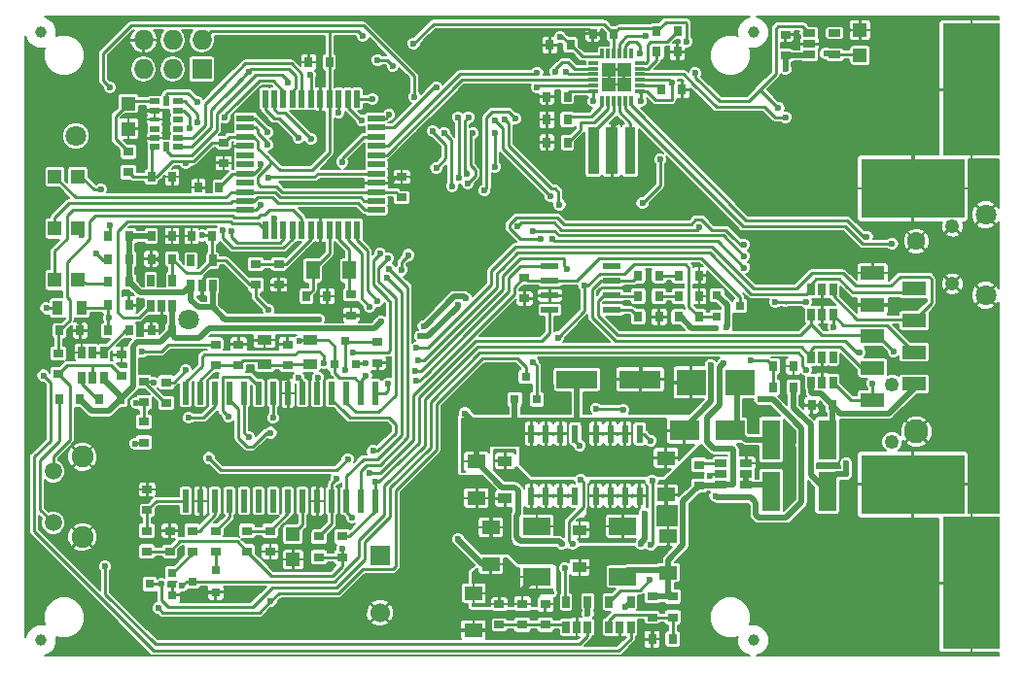
<source format=gbl>
G04 #@! TF.FileFunction,Copper,L2,Bot,Signal*
%FSLAX46Y46*%
G04 Gerber Fmt 4.6, Leading zero omitted, Abs format (unit mm)*
G04 Created by KiCad (PCBNEW 4.0.2-stable) date 3/7/2016 10:52:06 AM*
%MOMM*%
G01*
G04 APERTURE LIST*
%ADD10C,0.100000*%
%ADD11R,0.850000X0.300000*%
%ADD12R,0.300000X0.850000*%
%ADD13R,1.300000X1.300000*%
%ADD14R,0.700000X0.900000*%
%ADD15R,3.599180X1.600200*%
%ADD16C,1.700000*%
%ADD17R,1.700000X1.700000*%
%ADD18R,2.499360X2.301240*%
%ADD19R,2.499360X1.800860*%
%ADD20C,1.000000*%
%ADD21R,0.650000X1.060000*%
%ADD22R,1.550000X0.600000*%
%ADD23R,0.600000X2.000000*%
%ADD24R,1.060000X0.650000*%
%ADD25R,1.500000X0.550000*%
%ADD26R,0.550000X1.500000*%
%ADD27R,1.200000X1.300000*%
%ADD28R,1.250000X1.200000*%
%ADD29R,1.600000X1.200000*%
%ADD30R,2.400000X1.500000*%
%ADD31C,1.250000*%
%ADD32C,1.800000*%
%ADD33R,5.000000X11.500000*%
%ADD34R,0.800100X0.800100*%
%ADD35R,0.600000X1.550000*%
%ADD36C,1.900000*%
%ADD37C,1.500000*%
%ADD38R,0.820000X0.500000*%
%ADD39R,0.820000X0.400000*%
%ADD40R,0.500000X0.820000*%
%ADD41R,1.300000X0.900000*%
%ADD42R,0.900000X1.300000*%
%ADD43R,1.600000X3.500000*%
%ADD44R,1.220000X0.910000*%
%ADD45R,0.800000X0.900000*%
%ADD46R,0.900000X0.800000*%
%ADD47R,0.900000X0.700000*%
%ADD48R,1.727200X1.727200*%
%ADD49O,1.727200X1.727200*%
%ADD50R,9.000000X5.200000*%
%ADD51R,2.100000X1.200000*%
%ADD52C,1.600000*%
%ADD53C,2.100000*%
%ADD54R,1.200000X1.600000*%
%ADD55C,0.600000*%
%ADD56C,0.250000*%
%ADD57C,0.500000*%
%ADD58C,0.200000*%
G04 APERTURE END LIST*
D10*
D11*
X90550000Y-23650000D03*
X90550000Y-23150000D03*
X90550000Y-22650000D03*
X90550000Y-22150000D03*
X90550000Y-21650000D03*
X90550000Y-21150000D03*
D12*
X91350000Y-20350000D03*
X91850000Y-20350000D03*
X92350000Y-20350000D03*
X92850000Y-20350000D03*
X93350000Y-20350000D03*
X93850000Y-20350000D03*
D11*
X94650000Y-21150000D03*
X94650000Y-21650000D03*
X94650000Y-22150000D03*
X94650000Y-22650000D03*
X94650000Y-23150000D03*
X94650000Y-23650000D03*
D12*
X93850000Y-24450000D03*
X93350000Y-24450000D03*
X92850000Y-24450000D03*
X92350000Y-24450000D03*
X91850000Y-24450000D03*
X91350000Y-24450000D03*
D13*
X93250000Y-21750000D03*
X93250000Y-23050000D03*
X91950000Y-21750000D03*
X91950000Y-23050000D03*
D14*
X58000000Y-32000000D03*
X56200000Y-32000000D03*
D15*
X89149180Y-48750000D03*
X94650820Y-48750000D03*
D16*
X72000000Y-69100000D03*
D17*
X72000000Y-64100000D03*
D18*
X103398840Y-49000000D03*
X99101160Y-49000000D03*
D19*
X98501020Y-53200000D03*
X102498980Y-53200000D03*
D20*
X42500000Y-71500000D03*
X42500000Y-18500000D03*
X104500000Y-18500000D03*
X104500000Y-71500000D03*
D21*
X111450000Y-43100000D03*
X110500000Y-43100000D03*
X109550000Y-43100000D03*
X109550000Y-40900000D03*
X111450000Y-40900000D03*
X110500000Y-40900000D03*
X111450000Y-49000000D03*
X110500000Y-49000000D03*
X109550000Y-49000000D03*
X109550000Y-46800000D03*
X111450000Y-46800000D03*
X110500000Y-46800000D03*
D22*
X86800000Y-42705000D03*
X86800000Y-41435000D03*
X86800000Y-40165000D03*
X86800000Y-38895000D03*
X92200000Y-38895000D03*
X92200000Y-40165000D03*
X92200000Y-41435000D03*
X92200000Y-42705000D03*
D23*
X55120000Y-49950000D03*
X56390000Y-49950000D03*
X57660000Y-49950000D03*
X58930000Y-49950000D03*
X60200000Y-49950000D03*
X61470000Y-49950000D03*
X62740000Y-49950000D03*
X64010000Y-49950000D03*
X65280000Y-49950000D03*
X66550000Y-49950000D03*
X67820000Y-49950000D03*
X69090000Y-49950000D03*
X70360000Y-49950000D03*
X71630000Y-49950000D03*
X71630000Y-59350000D03*
X70360000Y-59350000D03*
X69090000Y-59350000D03*
X67820000Y-59350000D03*
X66550000Y-59350000D03*
X65280000Y-59350000D03*
X64010000Y-59350000D03*
X62740000Y-59350000D03*
X61470000Y-59350000D03*
X60200000Y-59350000D03*
X58930000Y-59350000D03*
X57660000Y-59350000D03*
X56390000Y-59350000D03*
X55120000Y-59350000D03*
D21*
X93850000Y-70350000D03*
X92900000Y-70350000D03*
X91950000Y-70350000D03*
X91950000Y-68150000D03*
X93850000Y-68150000D03*
X90100000Y-70350000D03*
X89150000Y-70350000D03*
X88200000Y-70350000D03*
X88200000Y-68150000D03*
X90100000Y-68150000D03*
D24*
X109400000Y-20450000D03*
X109400000Y-19500000D03*
X109400000Y-18550000D03*
X111600000Y-18550000D03*
X111600000Y-20450000D03*
D21*
X57450000Y-40600000D03*
X56500000Y-40600000D03*
X55550000Y-40600000D03*
X55550000Y-38400000D03*
X57450000Y-38400000D03*
D25*
X60300000Y-34000000D03*
X60300000Y-33200000D03*
X60300000Y-32400000D03*
X60300000Y-31600000D03*
X60300000Y-30800000D03*
X60300000Y-30000000D03*
X60300000Y-29200000D03*
X60300000Y-28400000D03*
X60300000Y-27600000D03*
X60300000Y-26800000D03*
X60300000Y-26000000D03*
D26*
X62000000Y-24300000D03*
X62800000Y-24300000D03*
X63600000Y-24300000D03*
X64400000Y-24300000D03*
X65200000Y-24300000D03*
X66000000Y-24300000D03*
X66800000Y-24300000D03*
X67600000Y-24300000D03*
X68400000Y-24300000D03*
X69200000Y-24300000D03*
X70000000Y-24300000D03*
D25*
X71700000Y-26000000D03*
X71700000Y-26800000D03*
X71700000Y-27600000D03*
X71700000Y-28400000D03*
X71700000Y-29200000D03*
X71700000Y-30000000D03*
X71700000Y-30800000D03*
X71700000Y-31600000D03*
X71700000Y-32400000D03*
X71700000Y-33200000D03*
X71700000Y-34000000D03*
D26*
X70000000Y-35700000D03*
X69200000Y-35700000D03*
X68400000Y-35700000D03*
X67600000Y-35700000D03*
X66800000Y-35700000D03*
X66000000Y-35700000D03*
X65200000Y-35700000D03*
X64400000Y-35700000D03*
X63600000Y-35700000D03*
X62800000Y-35700000D03*
X62000000Y-35700000D03*
D27*
X43700000Y-31100000D03*
X45700000Y-31100000D03*
X43700000Y-35600000D03*
X45700000Y-35600000D03*
X43700000Y-40100000D03*
X45700000Y-40100000D03*
D28*
X64450000Y-62250000D03*
X64450000Y-64450000D03*
D29*
X96900000Y-55600000D03*
X96900000Y-58800000D03*
X97100000Y-65600000D03*
X97100000Y-62400000D03*
D28*
X113800000Y-20500000D03*
X113800000Y-18300000D03*
D29*
X80400000Y-55900000D03*
X80400000Y-59100000D03*
X81650000Y-64850000D03*
X81650000Y-61650000D03*
X80150000Y-67400000D03*
X80150000Y-70600000D03*
D28*
X50100000Y-24700000D03*
X50100000Y-26900000D03*
D30*
X93150000Y-61550000D03*
X93150000Y-65950000D03*
X85650000Y-61550000D03*
X85650000Y-65950000D03*
D31*
X116600000Y-54200000D03*
X116600000Y-49200000D03*
D32*
X124737460Y-41400900D03*
D31*
X121837460Y-40400900D03*
X121837460Y-35400900D03*
D32*
X124737460Y-34400900D03*
D33*
X123500000Y-23500000D03*
X123500000Y-66500000D03*
D32*
X45530000Y-27510000D03*
X55330000Y-43560000D03*
D34*
X53950760Y-65650000D03*
X53950760Y-67550000D03*
X51951780Y-66600000D03*
X57700760Y-65400000D03*
X57700760Y-67300000D03*
X55701780Y-66350000D03*
X85650000Y-50500760D03*
X83750000Y-50500760D03*
X84700000Y-48501780D03*
X101349240Y-43300000D03*
X101349240Y-41400000D03*
X103348220Y-42350000D03*
X69950000Y-47400760D03*
X68050000Y-47400760D03*
X69000000Y-45401780D03*
D35*
X90795000Y-53500000D03*
X92065000Y-53500000D03*
X93335000Y-53500000D03*
X94605000Y-53500000D03*
X94605000Y-58900000D03*
X93335000Y-58900000D03*
X92065000Y-58900000D03*
X90795000Y-58900000D03*
X85195000Y-53500000D03*
X86465000Y-53500000D03*
X87735000Y-53500000D03*
X89005000Y-53500000D03*
X89005000Y-58900000D03*
X87735000Y-58900000D03*
X86465000Y-58900000D03*
X85195000Y-58900000D03*
D36*
X46100000Y-55500000D03*
X46100000Y-62500000D03*
D37*
X43550000Y-56750000D03*
X43550000Y-61250000D03*
D38*
X52400000Y-28500000D03*
X52400000Y-27700000D03*
X52400000Y-26900000D03*
D39*
X52400000Y-26100000D03*
D38*
X52400000Y-25300000D03*
X52400000Y-24500000D03*
D40*
X53400000Y-24500000D03*
D38*
X54400000Y-24500000D03*
X54400000Y-25300000D03*
X54400000Y-26100000D03*
X54400000Y-26900000D03*
X54400000Y-27700000D03*
X54400000Y-28500000D03*
D40*
X53400000Y-28500000D03*
D41*
X65900000Y-45300000D03*
X65900000Y-47400000D03*
X61950000Y-47400000D03*
X61950000Y-45300000D03*
D42*
X46050000Y-42500000D03*
X43950000Y-42500000D03*
D10*
G36*
X94250000Y-26750000D02*
X94250000Y-30850000D01*
X93350000Y-30850000D01*
X93350000Y-26750000D01*
X94250000Y-26750000D01*
X94250000Y-26750000D01*
G37*
G36*
X92700000Y-26750000D02*
X92700000Y-30850000D01*
X91700000Y-30850000D01*
X91700000Y-26750000D01*
X92700000Y-26750000D01*
X92700000Y-26750000D01*
G37*
G36*
X91050000Y-26750000D02*
X91050000Y-30850000D01*
X90150000Y-30850000D01*
X90150000Y-26750000D01*
X91050000Y-26750000D01*
X91050000Y-26750000D01*
G37*
D43*
X106061600Y-58500000D03*
X110938400Y-58500000D03*
X110938400Y-54000000D03*
X106061600Y-54000000D03*
D44*
X89400000Y-61865000D03*
X89400000Y-65135000D03*
X82900000Y-55865000D03*
X82900000Y-59135000D03*
D45*
X48350000Y-36250000D03*
X50150000Y-36250000D03*
X48350000Y-38250000D03*
X50150000Y-38250000D03*
X48350000Y-40250000D03*
X50150000Y-40250000D03*
X97900000Y-18400000D03*
X96100000Y-18400000D03*
X98300000Y-23500000D03*
X96500000Y-23500000D03*
X88600000Y-19600000D03*
X86800000Y-19600000D03*
X96100000Y-20200000D03*
X97900000Y-20200000D03*
X86550000Y-26100000D03*
X88350000Y-26100000D03*
X108000000Y-47600000D03*
X106200000Y-47600000D03*
X106200000Y-49450000D03*
X108000000Y-49450000D03*
D46*
X84400000Y-68350000D03*
X84400000Y-70150000D03*
X99800000Y-58000000D03*
X99800000Y-56200000D03*
X86400000Y-68350000D03*
X86400000Y-70150000D03*
D45*
X50150000Y-42250000D03*
X48350000Y-42250000D03*
X45900000Y-50500000D03*
X44100000Y-50500000D03*
X48350000Y-44500000D03*
X50150000Y-44500000D03*
D46*
X44000000Y-48300000D03*
X44000000Y-46500000D03*
X97500000Y-69500000D03*
X97500000Y-67700000D03*
D45*
X95700000Y-71400000D03*
X97500000Y-71400000D03*
D46*
X49500000Y-46600000D03*
X49500000Y-48400000D03*
D45*
X47600000Y-50500000D03*
X49400000Y-50500000D03*
D46*
X68700000Y-64250000D03*
X68700000Y-62450000D03*
X60450000Y-63750000D03*
X60450000Y-61950000D03*
X66700000Y-64250000D03*
X66700000Y-62450000D03*
D45*
X98000000Y-43300000D03*
X99800000Y-43300000D03*
X94500000Y-43300000D03*
X96300000Y-43300000D03*
D46*
X51450000Y-52450000D03*
X51450000Y-54250000D03*
D45*
X94500000Y-39700000D03*
X96300000Y-39700000D03*
D46*
X63950000Y-47500000D03*
X63950000Y-45700000D03*
X57700000Y-45700000D03*
X57700000Y-47500000D03*
X51450000Y-50750000D03*
X51450000Y-48950000D03*
D45*
X94500000Y-41500000D03*
X96300000Y-41500000D03*
D46*
X53400000Y-50800000D03*
X53400000Y-49000000D03*
X57700000Y-61950000D03*
X57700000Y-63750000D03*
X55700000Y-61950000D03*
X55700000Y-63750000D03*
X62450000Y-61950000D03*
X62450000Y-63750000D03*
X61200000Y-40500000D03*
X61200000Y-38700000D03*
X50100000Y-30700000D03*
X50100000Y-28900000D03*
X51700000Y-63750000D03*
X51700000Y-61950000D03*
D47*
X59700000Y-47500000D03*
X59700000Y-45700000D03*
D14*
X98000000Y-41500000D03*
X99800000Y-41500000D03*
X98000000Y-39700000D03*
X99800000Y-39700000D03*
D47*
X51750000Y-60150000D03*
X51750000Y-58350000D03*
X84600000Y-39900000D03*
X84600000Y-41700000D03*
X53700000Y-63750000D03*
X53700000Y-61950000D03*
X71800000Y-45500000D03*
X71800000Y-47300000D03*
D14*
X111400000Y-51000000D03*
X109600000Y-51000000D03*
D47*
X95700000Y-67700000D03*
X95700000Y-69500000D03*
D14*
X45900000Y-44500000D03*
X44100000Y-44500000D03*
D47*
X107300000Y-20500000D03*
X107300000Y-18700000D03*
X82400000Y-68350000D03*
X82400000Y-70150000D03*
D14*
X52100000Y-36250000D03*
X53900000Y-36250000D03*
X53900000Y-38250000D03*
X52100000Y-38250000D03*
X88350000Y-24100000D03*
X86550000Y-24100000D03*
X52100000Y-31100000D03*
X53900000Y-31100000D03*
X88350000Y-28100000D03*
X86550000Y-28100000D03*
D47*
X73900000Y-32900000D03*
X73900000Y-31100000D03*
X58400000Y-28100000D03*
X58400000Y-29900000D03*
D14*
X67600000Y-21100000D03*
X65800000Y-21100000D03*
X92350000Y-18600000D03*
X90550000Y-18600000D03*
D47*
X63200000Y-38700000D03*
X63200000Y-40500000D03*
D48*
X56500000Y-21700000D03*
D49*
X56500000Y-19160000D03*
X53960000Y-21700000D03*
X53960000Y-19160000D03*
X51420000Y-21700000D03*
X51420000Y-19160000D03*
D14*
X53900000Y-44500000D03*
X52100000Y-44500000D03*
X57400000Y-36250000D03*
X55600000Y-36250000D03*
D21*
X53950000Y-42350000D03*
X53000000Y-42350000D03*
X52050000Y-42350000D03*
X52050000Y-40150000D03*
X53950000Y-40150000D03*
D50*
X118400000Y-32100000D03*
D51*
X114900000Y-39480000D03*
X114900000Y-42240000D03*
X114900000Y-45000000D03*
X114900000Y-47760000D03*
X114900000Y-50520000D03*
X118500000Y-40860000D03*
X118500000Y-43620000D03*
X118500000Y-46380000D03*
X118500000Y-49140000D03*
D52*
X118700000Y-36700000D03*
D53*
X118700000Y-53300000D03*
D50*
X118400000Y-57900000D03*
D21*
X46050000Y-46400000D03*
X47000000Y-46400000D03*
X47950000Y-46400000D03*
X47950000Y-48600000D03*
X46050000Y-48600000D03*
X47000000Y-48600000D03*
D24*
X103900000Y-56050000D03*
X103900000Y-57000000D03*
X103900000Y-57950000D03*
X101700000Y-57950000D03*
X101700000Y-56050000D03*
X101700000Y-57000000D03*
D14*
X67400000Y-41500000D03*
X65600000Y-41500000D03*
D47*
X69500000Y-43150000D03*
X69500000Y-41350000D03*
D54*
X66150000Y-39250000D03*
X69350000Y-39250000D03*
D55*
X63150000Y-42100000D03*
X60250000Y-42550000D03*
X59800000Y-38150000D03*
X57050000Y-32000000D03*
X53850000Y-32250000D03*
X58800000Y-39500000D03*
X56500000Y-41650000D03*
X49650000Y-45600000D03*
X53900000Y-47400000D03*
X53000000Y-43500000D03*
X51100000Y-42300000D03*
X52900000Y-38300000D03*
X53000000Y-36300000D03*
X68200000Y-43200000D03*
X72100000Y-42700000D03*
X49900000Y-32100000D03*
X68700000Y-37800000D03*
X65800000Y-37600000D03*
X68500000Y-28700000D03*
X72300000Y-53200000D03*
X73000000Y-31500000D03*
X69000000Y-31500000D03*
X47400000Y-27700000D03*
X43800000Y-32400000D03*
X88900000Y-64000000D03*
X84100000Y-63800000D03*
X71200000Y-23400000D03*
X75700000Y-23400000D03*
X58700000Y-26800000D03*
X56500000Y-23800000D03*
X77650000Y-57050000D03*
X78500000Y-53000000D03*
X67200000Y-55650000D03*
X71800000Y-48300000D03*
X72750000Y-47100000D03*
X52700000Y-57600000D03*
X49050000Y-52000000D03*
X81800000Y-47700000D03*
X81800000Y-51300000D03*
X110550000Y-19200000D03*
X112750000Y-18300000D03*
X108350000Y-19550000D03*
X63750000Y-48600000D03*
X53500000Y-60250000D03*
X60700000Y-47750000D03*
X61400000Y-61200000D03*
X56400000Y-67900000D03*
X90800000Y-71600000D03*
X65800000Y-29700000D03*
X61100000Y-24200000D03*
X48800000Y-66700000D03*
X63900000Y-71000000D03*
X54200000Y-71200000D03*
X49100000Y-71100000D03*
X42900000Y-64800000D03*
X104300000Y-55000000D03*
X89900000Y-32900000D03*
X66800000Y-21800000D03*
X69000000Y-27200000D03*
X61700000Y-19300000D03*
X66900000Y-19400000D03*
X68400000Y-19400000D03*
X93250000Y-21750000D03*
X91950000Y-21750000D03*
X93250000Y-23050000D03*
X90000000Y-19700000D03*
X95700000Y-70400000D03*
X80500000Y-69300000D03*
X86500000Y-64100000D03*
X90200000Y-50400000D03*
X86950000Y-51100000D03*
X86900000Y-47300000D03*
X90000000Y-47200000D03*
X97200000Y-47200000D03*
X94700000Y-47200000D03*
X104700000Y-53200000D03*
X115600000Y-69800000D03*
X110800000Y-69600000D03*
X106300000Y-69300000D03*
X98800000Y-66100000D03*
X98800000Y-68700000D03*
X106900000Y-61700000D03*
X57200000Y-29800000D03*
X107750000Y-57150000D03*
X104050000Y-51250000D03*
X100550000Y-40650000D03*
X103250000Y-43800000D03*
X84700000Y-23350000D03*
X58500000Y-20350000D03*
X73250000Y-19500000D03*
X83500000Y-21150000D03*
X89650000Y-24650000D03*
X98000000Y-21400000D03*
X119800000Y-28400000D03*
X115150000Y-28400000D03*
X86750000Y-20850000D03*
X91300000Y-18600000D03*
X96550000Y-33150000D03*
X95600000Y-29000000D03*
X97700000Y-27350000D03*
X99250000Y-29200000D03*
X48650000Y-21050000D03*
X83400000Y-71000000D03*
X93800000Y-63900000D03*
X91000000Y-66300000D03*
X98800000Y-71900000D03*
X77700000Y-65800000D03*
X75900000Y-70300000D03*
X48500000Y-18000000D03*
X46900000Y-21900000D03*
X71100000Y-19400000D03*
X99500000Y-24500000D03*
X115100000Y-52800000D03*
X118700000Y-50800000D03*
X122400000Y-53400000D03*
X124700000Y-59000000D03*
X124500000Y-50300000D03*
X120800000Y-47800000D03*
X123600000Y-44700000D03*
X120900000Y-41900000D03*
X109500000Y-58900000D03*
X117000000Y-61500000D03*
X113000000Y-60900000D03*
X110400000Y-61300000D03*
X99900000Y-55000000D03*
X97200000Y-49000000D03*
X98100000Y-51200000D03*
X95600000Y-51000000D03*
X89800000Y-44500000D03*
X95400000Y-40600000D03*
X88550000Y-34400000D03*
X88300000Y-29400000D03*
X103800000Y-23500000D03*
X104700000Y-29500000D03*
X102000000Y-29300000D03*
X101000000Y-29300000D03*
X104700000Y-25900000D03*
X73600000Y-66000000D03*
X74700000Y-63300000D03*
X74700000Y-59900000D03*
X76400000Y-57500000D03*
X77300000Y-63300000D03*
X77300000Y-60400000D03*
X79700000Y-60850000D03*
X79700000Y-62100000D03*
X79700000Y-40300000D03*
X82400000Y-36900000D03*
X76500000Y-34600000D03*
X86000000Y-18500000D03*
X69800000Y-29400000D03*
X70900000Y-35900000D03*
X64850000Y-20450000D03*
X66000000Y-26700000D03*
X95400000Y-44200000D03*
X65400000Y-53600000D03*
X60700000Y-45300000D03*
X84500000Y-27050000D03*
X86500000Y-25100000D03*
X79400000Y-20400000D03*
X92200000Y-33000000D03*
X81800000Y-44400000D03*
X84600000Y-44100000D03*
X65600000Y-57600000D03*
X67200000Y-57500000D03*
X65700000Y-62200000D03*
X88400000Y-41800000D03*
X91950000Y-23050000D03*
X92600000Y-26350000D03*
X103150000Y-32850000D03*
X104300000Y-33700000D03*
X101250000Y-34550000D03*
X100050000Y-33350000D03*
X56450000Y-60850000D03*
X45900000Y-43700000D03*
X51300000Y-27700000D03*
X51400000Y-25300000D03*
X107750000Y-58900000D03*
X110350000Y-51050000D03*
X116650000Y-42650000D03*
X113150000Y-42050000D03*
X91300000Y-63900000D03*
X81650000Y-62900000D03*
X81700000Y-59100000D03*
X80400000Y-57600000D03*
X94300000Y-71900000D03*
X99800000Y-59900000D03*
X99600000Y-63800000D03*
X101500000Y-66000000D03*
X99900000Y-65000000D03*
X96500000Y-63700000D03*
X96900000Y-60200000D03*
X97900000Y-57300000D03*
X102800000Y-60200000D03*
X101700000Y-59900000D03*
X100700000Y-59900000D03*
X111900000Y-26800000D03*
X115300000Y-24900000D03*
X111900000Y-29500000D03*
X111900000Y-32000000D03*
X111900000Y-34000000D03*
X110500000Y-47900000D03*
X110500000Y-42000000D03*
X112900000Y-24900000D03*
X111900000Y-36300000D03*
X109100000Y-36300000D03*
X117500000Y-24900000D03*
X120100000Y-24900000D03*
X109100000Y-34000000D03*
X109100000Y-31300000D03*
X109100000Y-28800000D03*
X109100000Y-26600000D03*
X109300000Y-23800000D03*
X110700000Y-22200000D03*
X113200000Y-22100000D03*
X115300000Y-22100000D03*
X118300000Y-20300000D03*
X116750000Y-18400000D03*
X120200000Y-18800000D03*
X120100000Y-20500000D03*
X120100000Y-22100000D03*
X118300000Y-22100000D03*
X111250000Y-38400000D03*
X109000000Y-39100000D03*
X105500000Y-38000000D03*
X105500000Y-37000000D03*
X105500000Y-39000000D03*
X104000000Y-66500000D03*
X106400000Y-66700000D03*
X109200000Y-67000000D03*
X111800000Y-67300000D03*
X114900000Y-67600000D03*
X117600000Y-67800000D03*
X120200000Y-68200000D03*
X119900000Y-70600000D03*
X117400000Y-72100000D03*
X112600000Y-71900000D03*
X107500000Y-71900000D03*
X103200000Y-61700000D03*
X102800000Y-63200000D03*
X106100000Y-63600000D03*
X109100000Y-63900000D03*
X111900000Y-64100000D03*
X114600000Y-64400000D03*
X117600000Y-64700000D03*
X120100000Y-64900000D03*
X120100000Y-62500000D03*
X92400000Y-71600000D03*
X75700000Y-42900000D03*
X51300000Y-46350000D03*
X52700000Y-68700000D03*
X62500000Y-68100000D03*
X69200000Y-55700000D03*
X57100000Y-55600000D03*
X71100000Y-56900000D03*
X69000000Y-47900000D03*
X72100000Y-43700000D03*
X79400000Y-51700000D03*
X75800000Y-44100000D03*
X79500000Y-41700000D03*
X87850000Y-63100000D03*
X93400000Y-68600000D03*
X101250000Y-44250000D03*
X100800000Y-47500000D03*
X90100000Y-69200000D03*
X71800000Y-41900000D03*
X71100000Y-42400000D03*
X75200000Y-46000000D03*
X112600000Y-56100000D03*
X112600000Y-57000000D03*
X55450000Y-26850000D03*
X58300000Y-35700000D03*
X61600000Y-30000000D03*
X84000000Y-35400000D03*
X99800000Y-35500000D03*
X104300000Y-47100000D03*
X62200000Y-28300000D03*
X62200000Y-27200000D03*
X69600000Y-60800000D03*
X64900000Y-27700000D03*
X72600000Y-39900000D03*
X56100000Y-24600000D03*
X58500000Y-25900000D03*
X60600000Y-21900000D03*
X64000000Y-22900000D03*
X73100000Y-21400000D03*
X71800000Y-20900000D03*
X65900000Y-22200000D03*
X79650000Y-31650000D03*
X71350000Y-24300000D03*
X80100000Y-27300000D03*
X103700000Y-39000000D03*
X87000000Y-36500000D03*
X72800000Y-25700000D03*
X78300000Y-31900000D03*
X77600000Y-27300000D03*
X103700000Y-38000000D03*
X85300000Y-35800000D03*
X70400000Y-26150000D03*
X76900000Y-30300000D03*
X76600000Y-27100000D03*
X68700000Y-29800000D03*
X59100000Y-35800000D03*
X56150000Y-26350000D03*
X116700000Y-46300000D03*
X54800000Y-66700000D03*
X113800000Y-46400000D03*
X114900000Y-49100000D03*
X109100000Y-47900000D03*
X111500000Y-44200000D03*
X53000000Y-66600000D03*
X75300000Y-47100000D03*
X114400000Y-36300000D03*
X116600000Y-36950000D03*
X102200000Y-44200000D03*
X101900000Y-47350000D03*
X55350000Y-52100000D03*
X52300000Y-49000000D03*
X68200000Y-57400000D03*
X85350000Y-47250000D03*
X70800000Y-47300000D03*
X88300000Y-39100000D03*
X87500000Y-45100000D03*
X75100000Y-48000000D03*
X89800000Y-40600000D03*
X95500000Y-66250000D03*
X95700000Y-57600000D03*
X95600000Y-54100000D03*
X95600000Y-63200000D03*
X82000000Y-26150000D03*
X96400000Y-29600000D03*
X86850000Y-32800000D03*
X94850000Y-33400000D03*
X87700000Y-18900000D03*
X62800000Y-34750000D03*
X94650000Y-20350000D03*
X60600000Y-53800000D03*
X58800000Y-52000000D03*
X62700000Y-52100000D03*
X62500000Y-53400000D03*
X71600000Y-57700000D03*
X71400000Y-55000000D03*
X100750000Y-57150000D03*
X82000000Y-30200000D03*
X82000000Y-27300000D03*
X88200000Y-21900000D03*
X87300000Y-21900000D03*
X79700000Y-25900000D03*
X79600000Y-30800000D03*
X72000000Y-37800000D03*
X67100000Y-47300000D03*
X69700000Y-46400000D03*
X64900000Y-48600000D03*
X66600000Y-48600000D03*
X72700000Y-38200000D03*
X78800000Y-25900000D03*
X78900000Y-31200000D03*
X75200000Y-48900000D03*
X72700000Y-49100000D03*
X66000000Y-27800000D03*
X72800000Y-39100000D03*
X75000000Y-24100000D03*
X48500000Y-23300000D03*
X42700000Y-48400000D03*
X42950000Y-42550000D03*
X107300000Y-25900000D03*
X106400000Y-42000000D03*
X109100000Y-42000000D03*
X68400000Y-25500000D03*
X90800000Y-51300000D03*
X93200000Y-51400000D03*
X73900000Y-39200000D03*
X74500000Y-37900000D03*
X61650000Y-33550000D03*
X62300000Y-31200000D03*
X81100000Y-32300000D03*
X83800000Y-26000000D03*
X66700000Y-43500000D03*
X75500000Y-45000000D03*
X78800000Y-42300000D03*
X78800000Y-62700000D03*
X84300000Y-67200000D03*
X108700000Y-54500000D03*
X101200000Y-58900000D03*
X105100000Y-50500000D03*
X107300000Y-21700000D03*
X94750000Y-63100000D03*
X95050000Y-60450000D03*
X110850000Y-20350000D03*
X95150000Y-18800000D03*
X48400000Y-43400000D03*
X48075000Y-65075000D03*
X55100000Y-47950000D03*
X50800000Y-50800000D03*
X88800000Y-63100000D03*
X88100000Y-65200000D03*
X89400000Y-54500000D03*
X89500000Y-57500000D03*
X50700000Y-54350000D03*
X46000000Y-36200000D03*
X47300000Y-37800000D03*
X48500000Y-35300000D03*
X47700000Y-32200000D03*
X76900000Y-23300000D03*
X99450000Y-22050000D03*
X106700000Y-25100000D03*
X103700000Y-37000000D03*
X86000000Y-36500000D03*
X85700000Y-23300000D03*
X85700000Y-22000000D03*
X82900000Y-26100000D03*
X87650000Y-33500000D03*
X55100000Y-29900000D03*
X56500000Y-36200000D03*
X65000000Y-45400000D03*
X62300000Y-42700000D03*
X68700000Y-63500000D03*
X97400000Y-22900000D03*
X70500000Y-18800000D03*
X94700000Y-24500000D03*
X98700000Y-19300000D03*
X70800000Y-48400000D03*
X74950000Y-19450000D03*
X90600000Y-24500000D03*
D56*
X63200000Y-40500000D02*
X63200000Y-42050000D01*
X63200000Y-42050000D02*
X63150000Y-42100000D01*
X58800000Y-39500000D02*
X58800000Y-41100000D01*
X58800000Y-41100000D02*
X60250000Y-42550000D01*
X56200000Y-32000000D02*
X57050000Y-32000000D01*
X53900000Y-31100000D02*
X53900000Y-32200000D01*
X53900000Y-32200000D02*
X53850000Y-32250000D01*
X56500000Y-40600000D02*
X56500000Y-40100000D01*
X56500000Y-40100000D02*
X57100000Y-39500000D01*
X57100000Y-39500000D02*
X58800000Y-39500000D01*
X56500000Y-40600000D02*
X56500000Y-41650000D01*
X49500000Y-46600000D02*
X49500000Y-45750000D01*
X49500000Y-45750000D02*
X49650000Y-45600000D01*
X53000000Y-42350000D02*
X53000000Y-43500000D01*
X50150000Y-42250000D02*
X51050000Y-42250000D01*
X51050000Y-42250000D02*
X51100000Y-42300000D01*
X52100000Y-38250000D02*
X52850000Y-38250000D01*
X52850000Y-38250000D02*
X52900000Y-38300000D01*
X53900000Y-36250000D02*
X53050000Y-36250000D01*
X53050000Y-36250000D02*
X53000000Y-36300000D01*
X69500000Y-43150000D02*
X71650000Y-43150000D01*
X71650000Y-43150000D02*
X72100000Y-42700000D01*
X68200000Y-43200000D02*
X68250000Y-43150000D01*
X68250000Y-43150000D02*
X69500000Y-43150000D01*
X72100000Y-42700000D02*
X71600000Y-43200000D01*
X53900000Y-31100000D02*
X53900000Y-32100000D01*
X53900000Y-32100000D02*
X51900000Y-32100000D01*
X51900000Y-32100000D02*
X49900000Y-32100000D01*
X65800000Y-37600000D02*
X65500000Y-37900000D01*
X73000000Y-31500000D02*
X72900000Y-31600000D01*
X72900000Y-31600000D02*
X71700000Y-31600000D01*
X73900000Y-31100000D02*
X73400000Y-31100000D01*
X73400000Y-31100000D02*
X73000000Y-31500000D01*
X71700000Y-31600000D02*
X69100000Y-31600000D01*
X69100000Y-31600000D02*
X69000000Y-31500000D01*
X47400000Y-29600000D02*
X47400000Y-27700000D01*
X49900000Y-32100000D02*
X47400000Y-29600000D01*
X43800000Y-32400000D02*
X43900000Y-32500000D01*
X43900000Y-32500000D02*
X43900000Y-32600000D01*
X51420000Y-19160000D02*
X49840000Y-19160000D01*
X48650000Y-20350000D02*
X48650000Y-21050000D01*
X49840000Y-19160000D02*
X48650000Y-20350000D01*
X89400000Y-65135000D02*
X89400000Y-64000000D01*
X89000000Y-64100000D02*
X88900000Y-64000000D01*
X88700000Y-63800000D02*
X88900000Y-64000000D01*
X89000000Y-64100000D02*
X88700000Y-63800000D01*
X88900000Y-64000000D02*
X88100000Y-64500000D01*
X87400000Y-63800000D02*
X84100000Y-63800000D01*
X88100000Y-64500000D02*
X87400000Y-63800000D01*
X88935000Y-64035000D02*
X88900000Y-64000000D01*
X89100000Y-63800000D02*
X88900000Y-64000000D01*
X89400000Y-64000000D02*
X89100000Y-63800000D01*
X89400000Y-65135000D02*
X89400000Y-65300000D01*
X89400000Y-65135000D02*
X89565000Y-65135000D01*
X89400000Y-65135000D02*
X89435000Y-65135000D01*
X89400000Y-65135000D02*
X89400000Y-64700000D01*
X89150000Y-67400000D02*
X89300000Y-67400000D01*
X89300000Y-67400000D02*
X90400000Y-66300000D01*
X75700000Y-23400000D02*
X75500000Y-23400000D01*
X77650000Y-53850000D02*
X77650000Y-57050000D01*
X78500000Y-53000000D02*
X77650000Y-53850000D01*
X67200000Y-55600000D02*
X67550000Y-55250000D01*
X67200000Y-55650000D02*
X67200000Y-55600000D01*
X71800000Y-48300000D02*
X72500000Y-48300000D01*
X71800000Y-47300000D02*
X71800000Y-48300000D01*
X72750000Y-48050000D02*
X72750000Y-47100000D01*
X72500000Y-48300000D02*
X72750000Y-48050000D01*
X82150000Y-50950000D02*
X82150000Y-50850000D01*
X81800000Y-51300000D02*
X82150000Y-50950000D01*
X109400000Y-19500000D02*
X110250000Y-19500000D01*
X110250000Y-19500000D02*
X110550000Y-19200000D01*
X109400000Y-19500000D02*
X112350000Y-19500000D01*
X112750000Y-19100000D02*
X112750000Y-18300000D01*
X112350000Y-19500000D02*
X112750000Y-19100000D01*
X109400000Y-19500000D02*
X108400000Y-19500000D01*
X108400000Y-19500000D02*
X108350000Y-19550000D01*
X63875000Y-48475000D02*
X63975000Y-48475000D01*
X63750000Y-48600000D02*
X63875000Y-48475000D01*
X60700000Y-47750000D02*
X60700000Y-47900000D01*
X61100000Y-48300000D02*
X60700000Y-47900000D01*
X63800000Y-48300000D02*
X61100000Y-48300000D01*
X63975000Y-48475000D02*
X63800000Y-48300000D01*
X64010000Y-48510000D02*
X63975000Y-48475000D01*
X64010000Y-48510000D02*
X64010000Y-49950000D01*
X57700760Y-67300000D02*
X56200000Y-67300000D01*
X56200000Y-67300000D02*
X56400000Y-67900000D01*
X92400000Y-71600000D02*
X90800000Y-71600000D01*
X65800000Y-29700000D02*
X61200000Y-25100000D01*
X66800000Y-27500000D02*
X66800000Y-28500000D01*
X66800000Y-28500000D02*
X66800000Y-28700000D01*
X66800000Y-28700000D02*
X65800000Y-29700000D01*
X66000000Y-26700000D02*
X66800000Y-27500000D01*
X61200000Y-24300000D02*
X61100000Y-24200000D01*
X61200000Y-25100000D02*
X61200000Y-24300000D01*
X48800000Y-66700000D02*
X48800000Y-66100000D01*
X63700000Y-71200000D02*
X63900000Y-71000000D01*
X54200000Y-71200000D02*
X63700000Y-71200000D01*
X42900000Y-64900000D02*
X49100000Y-71100000D01*
X42900000Y-64800000D02*
X42900000Y-64900000D01*
X103900000Y-56050000D02*
X103900000Y-55400000D01*
X103900000Y-55400000D02*
X104300000Y-55000000D01*
X89900000Y-32900000D02*
X89900000Y-32800000D01*
X66800000Y-24300000D02*
X66800000Y-21800000D01*
X69300000Y-26900000D02*
X69300000Y-26400000D01*
X69000000Y-27200000D02*
X69300000Y-26900000D01*
X71100000Y-19400000D02*
X68750000Y-19750000D01*
X61800000Y-19200000D02*
X61700000Y-19300000D01*
X66700000Y-19200000D02*
X61800000Y-19200000D01*
X66900000Y-19400000D02*
X66700000Y-19200000D01*
X68750000Y-19750000D02*
X68400000Y-19400000D01*
X64850000Y-20450000D02*
X65600000Y-19700000D01*
X65800000Y-20000000D02*
X65800000Y-21100000D01*
X65600000Y-19800000D02*
X65800000Y-20000000D01*
X65600000Y-19700000D02*
X65600000Y-19800000D01*
X90100000Y-19800000D02*
X90300000Y-19800000D01*
X90000000Y-19700000D02*
X90100000Y-19800000D01*
X95700000Y-71400000D02*
X95700000Y-70400000D01*
X86500000Y-64100000D02*
X86800000Y-64100000D01*
X95600000Y-51000000D02*
X95000000Y-50400000D01*
X95000000Y-50400000D02*
X90200000Y-50400000D01*
X94700000Y-47200000D02*
X90000000Y-47200000D01*
X87050000Y-51000000D02*
X86950000Y-51100000D01*
X86900000Y-47300000D02*
X87050000Y-51000000D01*
X94650820Y-48750000D02*
X94700000Y-48700820D01*
X94700000Y-48700820D02*
X94700000Y-47200000D01*
X104700000Y-53000000D02*
X104600000Y-52900000D01*
X104700000Y-53200000D02*
X104700000Y-53000000D01*
X115600000Y-69800000D02*
X116300000Y-69800000D01*
X110500000Y-69300000D02*
X110800000Y-69600000D01*
X106300000Y-69300000D02*
X110500000Y-69300000D01*
X98800000Y-68700000D02*
X98800000Y-66100000D01*
X110400000Y-61300000D02*
X110000000Y-61700000D01*
X110000000Y-61700000D02*
X106900000Y-61700000D01*
X58400000Y-29900000D02*
X58300000Y-29800000D01*
X58300000Y-29800000D02*
X57200000Y-29800000D01*
X60300000Y-28400000D02*
X59300000Y-28400000D01*
X59200000Y-28500000D02*
X59200000Y-30300000D01*
X59300000Y-28400000D02*
X59200000Y-28500000D01*
X107750000Y-57150000D02*
X107750000Y-57000000D01*
X104050000Y-51250000D02*
X104250000Y-51050000D01*
X99800000Y-40600000D02*
X99850000Y-40650000D01*
X99850000Y-40650000D02*
X100550000Y-40650000D01*
X99800000Y-39700000D02*
X99800000Y-40600000D01*
X103350000Y-43900000D02*
X103350000Y-44250000D01*
X103250000Y-43800000D02*
X103350000Y-43900000D01*
X58500000Y-20350000D02*
X58650000Y-20200000D01*
X58650000Y-20200000D02*
X58850000Y-20200000D01*
X86750000Y-20850000D02*
X83800000Y-20850000D01*
X83800000Y-20850000D02*
X83500000Y-21150000D01*
X86500000Y-25100000D02*
X89200000Y-25100000D01*
X89200000Y-25100000D02*
X89650000Y-24650000D01*
X96500000Y-21450000D02*
X96550000Y-21400000D01*
X96550000Y-21400000D02*
X98000000Y-21400000D01*
X118400000Y-32100000D02*
X118400000Y-28400000D01*
X118400000Y-28400000D02*
X119800000Y-28400000D01*
X86800000Y-19600000D02*
X86800000Y-20800000D01*
X86800000Y-20800000D02*
X86750000Y-20850000D01*
X97900000Y-20200000D02*
X97900000Y-20950000D01*
X97900000Y-20950000D02*
X97400000Y-21450000D01*
X97400000Y-21450000D02*
X96500000Y-21450000D01*
X90550000Y-18600000D02*
X91300000Y-18600000D01*
X96550000Y-33000000D02*
X96650000Y-32900000D01*
X96550000Y-33150000D02*
X96550000Y-33000000D01*
X92500000Y-32700000D02*
X92200000Y-33000000D01*
X97700000Y-27650000D02*
X97700000Y-27350000D01*
X99250000Y-29200000D02*
X97700000Y-27650000D01*
X88550000Y-34400000D02*
X88550000Y-29650000D01*
X88550000Y-29650000D02*
X88300000Y-29400000D01*
X80150000Y-70600000D02*
X81400000Y-70600000D01*
X81800000Y-71000000D02*
X83400000Y-71000000D01*
X81400000Y-70600000D02*
X81800000Y-71000000D01*
X93800000Y-63900000D02*
X93800000Y-64000000D01*
X90400000Y-66300000D02*
X91000000Y-66300000D01*
X89150000Y-70350000D02*
X89150000Y-67400000D01*
X98800000Y-71900000D02*
X98800000Y-71600000D01*
X80150000Y-70600000D02*
X76200000Y-70600000D01*
X77700000Y-65800000D02*
X77300000Y-65800000D01*
X76200000Y-70600000D02*
X75900000Y-70300000D01*
X47000000Y-19500000D02*
X48500000Y-18000000D01*
X47000000Y-21800000D02*
X47000000Y-19500000D01*
X46900000Y-21900000D02*
X47000000Y-21800000D01*
X71100000Y-19400000D02*
X71400000Y-19400000D01*
X98300000Y-23500000D02*
X98300000Y-24600000D01*
X98400000Y-24500000D02*
X99500000Y-24500000D01*
X98300000Y-24600000D02*
X98400000Y-24500000D01*
X115100000Y-52800000D02*
X116700000Y-52800000D01*
X116700000Y-52800000D02*
X118700000Y-50800000D01*
X122400000Y-53400000D02*
X124700000Y-55700000D01*
X124700000Y-55700000D02*
X124700000Y-59000000D01*
X124500000Y-50300000D02*
X122000000Y-47800000D01*
X122000000Y-47800000D02*
X120800000Y-47800000D01*
X123600000Y-44700000D02*
X120900000Y-42000000D01*
X120900000Y-42000000D02*
X120900000Y-41900000D01*
X117100000Y-61600000D02*
X117300000Y-61600000D01*
X117000000Y-61500000D02*
X117100000Y-61600000D01*
X110800000Y-60900000D02*
X113000000Y-60900000D01*
X110400000Y-61300000D02*
X110800000Y-60900000D01*
X100100000Y-55200000D02*
X100400000Y-55200000D01*
X99900000Y-55000000D02*
X100100000Y-55200000D01*
X99101160Y-49000000D02*
X97200000Y-49000000D01*
X94650820Y-48750000D02*
X94650820Y-50050820D01*
X98100000Y-51200000D02*
X97800000Y-50900000D01*
X94650820Y-50050820D02*
X95600000Y-51000000D01*
X90000000Y-44700000D02*
X90200000Y-44700000D01*
X89800000Y-44500000D02*
X90000000Y-44700000D01*
X95400000Y-40600000D02*
X95400000Y-40300000D01*
X86550000Y-28100000D02*
X86550000Y-28850000D01*
X86550000Y-28850000D02*
X87100000Y-29400000D01*
X87100000Y-29400000D02*
X88300000Y-29400000D01*
X104600000Y-29400000D02*
X104500000Y-29400000D01*
X104700000Y-29500000D02*
X104600000Y-29400000D01*
X103150000Y-31250000D02*
X103150000Y-27450000D01*
X101000000Y-29300000D02*
X102000000Y-29300000D01*
X103150000Y-27450000D02*
X104700000Y-25900000D01*
X74700000Y-64900000D02*
X73600000Y-66000000D01*
X74700000Y-63300000D02*
X74700000Y-64900000D01*
X76400000Y-58200000D02*
X74700000Y-59900000D01*
X76400000Y-57500000D02*
X76400000Y-58200000D01*
X79700000Y-60850000D02*
X79250000Y-60400000D01*
X77700000Y-63300000D02*
X77800000Y-63200000D01*
X77300000Y-63300000D02*
X77700000Y-63300000D01*
X79250000Y-60400000D02*
X77300000Y-60400000D01*
X80400000Y-60150000D02*
X79700000Y-60850000D01*
X80400000Y-60150000D02*
X80400000Y-59100000D01*
X79700000Y-40300000D02*
X82400000Y-37600000D01*
X82400000Y-37600000D02*
X82400000Y-36900000D01*
X76500000Y-34600000D02*
X75700000Y-35400000D01*
X90550000Y-18600000D02*
X90150002Y-18200002D01*
X86800000Y-18500000D02*
X86000000Y-18500000D01*
X86800000Y-18500000D02*
X86800000Y-19600000D01*
X86299998Y-18200002D02*
X86000000Y-18500000D01*
X90150002Y-18200002D02*
X86299998Y-18200002D01*
X70800000Y-36000000D02*
X70800000Y-36300000D01*
X70900000Y-35900000D02*
X70800000Y-36000000D01*
X66800000Y-24300000D02*
X66800000Y-21500000D01*
X66800000Y-24300000D02*
X66800000Y-25900000D01*
X66800000Y-25900000D02*
X66000000Y-26700000D01*
X96300000Y-43300000D02*
X95400000Y-43300000D01*
X95400000Y-43300000D02*
X95400000Y-44200000D01*
X108000000Y-47600000D02*
X108000000Y-47800000D01*
X108800000Y-48600000D02*
X108800000Y-50800000D01*
X108800000Y-50800000D02*
X109000000Y-51000000D01*
X109000000Y-51000000D02*
X109600000Y-51000000D01*
X64010000Y-49950000D02*
X64010000Y-52210000D01*
X64010000Y-52210000D02*
X65400000Y-53600000D01*
X61950000Y-45300000D02*
X60700000Y-45300000D01*
X86550000Y-24100000D02*
X86550000Y-25050000D01*
X86550000Y-25050000D02*
X86500000Y-25100000D01*
X92200000Y-28800000D02*
X92200000Y-33000000D01*
X84600000Y-41700000D02*
X84600000Y-44100000D01*
X81700000Y-44400000D02*
X81600000Y-44500000D01*
X81800000Y-44400000D02*
X81700000Y-44400000D01*
X67200000Y-57500000D02*
X65700000Y-57500000D01*
X65700000Y-57500000D02*
X65600000Y-57600000D01*
X66550000Y-59350000D02*
X66550000Y-58150000D01*
X66550000Y-58150000D02*
X67200000Y-57500000D01*
X66550000Y-59350000D02*
X66550000Y-61150000D01*
X66550000Y-61150000D02*
X65700000Y-62200000D01*
X86800000Y-41435000D02*
X88035000Y-41435000D01*
X88035000Y-41435000D02*
X88400000Y-41800000D01*
X92200000Y-28800000D02*
X92200000Y-26750000D01*
X92200000Y-26750000D02*
X92600000Y-26350000D01*
X103150000Y-31250000D02*
X103150000Y-32850000D01*
X104300000Y-33700000D02*
X104600000Y-33700000D01*
X100050000Y-33350000D02*
X101250000Y-34550000D01*
X56390000Y-59350000D02*
X56450000Y-59410000D01*
X56450000Y-59410000D02*
X56450000Y-60850000D01*
X45900000Y-44500000D02*
X45900000Y-43700000D01*
X52400000Y-27700000D02*
X51300000Y-27700000D01*
X52400000Y-25300000D02*
X51400000Y-25300000D01*
X107750000Y-58900000D02*
X107750000Y-58550000D01*
X109600000Y-51000000D02*
X110300000Y-51000000D01*
X110300000Y-51000000D02*
X110350000Y-51050000D01*
X114900000Y-42240000D02*
X116240000Y-42240000D01*
X116240000Y-42240000D02*
X116650000Y-42650000D01*
X114900000Y-42240000D02*
X113340000Y-42240000D01*
X113340000Y-42240000D02*
X113150000Y-42050000D01*
X89400000Y-65135000D02*
X90915000Y-65135000D01*
X90915000Y-65135000D02*
X91300000Y-63900000D01*
X81650000Y-61650000D02*
X81650000Y-62900000D01*
X81650000Y-61650000D02*
X81600000Y-59200000D01*
X81600000Y-59200000D02*
X81700000Y-59100000D01*
X80400000Y-59100000D02*
X80400000Y-57600000D01*
X92900000Y-70350000D02*
X92900000Y-71100000D01*
X92900000Y-71100000D02*
X92400000Y-71600000D01*
X95700000Y-71400000D02*
X94800000Y-71400000D01*
X94800000Y-71400000D02*
X94300000Y-71900000D01*
X100700000Y-59900000D02*
X99800000Y-59900000D01*
X99900000Y-64100000D02*
X99900000Y-65000000D01*
X99600000Y-63800000D02*
X99900000Y-64100000D01*
X97100000Y-62400000D02*
X97100000Y-63200000D01*
X96600000Y-63700000D02*
X96500000Y-63700000D01*
X97100000Y-63200000D02*
X96600000Y-63700000D01*
X96900000Y-58800000D02*
X96900000Y-60200000D01*
X96900000Y-58800000D02*
X96900000Y-57700000D01*
X97300000Y-57300000D02*
X97900000Y-57300000D01*
X96900000Y-57700000D02*
X97300000Y-57300000D01*
X102800000Y-63200000D02*
X101500000Y-64500000D01*
X101500000Y-64500000D02*
X101500000Y-66000000D01*
X102800000Y-60200000D02*
X102500000Y-59900000D01*
X102500000Y-59900000D02*
X101700000Y-59900000D01*
X100700000Y-59900000D02*
X100400000Y-60200000D01*
X111900000Y-26800000D02*
X112000000Y-26800000D01*
X112000000Y-26800000D02*
X112900000Y-24900000D01*
X111900000Y-28300000D02*
X111900000Y-29500000D01*
X111900000Y-34000000D02*
X111900000Y-32000000D01*
X110500000Y-49000000D02*
X110500000Y-47900000D01*
X110500000Y-43100000D02*
X110500000Y-42000000D01*
X115300000Y-24900000D02*
X113500000Y-24900000D01*
X113500000Y-24900000D02*
X112900000Y-24900000D01*
X111900000Y-36300000D02*
X111900000Y-37400000D01*
X120100000Y-22100000D02*
X120100000Y-24900000D01*
X111900000Y-26800000D02*
X111900000Y-28300000D01*
X117500000Y-24900000D02*
X115300000Y-24900000D01*
X115300000Y-22100000D02*
X118300000Y-22100000D01*
X109100000Y-34000000D02*
X109100000Y-31300000D01*
X109100000Y-28800000D02*
X109100000Y-26600000D01*
X109300000Y-23800000D02*
X110700000Y-22400000D01*
X110700000Y-22400000D02*
X110700000Y-22200000D01*
X113200000Y-22100000D02*
X113400000Y-22300000D01*
X113400000Y-22300000D02*
X115300000Y-22100000D01*
X118400000Y-20200000D02*
X117800000Y-20200000D01*
X118300000Y-20300000D02*
X118400000Y-20200000D01*
X120100000Y-18700000D02*
X116750000Y-18400000D01*
X120200000Y-18800000D02*
X120100000Y-18700000D01*
X120100000Y-22100000D02*
X120100000Y-20500000D01*
X109200000Y-38900000D02*
X111250000Y-38400000D01*
X109000000Y-39100000D02*
X109200000Y-38900000D01*
X105500000Y-37000000D02*
X105500000Y-38000000D01*
X105500000Y-39000000D02*
X105500000Y-38800000D01*
X101500000Y-66000000D02*
X102000000Y-66500000D01*
X102000000Y-66500000D02*
X104000000Y-66500000D01*
X106400000Y-66700000D02*
X106700000Y-67000000D01*
X106700000Y-67000000D02*
X109200000Y-67000000D01*
X111800000Y-67300000D02*
X112100000Y-67600000D01*
X112100000Y-67600000D02*
X114900000Y-67600000D01*
X117600000Y-67800000D02*
X118000000Y-68200000D01*
X118000000Y-68200000D02*
X120200000Y-68200000D01*
X119900000Y-70600000D02*
X118400000Y-72100000D01*
X118400000Y-72100000D02*
X117400000Y-72100000D01*
X112600000Y-71900000D02*
X107500000Y-71900000D01*
X103200000Y-61700000D02*
X103200000Y-62800000D01*
X103200000Y-62800000D02*
X102800000Y-63200000D01*
X106100000Y-63600000D02*
X108800000Y-63600000D01*
X108800000Y-63600000D02*
X109100000Y-63900000D01*
X111900000Y-64100000D02*
X114300000Y-64100000D01*
X114300000Y-64100000D02*
X114600000Y-64400000D01*
X117600000Y-64700000D02*
X119900000Y-64700000D01*
X119900000Y-64700000D02*
X120100000Y-64900000D01*
X120100000Y-62500000D02*
X119800000Y-62500000D01*
X75700000Y-35400000D02*
X75700000Y-42900000D01*
X61950000Y-47400000D02*
X61650000Y-47100000D01*
X61650000Y-47100000D02*
X60100000Y-47100000D01*
X60100000Y-47100000D02*
X59700000Y-47500000D01*
X63950000Y-47500000D02*
X64050000Y-47400000D01*
X64050000Y-47400000D02*
X65900000Y-47400000D01*
X61950000Y-47400000D02*
X62050000Y-47500000D01*
X62050000Y-47500000D02*
X63950000Y-47500000D01*
X59700000Y-47500000D02*
X59800000Y-47400000D01*
X57700000Y-47500000D02*
X59700000Y-47500000D01*
X57700000Y-47500000D02*
X56390000Y-48810000D01*
X56390000Y-48810000D02*
X56390000Y-49950000D01*
X57700000Y-45700000D02*
X53600000Y-45700000D01*
X52950000Y-46350000D02*
X51300000Y-46350000D01*
X53600000Y-45700000D02*
X52950000Y-46350000D01*
X84700000Y-48501780D02*
X84700000Y-47650000D01*
X80900000Y-46900000D02*
X78600000Y-49200000D01*
X83950000Y-46900000D02*
X80900000Y-46900000D01*
X84700000Y-47650000D02*
X83950000Y-46900000D01*
X62500000Y-68100000D02*
X61500000Y-69100000D01*
X53100000Y-69100000D02*
X52700000Y-68700000D01*
X61500000Y-69100000D02*
X53100000Y-69100000D01*
X57450000Y-45450000D02*
X57700000Y-45700000D01*
X70500000Y-65300000D02*
X73100000Y-65300000D01*
X76900000Y-50900000D02*
X78600000Y-49200000D01*
X76900000Y-54900000D02*
X76900000Y-50900000D01*
X73400000Y-58400000D02*
X76900000Y-54900000D01*
X73400000Y-65000000D02*
X73400000Y-58400000D01*
X73100000Y-65300000D02*
X73400000Y-65000000D01*
X70500000Y-65300000D02*
X70400000Y-65400000D01*
X68400000Y-67400000D02*
X70500000Y-65300000D01*
X63200000Y-67400000D02*
X68400000Y-67400000D01*
X62500000Y-68100000D02*
X63200000Y-67400000D01*
X65500000Y-56650000D02*
X58150000Y-56650000D01*
X58150000Y-56650000D02*
X57100000Y-55600000D01*
X69200000Y-55700000D02*
X68250000Y-56650000D01*
X68250000Y-56650000D02*
X65500000Y-56650000D01*
X103348220Y-42350000D02*
X103348220Y-41548220D01*
X101401780Y-39601780D02*
X100000000Y-38200000D01*
X100000000Y-38200000D02*
X91100000Y-38200000D01*
X91100000Y-38200000D02*
X89135000Y-40165000D01*
X89135000Y-40165000D02*
X86800000Y-40165000D01*
X103348220Y-41548220D02*
X101401780Y-39601780D01*
X79950000Y-45050000D02*
X83700000Y-41300000D01*
X83700000Y-41300000D02*
X83700000Y-41200000D01*
X73200000Y-55700000D02*
X72000000Y-56900000D01*
X74900000Y-54000000D02*
X73200000Y-55700000D01*
X74900000Y-50100000D02*
X74900000Y-54000000D01*
X79950000Y-45050000D02*
X74900000Y-50100000D01*
X83700000Y-40700000D02*
X83700000Y-41200000D01*
X84500000Y-39900000D02*
X83700000Y-40700000D01*
X72000000Y-56900000D02*
X71100000Y-56900000D01*
X84600000Y-39900000D02*
X84500000Y-39900000D01*
X86800000Y-40165000D02*
X84865000Y-40165000D01*
X84865000Y-40165000D02*
X84600000Y-39900000D01*
X69000000Y-47900000D02*
X69000000Y-45401780D01*
X71800000Y-45500000D02*
X69098220Y-45500000D01*
X69098220Y-45500000D02*
X69000000Y-45401780D01*
D57*
X118500000Y-49140000D02*
X118500000Y-49500000D01*
X118500000Y-49500000D02*
X116300000Y-51700000D01*
X116300000Y-51700000D02*
X112100000Y-51700000D01*
X112100000Y-51700000D02*
X111400000Y-51000000D01*
X111400000Y-51000000D02*
X111400000Y-53538400D01*
X111400000Y-53538400D02*
X110938400Y-54000000D01*
X109550000Y-49000000D02*
X109550000Y-49850000D01*
X110400000Y-50000000D02*
X111400000Y-51000000D01*
X109700000Y-50000000D02*
X110400000Y-50000000D01*
X109550000Y-49850000D02*
X109700000Y-50000000D01*
X53900000Y-44500000D02*
X52900000Y-45500000D01*
X50500000Y-49400000D02*
X49400000Y-50500000D01*
X50500000Y-49400000D02*
X50500000Y-46550000D01*
X50500000Y-45900000D02*
X50500000Y-46550000D01*
X50900000Y-45500000D02*
X50500000Y-45900000D01*
X52900000Y-45500000D02*
X50900000Y-45500000D01*
X53900000Y-44800000D02*
X54200000Y-45100000D01*
X71500000Y-44300000D02*
X72100000Y-43700000D01*
X58700000Y-44300000D02*
X63200000Y-44300000D01*
X80400000Y-52700000D02*
X80400000Y-55900000D01*
X80400000Y-52700000D02*
X79400000Y-51700000D01*
X75900000Y-44100000D02*
X75800000Y-44100000D01*
X78500000Y-41500000D02*
X75900000Y-44100000D01*
X79300000Y-41500000D02*
X78500000Y-41500000D01*
X79500000Y-41700000D02*
X79300000Y-41500000D01*
X63200000Y-44300000D02*
X71500000Y-44300000D01*
X57100000Y-44300000D02*
X56300000Y-45100000D01*
X56300000Y-45100000D02*
X54200000Y-45100000D01*
X58700000Y-44300000D02*
X57100000Y-44300000D01*
X53900000Y-44800000D02*
X53900000Y-44500000D01*
X53900000Y-44500000D02*
X53950000Y-44450000D01*
X53950000Y-44450000D02*
X53950000Y-42350000D01*
X82650000Y-58150000D02*
X83750000Y-58150000D01*
X83750000Y-58150000D02*
X84050000Y-58450000D01*
X84050000Y-58450000D02*
X84050000Y-60500000D01*
X84050000Y-60500000D02*
X83900000Y-60650000D01*
X83900000Y-60650000D02*
X83900000Y-62500000D01*
X83900000Y-62500000D02*
X84250000Y-62850000D01*
X84250000Y-62850000D02*
X87000000Y-62850000D01*
X80400000Y-55900000D02*
X82650000Y-58150000D01*
X87600000Y-62850000D02*
X87850000Y-63100000D01*
X87000000Y-62850000D02*
X87600000Y-62850000D01*
X93850000Y-68150000D02*
X93400000Y-68600000D01*
X89149180Y-48750000D02*
X89149180Y-52199180D01*
X89149180Y-52199180D02*
X89150000Y-52200000D01*
X87735000Y-53500000D02*
X87735000Y-52965000D01*
X83750000Y-50500760D02*
X83750000Y-52850000D01*
X83750000Y-52850000D02*
X83800000Y-52900000D01*
X100850000Y-47950000D02*
X100850000Y-47550000D01*
X100850000Y-50650000D02*
X100850000Y-47950000D01*
X98501020Y-52998980D02*
X100850000Y-50650000D01*
X99100000Y-44250000D02*
X98150000Y-43300000D01*
X101250000Y-44250000D02*
X99100000Y-44250000D01*
X100850000Y-47550000D02*
X100800000Y-47500000D01*
X98150000Y-43300000D02*
X98000000Y-43300000D01*
X98501020Y-53200000D02*
X98501020Y-52998980D01*
X45900000Y-50500000D02*
X46900000Y-51500000D01*
X47700000Y-51500000D02*
X48400000Y-51500000D01*
X48400000Y-51500000D02*
X49400000Y-50500000D01*
X46900000Y-51500000D02*
X47700000Y-51500000D01*
X49400000Y-50199720D02*
X49400000Y-50500000D01*
X90100000Y-69200000D02*
X90100000Y-68150000D01*
X48000000Y-48800000D02*
X49400000Y-50199720D01*
D56*
X70000000Y-35700000D02*
X70000000Y-36600000D01*
X70000000Y-36600000D02*
X70900000Y-37500000D01*
X70900000Y-37500000D02*
X70900000Y-41000000D01*
X70900000Y-41000000D02*
X71800000Y-41900000D01*
X69200000Y-35700000D02*
X69200000Y-36600000D01*
X69200000Y-36600000D02*
X70400000Y-37800000D01*
X70400000Y-37800000D02*
X70400000Y-41700000D01*
X70400000Y-41700000D02*
X71100000Y-42400000D01*
X81700000Y-39300000D02*
X81700000Y-40500000D01*
X82400000Y-38600000D02*
X81700000Y-39300000D01*
X104500000Y-40800000D02*
X100900000Y-37200000D01*
X100900000Y-37200000D02*
X83800000Y-37200000D01*
X83800000Y-37200000D02*
X82400000Y-38600000D01*
X111200000Y-39500000D02*
X109600000Y-39500000D01*
X120000000Y-42120000D02*
X120000000Y-40000000D01*
X120000000Y-40000000D02*
X119800000Y-39800000D01*
X119800000Y-39800000D02*
X117300000Y-39800000D01*
X117300000Y-39800000D02*
X116500000Y-40600000D01*
X116500000Y-40600000D02*
X113400000Y-40600000D01*
X113400000Y-40600000D02*
X112300000Y-39500000D01*
X112300000Y-39500000D02*
X111200000Y-39500000D01*
X118500000Y-43620000D02*
X120000000Y-42120000D01*
X108300000Y-40800000D02*
X105400000Y-40800000D01*
X109600000Y-39500000D02*
X108300000Y-40800000D01*
X105400000Y-40800000D02*
X104500000Y-40800000D01*
X76200000Y-46000000D02*
X75200000Y-46000000D01*
X81700000Y-40500000D02*
X76200000Y-46000000D01*
X118500000Y-43620000D02*
X118380000Y-43500000D01*
X118380000Y-43500000D02*
X113500000Y-43500000D01*
X113500000Y-43500000D02*
X111450000Y-41450000D01*
X111450000Y-41450000D02*
X111450000Y-40900000D01*
D57*
X103900000Y-57950000D02*
X105511600Y-57950000D01*
X105511600Y-57950000D02*
X106061600Y-58500000D01*
X103900000Y-57000000D02*
X103900000Y-57950000D01*
X108450000Y-51650000D02*
X108000000Y-51200000D01*
X108000000Y-51200000D02*
X108000000Y-49450000D01*
X108450000Y-51650000D02*
X109500000Y-52700000D01*
X109500000Y-57061600D02*
X110938400Y-58500000D01*
X109500000Y-52700000D02*
X109500000Y-57061600D01*
X112600000Y-57000000D02*
X111700000Y-57000000D01*
X111700000Y-57000000D02*
X110938400Y-57761600D01*
X110938400Y-57761600D02*
X110938400Y-58500000D01*
X112600000Y-56100000D02*
X112600000Y-57000000D01*
D56*
X59200000Y-37300000D02*
X58300000Y-36400000D01*
X62400000Y-37300000D02*
X61500000Y-37300000D01*
X61500000Y-37300000D02*
X59200000Y-37300000D01*
X63600000Y-37300000D02*
X62400000Y-37300000D01*
X64400000Y-36500000D02*
X63600000Y-37300000D01*
X64400000Y-35700000D02*
X64400000Y-36500000D01*
X54900000Y-25300000D02*
X54400000Y-25300000D01*
X55450000Y-25850000D02*
X55450000Y-26850000D01*
X54900000Y-25300000D02*
X55450000Y-25850000D01*
X58300000Y-36400000D02*
X58300000Y-35700000D01*
X60300000Y-30800000D02*
X61000000Y-30800000D01*
X61000000Y-30800000D02*
X61600000Y-30200000D01*
X61600000Y-30200000D02*
X61600000Y-30000000D01*
X58000000Y-32000000D02*
X59200000Y-30800000D01*
X59200000Y-30800000D02*
X60300000Y-30800000D01*
X106200000Y-47600000D02*
X105700000Y-47100000D01*
X84300000Y-35100000D02*
X84000000Y-35400000D01*
X87200000Y-35100000D02*
X84300000Y-35100000D01*
X87800000Y-35700000D02*
X87200000Y-35100000D01*
X99600000Y-35700000D02*
X87800000Y-35700000D01*
X99800000Y-35500000D02*
X99600000Y-35700000D01*
X105700000Y-47100000D02*
X104300000Y-47100000D01*
X106200000Y-49450000D02*
X106200000Y-47600000D01*
X61400000Y-27300000D02*
X61400000Y-27000000D01*
X62200000Y-28100000D02*
X61400000Y-27300000D01*
X62200000Y-28300000D02*
X62200000Y-28100000D01*
X60300000Y-26800000D02*
X61200000Y-26800000D01*
X61200000Y-26800000D02*
X61400000Y-27000000D01*
X60300000Y-26000000D02*
X61100000Y-26000000D01*
X62200000Y-27100000D02*
X62200000Y-27200000D01*
X61100000Y-26000000D02*
X62200000Y-27100000D01*
X60300000Y-26000000D02*
X60400000Y-26000000D01*
X73900000Y-41800000D02*
X73900000Y-41200000D01*
X73900000Y-41200000D02*
X72600000Y-39900000D01*
X69600000Y-60800000D02*
X69090000Y-60290000D01*
X69090000Y-60290000D02*
X69090000Y-59350000D01*
X62800000Y-26000000D02*
X62300000Y-25500000D01*
X63200000Y-26000000D02*
X62800000Y-26000000D01*
X64900000Y-27700000D02*
X63200000Y-26000000D01*
X62300000Y-25500000D02*
X62000000Y-25200000D01*
X62000000Y-24300000D02*
X62000000Y-25200000D01*
X69090000Y-57200000D02*
X70590000Y-55700000D01*
X70590000Y-55700000D02*
X70600000Y-55700000D01*
X72600000Y-39900000D02*
X72800000Y-40100000D01*
X69090000Y-57290000D02*
X69090000Y-57200000D01*
X73900000Y-53600000D02*
X73900000Y-41800000D01*
X73900000Y-41800000D02*
X73900000Y-41400000D01*
X71800000Y-55700000D02*
X73900000Y-53600000D01*
X70600000Y-55700000D02*
X71800000Y-55700000D01*
X69090000Y-57600000D02*
X69090000Y-57290000D01*
X69090000Y-57600000D02*
X69090000Y-59350000D01*
X59750000Y-24450000D02*
X58600000Y-25600000D01*
X53400000Y-23900000D02*
X53400000Y-24500000D01*
X53500000Y-23800000D02*
X53400000Y-23900000D01*
X55300000Y-23800000D02*
X53500000Y-23800000D01*
X56100000Y-24600000D02*
X55300000Y-23800000D01*
X58600000Y-25800000D02*
X58500000Y-25900000D01*
X58600000Y-25600000D02*
X58600000Y-25800000D01*
X63600000Y-24300000D02*
X63600000Y-23600000D01*
X63600000Y-23600000D02*
X62700000Y-22700000D01*
X62700000Y-22700000D02*
X61500000Y-22700000D01*
X61500000Y-22700000D02*
X59750000Y-24450000D01*
X59750000Y-24450000D02*
X59500000Y-24700000D01*
X59950000Y-22550000D02*
X57300000Y-25200000D01*
X60600000Y-21900000D02*
X59950000Y-22550000D01*
X57300000Y-25200000D02*
X57300000Y-26800000D01*
X64400000Y-24300000D02*
X64400000Y-23600000D01*
X64400000Y-23600000D02*
X64700000Y-23300000D01*
X64700000Y-22300000D02*
X64400000Y-22000000D01*
X64700000Y-23300000D02*
X64700000Y-22300000D01*
X54400000Y-28500000D02*
X55600000Y-28500000D01*
X55600000Y-28500000D02*
X57300000Y-26800000D01*
X60300000Y-22200000D02*
X60000000Y-22500000D01*
X60000000Y-22500000D02*
X58450000Y-24050000D01*
X60300000Y-22200000D02*
X60800000Y-21700000D01*
X60800000Y-21700000D02*
X61300000Y-21700000D01*
X64100000Y-21700000D02*
X64400000Y-22000000D01*
X61300000Y-21700000D02*
X64100000Y-21700000D01*
X58300000Y-23200000D02*
X56800000Y-24700000D01*
X56800000Y-24700000D02*
X56800000Y-26600000D01*
X54400000Y-27700000D02*
X55700000Y-27700000D01*
X55700000Y-27700000D02*
X56800000Y-26600000D01*
X60900000Y-21200000D02*
X60300000Y-21200000D01*
X57950000Y-23550000D02*
X58000000Y-23500000D01*
X60300000Y-21200000D02*
X58300000Y-23200000D01*
X58300000Y-23200000D02*
X57950000Y-23550000D01*
X65200000Y-22100000D02*
X65200000Y-24300000D01*
X60900000Y-21200000D02*
X64300000Y-21200000D01*
X64300000Y-21200000D02*
X65200000Y-22100000D01*
X53800000Y-29200000D02*
X54450000Y-29200000D01*
X53800000Y-29200000D02*
X53400000Y-28800000D01*
X54450000Y-29200000D02*
X54700000Y-29200000D01*
X55600000Y-29200000D02*
X57800000Y-27000000D01*
X54700000Y-29200000D02*
X55600000Y-29200000D01*
X64000000Y-22700000D02*
X63500000Y-22200000D01*
X63500000Y-22200000D02*
X61700000Y-22200000D01*
X64000000Y-22900000D02*
X64000000Y-22700000D01*
X57800000Y-25600000D02*
X57800000Y-27000000D01*
X61200000Y-22200000D02*
X57800000Y-25600000D01*
X61700000Y-22200000D02*
X61200000Y-22200000D01*
X73100000Y-21400000D02*
X72600000Y-20900000D01*
X72600000Y-20900000D02*
X71800000Y-20900000D01*
X66000000Y-22300000D02*
X66000000Y-24300000D01*
X65900000Y-22200000D02*
X66000000Y-22300000D01*
X53400000Y-28500000D02*
X53400000Y-28800000D01*
X80100000Y-27300000D02*
X79900000Y-27500000D01*
X79900000Y-30100000D02*
X80300000Y-30500000D01*
X79900000Y-27500000D02*
X79900000Y-30100000D01*
X79650000Y-31650000D02*
X80300000Y-31000000D01*
X80300000Y-31000000D02*
X80300000Y-30500000D01*
X70000000Y-24300000D02*
X71350000Y-24300000D01*
X100100000Y-36700000D02*
X87200000Y-36700000D01*
X103700000Y-39000000D02*
X101400000Y-36700000D01*
X101400000Y-36700000D02*
X100100000Y-36700000D01*
X87200000Y-36700000D02*
X87000000Y-36500000D01*
X72500000Y-26000000D02*
X71700000Y-26000000D01*
X72800000Y-25700000D02*
X72500000Y-26000000D01*
X78300000Y-31900000D02*
X78200000Y-31800000D01*
X78200000Y-31800000D02*
X78200000Y-27900000D01*
X78200000Y-27900000D02*
X77600000Y-27300000D01*
X100800000Y-36200000D02*
X87600000Y-36200000D01*
X103700000Y-38000000D02*
X101900000Y-36200000D01*
X101900000Y-36200000D02*
X100800000Y-36200000D01*
X87200000Y-35800000D02*
X85300000Y-35800000D01*
X87600000Y-36200000D02*
X87200000Y-35800000D01*
X94550000Y-21150000D02*
X95150000Y-21150000D01*
X95150000Y-21150000D02*
X95300000Y-21000000D01*
X95300000Y-21000000D02*
X95300000Y-19600000D01*
X97000000Y-19300000D02*
X97900000Y-18400000D01*
X95600000Y-19300000D02*
X97000000Y-19300000D01*
X95300000Y-19600000D02*
X95600000Y-19300000D01*
X94550000Y-21650000D02*
X95350000Y-21650000D01*
X96100000Y-20900000D02*
X96100000Y-20200000D01*
X95350000Y-21650000D02*
X96100000Y-20900000D01*
X76600000Y-27100000D02*
X76600000Y-27200000D01*
X77700000Y-29500000D02*
X76900000Y-30300000D01*
X77700000Y-28300000D02*
X77700000Y-29500000D01*
X76600000Y-27200000D02*
X77700000Y-28300000D01*
X69200000Y-24300000D02*
X69200000Y-25050000D01*
X69200000Y-25050000D02*
X70300000Y-26150000D01*
X70300000Y-26150000D02*
X70400000Y-26150000D01*
X69300000Y-24400000D02*
X69200000Y-24300000D01*
X68700000Y-29800000D02*
X68700000Y-29500000D01*
X70600000Y-27600000D02*
X71700000Y-27600000D01*
X68700000Y-29500000D02*
X70600000Y-27600000D01*
X71000000Y-27600000D02*
X71700000Y-27600000D01*
X61800000Y-36800000D02*
X59600000Y-36800000D01*
X63300000Y-36800000D02*
X61800000Y-36800000D01*
X63600000Y-36500000D02*
X63300000Y-36800000D01*
X63600000Y-35700000D02*
X63600000Y-36500000D01*
X59100000Y-36300000D02*
X59600000Y-36800000D01*
X59100000Y-35800000D02*
X59100000Y-36300000D01*
X54400000Y-24500000D02*
X55000000Y-24500000D01*
X56150000Y-25650000D02*
X55000000Y-24500000D01*
X56150000Y-26350000D02*
X56150000Y-25650000D01*
X92200000Y-41435000D02*
X92265000Y-41500000D01*
X92265000Y-41500000D02*
X94500000Y-41500000D01*
X109550000Y-43100000D02*
X109550000Y-43950000D01*
X109550000Y-43950000D02*
X108600000Y-44900000D01*
X91000000Y-41900000D02*
X91465000Y-41435000D01*
X91000000Y-43200000D02*
X91000000Y-41900000D01*
X92700000Y-44900000D02*
X91000000Y-43200000D01*
X108600000Y-44900000D02*
X92700000Y-44900000D01*
X91465000Y-41435000D02*
X92200000Y-41435000D01*
X94435000Y-41435000D02*
X94500000Y-41500000D01*
X116700000Y-46300000D02*
X115400000Y-45000000D01*
X115400000Y-45000000D02*
X114900000Y-45000000D01*
X114900000Y-45000000D02*
X114800000Y-44900000D01*
X114800000Y-44900000D02*
X110500000Y-44900000D01*
X110500000Y-44900000D02*
X109550000Y-43950000D01*
X69100000Y-65300000D02*
X70200000Y-64200000D01*
X70200000Y-64200000D02*
X70200000Y-62750000D01*
X72400000Y-59600000D02*
X72400000Y-60563602D01*
X72400000Y-58000000D02*
X75900000Y-54500000D01*
X72400000Y-59600000D02*
X72400000Y-58000000D01*
X109550000Y-46800000D02*
X108650000Y-45900000D01*
X108650000Y-45900000D02*
X104300000Y-45900000D01*
X92500000Y-45900000D02*
X104300000Y-45900000D01*
X80500000Y-45900000D02*
X92500000Y-45900000D01*
X75900000Y-50500000D02*
X80500000Y-45900000D01*
X75900000Y-54500000D02*
X75900000Y-50500000D01*
X71131801Y-61818199D02*
X70200000Y-62750000D01*
X72400000Y-60563602D02*
X71131801Y-61831801D01*
X71131801Y-61831801D02*
X71131801Y-61818199D01*
X55701780Y-66350000D02*
X55150000Y-66350000D01*
X55150000Y-66350000D02*
X54800000Y-66700000D01*
X68050000Y-66350000D02*
X69100000Y-65300000D01*
X68050000Y-66350000D02*
X55701780Y-66350000D01*
X55950000Y-66350000D02*
X55701780Y-66350000D01*
X114900000Y-47760000D02*
X113960000Y-47760000D01*
X113960000Y-47760000D02*
X112100000Y-45900000D01*
X109550000Y-46150000D02*
X109550000Y-46800000D01*
X109800000Y-45900000D02*
X109550000Y-46150000D01*
X112100000Y-45900000D02*
X109800000Y-45900000D01*
X94500000Y-39700000D02*
X94035000Y-40165000D01*
X94035000Y-40165000D02*
X92200000Y-40165000D01*
X96200000Y-45400000D02*
X92500000Y-45400000D01*
X113800000Y-46400000D02*
X113500000Y-46400000D01*
X113500000Y-46400000D02*
X112500000Y-45400000D01*
X112500000Y-45400000D02*
X104200000Y-45400000D01*
X104200000Y-45400000D02*
X96200000Y-45400000D01*
X91235000Y-40165000D02*
X92200000Y-40165000D01*
X90500000Y-40900000D02*
X91235000Y-40165000D01*
X90500000Y-43400000D02*
X90500000Y-40900000D01*
X92500000Y-45400000D02*
X90500000Y-43400000D01*
X114900000Y-50520000D02*
X114900000Y-49100000D01*
X114900000Y-50520000D02*
X112970000Y-50520000D01*
X112970000Y-50520000D02*
X111450000Y-49000000D01*
X69500000Y-65600000D02*
X70700000Y-64400000D01*
X70700000Y-64400000D02*
X70700000Y-62900000D01*
X57600000Y-68600000D02*
X60900000Y-68600000D01*
X60900000Y-68600000D02*
X62600000Y-66900000D01*
X72600000Y-61000000D02*
X70700000Y-62900000D01*
X76400000Y-53700000D02*
X76400000Y-54700000D01*
X72900000Y-60700000D02*
X72600000Y-61000000D01*
X72900000Y-58200000D02*
X72900000Y-60700000D01*
X76400000Y-54700000D02*
X72900000Y-58200000D01*
X92500000Y-46400000D02*
X80700000Y-46400000D01*
X80700000Y-46400000D02*
X76400000Y-50700000D01*
X76400000Y-50700000D02*
X76400000Y-53700000D01*
X92500000Y-46400000D02*
X104300000Y-46400000D01*
X108400000Y-46400000D02*
X104300000Y-46400000D01*
X108800000Y-46800000D02*
X108400000Y-46400000D01*
X108800000Y-47600000D02*
X108800000Y-46800000D01*
X109100000Y-47900000D02*
X108800000Y-47600000D01*
X111500000Y-43150000D02*
X111500000Y-44200000D01*
X68200000Y-66900000D02*
X62600000Y-66900000D01*
X69500000Y-65600000D02*
X68200000Y-66900000D01*
X53000000Y-66600000D02*
X53000000Y-68000000D01*
X53600000Y-68600000D02*
X57600000Y-68600000D01*
X53000000Y-68000000D02*
X53600000Y-68600000D01*
X51951780Y-66600000D02*
X53000000Y-66600000D01*
X111450000Y-43100000D02*
X111500000Y-43150000D01*
X118500000Y-46380000D02*
X116120000Y-44000000D01*
X116120000Y-44000000D02*
X112350000Y-44000000D01*
X112350000Y-44000000D02*
X111450000Y-43100000D01*
X79400000Y-43500000D02*
X82200000Y-40700000D01*
X82200000Y-40700000D02*
X82200000Y-40500000D01*
X104300000Y-41300000D02*
X100700000Y-37700000D01*
X100700000Y-37700000D02*
X84000000Y-37700000D01*
X84000000Y-37700000D02*
X82600000Y-39100000D01*
X109150000Y-41300000D02*
X109550000Y-40900000D01*
X109150000Y-41300000D02*
X105400000Y-41300000D01*
X105400000Y-41300000D02*
X104300000Y-41300000D01*
X82200000Y-39500000D02*
X82600000Y-39100000D01*
X82200000Y-40500000D02*
X82200000Y-39500000D01*
X75800000Y-47100000D02*
X79400000Y-43500000D01*
X75300000Y-47100000D02*
X75800000Y-47100000D01*
X118500000Y-40860000D02*
X118160000Y-41200000D01*
X118160000Y-41200000D02*
X113200000Y-41200000D01*
X113200000Y-41200000D02*
X112700000Y-40700000D01*
X109550000Y-40900000D02*
X109550000Y-40450000D01*
X109550000Y-40450000D02*
X110000000Y-40000000D01*
X110000000Y-40000000D02*
X112000000Y-40000000D01*
X112000000Y-40000000D02*
X112700000Y-40700000D01*
X114400000Y-36300000D02*
X114100000Y-36300000D01*
X112700000Y-34900000D02*
X112500000Y-34900000D01*
X114100000Y-36300000D02*
X112700000Y-34900000D01*
X112500000Y-34900000D02*
X103900000Y-34900000D01*
X103900000Y-34900000D02*
X103600000Y-34600000D01*
X103600000Y-34600000D02*
X93850000Y-24850000D01*
X93850000Y-24850000D02*
X93850000Y-24350000D01*
X114050000Y-36950000D02*
X112700000Y-35600000D01*
X114100000Y-36950000D02*
X114050000Y-36950000D01*
X116600000Y-36950000D02*
X114100000Y-36950000D01*
X112700000Y-35600000D02*
X112500000Y-35400000D01*
X93350000Y-25150000D02*
X103400000Y-35200000D01*
X93350000Y-24350000D02*
X93350000Y-25150000D01*
X112500000Y-35400000D02*
X103600000Y-35400000D01*
X103600000Y-35400000D02*
X103400000Y-35200000D01*
D57*
X102800000Y-55900000D02*
X102800000Y-57900000D01*
X102250000Y-44150000D02*
X102200000Y-44200000D01*
X101600000Y-48300000D02*
X101600000Y-47650000D01*
X101600000Y-47650000D02*
X101900000Y-47350000D01*
X100500000Y-52100000D02*
X101600000Y-51000000D01*
X101600000Y-51000000D02*
X101600000Y-48300000D01*
X100500000Y-54200000D02*
X100500000Y-52100000D01*
X101100000Y-54800000D02*
X100500000Y-54200000D01*
X101400000Y-54800000D02*
X101100000Y-54800000D01*
X102700000Y-54800000D02*
X102800000Y-54900000D01*
X102800000Y-54900000D02*
X102800000Y-55900000D01*
X101400000Y-54800000D02*
X102700000Y-54800000D01*
X102250000Y-42300760D02*
X102250000Y-44150000D01*
X101349240Y-41400000D02*
X102250000Y-42300760D01*
X102750000Y-57950000D02*
X101700000Y-57950000D01*
X102800000Y-57900000D02*
X102750000Y-57950000D01*
X99800000Y-58000000D02*
X101650000Y-58000000D01*
X101650000Y-58000000D02*
X101700000Y-57950000D01*
X99800000Y-58000000D02*
X98400000Y-59400000D01*
X98400000Y-63200000D02*
X97100000Y-64500000D01*
X97100000Y-64500000D02*
X97100000Y-65350000D01*
X98400000Y-59400000D02*
X98400000Y-63200000D01*
X97500000Y-67700000D02*
X95700000Y-67700000D01*
X97100000Y-65350000D02*
X97100000Y-67300000D01*
X97100000Y-67300000D02*
X97500000Y-67700000D01*
X97100000Y-65350000D02*
X93500000Y-65350000D01*
X93500000Y-65350000D02*
X93150000Y-65950000D01*
D56*
X56660000Y-52100000D02*
X57660000Y-51100000D01*
X55350000Y-52100000D02*
X56660000Y-52100000D01*
X57660000Y-49950000D02*
X57660000Y-51100000D01*
X57700760Y-65400000D02*
X57700760Y-63750760D01*
X57700760Y-63750760D02*
X57700000Y-63750000D01*
X51450000Y-48950000D02*
X52250000Y-48950000D01*
X52250000Y-48950000D02*
X52300000Y-49000000D01*
X53400000Y-50800000D02*
X53300000Y-50800000D01*
X53300000Y-50800000D02*
X51450000Y-48950000D01*
X68200000Y-57400000D02*
X67820000Y-57880000D01*
X67820000Y-57880000D02*
X67820000Y-59350000D01*
X67820000Y-59350000D02*
X67820000Y-61330000D01*
X67820000Y-61330000D02*
X66700000Y-62450000D01*
X85650000Y-50500760D02*
X85650000Y-47550000D01*
X85650000Y-47550000D02*
X85350000Y-47250000D01*
X70800000Y-47300000D02*
X70050760Y-47300000D01*
X70050760Y-47300000D02*
X69950000Y-47400760D01*
X101349240Y-43300000D02*
X99800000Y-43300000D01*
X88000000Y-38800000D02*
X88000000Y-38200000D01*
X88300000Y-39100000D02*
X88000000Y-38800000D01*
X79400000Y-44200000D02*
X82700000Y-40900000D01*
X82700000Y-40900000D02*
X82700000Y-40400000D01*
X89800000Y-40600000D02*
X89800000Y-42800000D01*
X89800000Y-42800000D02*
X87500000Y-45100000D01*
X75600000Y-48000000D02*
X75100000Y-48000000D01*
X79400000Y-44200000D02*
X75600000Y-48000000D01*
X82700000Y-39700000D02*
X82700000Y-40400000D01*
X88000000Y-38200000D02*
X84200000Y-38200000D01*
X84200000Y-38200000D02*
X82700000Y-39700000D01*
X90050000Y-40600000D02*
X89800000Y-40600000D01*
X98900000Y-42400000D02*
X98900000Y-39000000D01*
X98900000Y-39000000D02*
X98600000Y-38700000D01*
X98600000Y-38700000D02*
X94100000Y-38700000D01*
X94100000Y-38700000D02*
X93275000Y-39525000D01*
X93275000Y-39525000D02*
X91125000Y-39525000D01*
X91125000Y-39525000D02*
X90050000Y-40600000D01*
X99800000Y-43300000D02*
X98900000Y-42400000D01*
X99800000Y-43300000D02*
X100000000Y-43500000D01*
X91950000Y-68150000D02*
X92950000Y-67150000D01*
X94600000Y-67150000D02*
X95500000Y-66250000D01*
X92950000Y-67150000D02*
X94600000Y-67150000D01*
X95600000Y-54100000D02*
X95000000Y-53500000D01*
X95000000Y-53500000D02*
X94605000Y-53500000D01*
X95600000Y-63200000D02*
X95700000Y-63100000D01*
X95700000Y-63100000D02*
X95700000Y-57600000D01*
X82000000Y-26150000D02*
X82600000Y-26750000D01*
X94850000Y-33400000D02*
X96400000Y-31850000D01*
X96400000Y-31850000D02*
X96400000Y-29600000D01*
X82700000Y-26850000D02*
X82700000Y-28650000D01*
X82700000Y-28650000D02*
X86850000Y-32800000D01*
X82600000Y-26750000D02*
X82700000Y-26850000D01*
X88600000Y-19600000D02*
X87900000Y-18900000D01*
X87700000Y-18900000D02*
X87900000Y-18900000D01*
X62800000Y-34750000D02*
X62800000Y-35700000D01*
X62800000Y-34700000D02*
X62800000Y-35700000D01*
X91350000Y-20450000D02*
X91200000Y-20600000D01*
X91200000Y-20600000D02*
X89600000Y-20600000D01*
X89600000Y-20600000D02*
X88600000Y-19600000D01*
X93350000Y-20350000D02*
X93350000Y-19650000D01*
X93350000Y-19650000D02*
X93700000Y-19300000D01*
X93700000Y-19300000D02*
X94300000Y-19300000D01*
X94300000Y-19300000D02*
X94650000Y-19650000D01*
X94650000Y-19650000D02*
X94650000Y-20350000D01*
X93350000Y-20450000D02*
X93350000Y-19650000D01*
X60600000Y-53800000D02*
X60200000Y-53400000D01*
X60200000Y-53400000D02*
X60200000Y-49950000D01*
X60200000Y-49950000D02*
X60200000Y-50700000D01*
X61470000Y-49950000D02*
X61470000Y-49370000D01*
X61470000Y-49370000D02*
X60600000Y-48500000D01*
X58300000Y-48500000D02*
X60600000Y-48500000D01*
X58300000Y-51500000D02*
X58300000Y-48500000D01*
X58800000Y-52000000D02*
X58300000Y-51500000D01*
X62740000Y-52060000D02*
X62740000Y-49950000D01*
X62700000Y-52100000D02*
X62740000Y-52060000D01*
X58930000Y-49950000D02*
X58930000Y-50580002D01*
X58930000Y-50580002D02*
X59700000Y-51350002D01*
X59700000Y-53900000D02*
X59900000Y-54100000D01*
X59700000Y-51350002D02*
X59700000Y-53900000D01*
X62500000Y-53400000D02*
X62100000Y-53400000D01*
X62100000Y-53400000D02*
X60900000Y-54600000D01*
X59900000Y-54100000D02*
X60400000Y-54600000D01*
X60400000Y-54600000D02*
X60900000Y-54600000D01*
X58930000Y-49950000D02*
X58930000Y-50830000D01*
X75400000Y-54300000D02*
X75400000Y-50300000D01*
X80300000Y-45400000D02*
X75400000Y-50300000D01*
X86100000Y-45400000D02*
X80300000Y-45400000D01*
X86800000Y-44700000D02*
X86100000Y-45400000D01*
X86800000Y-42705000D02*
X86800000Y-44700000D01*
X71900000Y-57700000D02*
X75400000Y-54300000D01*
X71900000Y-57700000D02*
X71600000Y-57700000D01*
X71630000Y-59350000D02*
X71630000Y-57730000D01*
X71630000Y-57730000D02*
X71600000Y-57700000D01*
X71630000Y-59350000D02*
X71630000Y-60170000D01*
X71630000Y-60170000D02*
X69350000Y-62450000D01*
X69350000Y-62450000D02*
X68700000Y-62450000D01*
X57660000Y-59350000D02*
X57660000Y-60540000D01*
X56250000Y-61950000D02*
X55700000Y-61950000D01*
X57660000Y-60540000D02*
X56250000Y-61950000D01*
X68800000Y-51500000D02*
X69400000Y-52100000D01*
X71800000Y-55000000D02*
X71400000Y-55000000D01*
X73400000Y-53400000D02*
X71800000Y-55000000D01*
X73400000Y-52700000D02*
X73400000Y-53400000D01*
X72800000Y-52100000D02*
X73400000Y-52700000D01*
X69400000Y-52100000D02*
X72800000Y-52100000D01*
X67820000Y-50520000D02*
X68800000Y-51500000D01*
X67820000Y-49950000D02*
X67820000Y-50520000D01*
X57700000Y-61950000D02*
X58930000Y-60720000D01*
X58930000Y-60720000D02*
X58930000Y-59350000D01*
X101700000Y-57000000D02*
X100900000Y-57000000D01*
X100900000Y-57000000D02*
X100750000Y-57150000D01*
X82000000Y-30200000D02*
X82000000Y-27300000D01*
X94550000Y-23150000D02*
X96150000Y-23150000D01*
X96150000Y-23150000D02*
X96500000Y-23500000D01*
X90650000Y-22150000D02*
X88450000Y-22150000D01*
X88450000Y-22150000D02*
X88200000Y-21900000D01*
X90550000Y-21650000D02*
X88950000Y-21650000D01*
X88950000Y-21650000D02*
X88400000Y-21100000D01*
X87900000Y-21100000D02*
X88400000Y-21100000D01*
X87300000Y-21700000D02*
X87900000Y-21100000D01*
X87300000Y-21900000D02*
X87300000Y-21700000D01*
X72000000Y-37800000D02*
X71400000Y-38400000D01*
X71400000Y-38400000D02*
X71400000Y-40500000D01*
X71400000Y-40500000D02*
X72000000Y-41100000D01*
X79600000Y-30800000D02*
X79400000Y-30400000D01*
X79400000Y-26200000D02*
X79700000Y-25900000D01*
X79400000Y-30400000D02*
X79400000Y-26200000D01*
X66700000Y-46300000D02*
X67100000Y-46700000D01*
X67100000Y-46700000D02*
X67100000Y-47300000D01*
X66700000Y-46300000D02*
X65400000Y-46300000D01*
X58500000Y-46600000D02*
X64600000Y-46600000D01*
X64600000Y-46600000D02*
X64900000Y-46300000D01*
X64900000Y-46300000D02*
X65400000Y-46300000D01*
X55120000Y-48980000D02*
X56500000Y-47600000D01*
X56500000Y-47600000D02*
X56500000Y-46800000D01*
X56500000Y-46800000D02*
X56700000Y-46600000D01*
X56700000Y-46600000D02*
X58500000Y-46600000D01*
X72900000Y-46200000D02*
X72700000Y-46400000D01*
X72900000Y-46100000D02*
X72900000Y-46200000D01*
X72900000Y-42000000D02*
X72900000Y-46100000D01*
X72500000Y-41600000D02*
X72900000Y-42000000D01*
X72700000Y-46400000D02*
X69700000Y-46400000D01*
X72700000Y-41800000D02*
X72500000Y-41600000D01*
X72500000Y-41600000D02*
X72000000Y-41100000D01*
X55120000Y-49950000D02*
X55120000Y-48980000D01*
X64900000Y-48600000D02*
X65280000Y-48980000D01*
X65280000Y-48980000D02*
X65280000Y-49950000D01*
X66550000Y-48650000D02*
X66550000Y-49950000D01*
X66600000Y-48600000D02*
X66550000Y-48650000D01*
X72700000Y-38200000D02*
X71900000Y-39000000D01*
X71900000Y-39000000D02*
X71900000Y-40200000D01*
X71900000Y-40200000D02*
X72800000Y-41100000D01*
X78900000Y-27400000D02*
X78900000Y-26000000D01*
X78900000Y-26000000D02*
X78800000Y-25900000D01*
X71900000Y-51600000D02*
X69900000Y-51600000D01*
X73400000Y-50100000D02*
X71900000Y-51600000D01*
X73400000Y-41700000D02*
X73400000Y-50100000D01*
X72800000Y-41100000D02*
X73400000Y-41700000D01*
X69090000Y-50790000D02*
X69900000Y-51600000D01*
X78900000Y-27400000D02*
X78900000Y-31200000D01*
X69090000Y-49950000D02*
X69090000Y-50790000D01*
X79750000Y-44550000D02*
X75900000Y-48400000D01*
X84205000Y-38895000D02*
X83200000Y-39900000D01*
X83200000Y-39900000D02*
X83200000Y-40700000D01*
X84205000Y-38895000D02*
X86800000Y-38895000D01*
X75400000Y-48900000D02*
X75200000Y-48900000D01*
X75900000Y-48400000D02*
X75400000Y-48900000D01*
X83200000Y-41100000D02*
X83200000Y-40700000D01*
X79750000Y-44550000D02*
X83200000Y-41100000D01*
X71630000Y-49950000D02*
X72450000Y-49950000D01*
X72700000Y-49700000D02*
X72700000Y-49100000D01*
X72450000Y-49950000D02*
X72700000Y-49700000D01*
X71700000Y-49880000D02*
X71630000Y-49950000D01*
X72800000Y-39100000D02*
X74400000Y-40700000D01*
X74400000Y-40700000D02*
X74400000Y-40800000D01*
X63100000Y-25500000D02*
X62800000Y-25200000D01*
X63700000Y-25500000D02*
X63100000Y-25500000D01*
X66000000Y-27800000D02*
X63700000Y-25500000D01*
X62800000Y-24300000D02*
X62800000Y-25200000D01*
X74400000Y-40800000D02*
X74400000Y-50600000D01*
X70860000Y-56200000D02*
X72000000Y-56200000D01*
X72000000Y-56200000D02*
X74400000Y-53800000D01*
X74400000Y-53800000D02*
X74400000Y-50600000D01*
X70860000Y-56200000D02*
X70360000Y-56700000D01*
X70360000Y-59350000D02*
X70360000Y-56700000D01*
X75000000Y-24100000D02*
X74962500Y-24062500D01*
X74962500Y-24062500D02*
X74962500Y-22287500D01*
X47900000Y-22400000D02*
X47875000Y-22400000D01*
X47875000Y-22425000D02*
X47900000Y-22400000D01*
X47875000Y-22675000D02*
X47875000Y-22425000D01*
X48500000Y-23300000D02*
X47875000Y-22675000D01*
X47600000Y-67700000D02*
X41900000Y-62000000D01*
X43300000Y-49000000D02*
X42700000Y-48400000D01*
X43300000Y-54100000D02*
X43300000Y-49000000D01*
X41900000Y-55500000D02*
X43300000Y-54100000D01*
X41900000Y-62000000D02*
X41900000Y-55500000D01*
X50325000Y-17900000D02*
X70575000Y-17900000D01*
X47875000Y-20350000D02*
X50325000Y-17900000D01*
X47875000Y-22400000D02*
X47875000Y-20350000D01*
X70575000Y-17900000D02*
X74137500Y-21462500D01*
X74137500Y-21462500D02*
X74962500Y-22287500D01*
X54800000Y-72400000D02*
X52300000Y-72400000D01*
X52300000Y-72400000D02*
X47600000Y-67700000D01*
X70825000Y-72400000D02*
X54800000Y-72400000D01*
X93850000Y-70350000D02*
X93850000Y-71350000D01*
X92800000Y-72400000D02*
X70825000Y-72400000D01*
X70825000Y-72400000D02*
X70800000Y-72400000D01*
X93850000Y-71350000D02*
X92800000Y-72400000D01*
X42950000Y-42550000D02*
X43000000Y-42500000D01*
X43000000Y-42500000D02*
X43950000Y-42500000D01*
X101300000Y-25000000D02*
X99300000Y-23000000D01*
X105500000Y-25000000D02*
X101300000Y-25000000D01*
X106400000Y-25900000D02*
X105500000Y-25000000D01*
X107300000Y-25900000D02*
X106400000Y-25900000D01*
X94550000Y-22150000D02*
X95450000Y-22150000D01*
X99300000Y-23000000D02*
X98450000Y-22150000D01*
X98450000Y-22150000D02*
X95450000Y-22150000D01*
X107300000Y-42000000D02*
X106400000Y-42000000D01*
X107300000Y-42000000D02*
X107300000Y-42100000D01*
X107300000Y-42100000D02*
X107300000Y-42000000D01*
X107300000Y-42000000D02*
X109100000Y-42000000D01*
X92850000Y-24350000D02*
X92850000Y-25450000D01*
X93800000Y-26400000D02*
X93800000Y-28800000D01*
X92850000Y-25450000D02*
X93800000Y-26400000D01*
X92350000Y-24350000D02*
X92350000Y-25450000D01*
X92350000Y-25450000D02*
X90600000Y-27200000D01*
X90600000Y-27200000D02*
X90600000Y-28800000D01*
X49000000Y-34500000D02*
X47250000Y-34500000D01*
X44750000Y-41550000D02*
X45000000Y-41800000D01*
X44750000Y-38500000D02*
X44750000Y-41550000D01*
X46750000Y-36500000D02*
X44750000Y-38500000D01*
X46750000Y-35000000D02*
X46750000Y-36500000D01*
X47250000Y-34500000D02*
X46750000Y-35000000D01*
X57050000Y-34500000D02*
X59200000Y-34500000D01*
X65200000Y-34700000D02*
X65200000Y-35700000D01*
X64450000Y-33950000D02*
X65200000Y-34700000D01*
X62400000Y-33950000D02*
X64450000Y-33950000D01*
X61950000Y-34400000D02*
X62400000Y-33950000D01*
X61600000Y-34400000D02*
X61950000Y-34400000D01*
X61350000Y-34650000D02*
X61600000Y-34400000D01*
X59350000Y-34650000D02*
X61350000Y-34650000D01*
X59200000Y-34500000D02*
X59350000Y-34650000D01*
X51200000Y-34500000D02*
X49000000Y-34500000D01*
X45000000Y-43600000D02*
X44100000Y-44500000D01*
X45000000Y-41800000D02*
X45000000Y-43600000D01*
X44000000Y-46500000D02*
X44000000Y-44600000D01*
X44000000Y-44600000D02*
X44100000Y-44500000D01*
X57050000Y-34500000D02*
X51200000Y-34500000D01*
X63200000Y-38700000D02*
X63800000Y-38700000D01*
X66000000Y-36500000D02*
X66000000Y-35700000D01*
X63800000Y-38700000D02*
X66000000Y-36500000D01*
X61200000Y-38700000D02*
X63200000Y-38700000D01*
X68400000Y-25500000D02*
X68400000Y-24300000D01*
X93100000Y-51300000D02*
X90800000Y-51300000D01*
X93200000Y-51400000D02*
X93100000Y-51300000D01*
X73900000Y-38500000D02*
X73900000Y-39200000D01*
X74500000Y-37900000D02*
X73900000Y-38500000D01*
X70600000Y-33200000D02*
X70300000Y-32900000D01*
X63300000Y-32900000D02*
X62849998Y-32449998D01*
X70300000Y-32900000D02*
X63300000Y-32900000D01*
X71700000Y-33200000D02*
X70600000Y-33200000D01*
X62849998Y-32449998D02*
X60349998Y-32449998D01*
X60349998Y-32449998D02*
X60300000Y-32400000D01*
X47200000Y-32900000D02*
X45500000Y-32900000D01*
X45500000Y-32900000D02*
X43700000Y-31100000D01*
X50200000Y-32900000D02*
X47200000Y-32900000D01*
X59100000Y-32400000D02*
X58600000Y-32900000D01*
X58600000Y-32900000D02*
X50200000Y-32900000D01*
X60300000Y-32400000D02*
X59100000Y-32400000D01*
X48500000Y-34000000D02*
X45250000Y-34000000D01*
X43700000Y-37550000D02*
X43700000Y-40100000D01*
X44750000Y-36500000D02*
X43700000Y-37550000D01*
X44750000Y-34500000D02*
X44750000Y-36500000D01*
X45250000Y-34000000D02*
X44750000Y-34500000D01*
X60300000Y-34000000D02*
X61200000Y-34000000D01*
X61200000Y-34000000D02*
X61650000Y-33550000D01*
X60300000Y-34000000D02*
X50100000Y-34000000D01*
X50100000Y-34000000D02*
X48500000Y-34000000D01*
X43700000Y-39500000D02*
X43700000Y-40100000D01*
X66300000Y-31100000D02*
X62400000Y-31100000D01*
X66600000Y-30800000D02*
X66300000Y-31100000D01*
X66600000Y-30800000D02*
X71700000Y-30800000D01*
X62400000Y-31100000D02*
X62300000Y-31200000D01*
X60300000Y-33200000D02*
X61050000Y-33200000D01*
X61050000Y-33200000D02*
X61350000Y-32900000D01*
X61350000Y-32900000D02*
X61900000Y-32900000D01*
X71700000Y-34000000D02*
X70700000Y-34000000D01*
X70100000Y-33400000D02*
X63100000Y-33400000D01*
X70700000Y-34000000D02*
X70100000Y-33400000D01*
X61900000Y-32900000D02*
X62600000Y-32900000D01*
X62600000Y-32900000D02*
X63100000Y-33400000D01*
X43700000Y-35600000D02*
X43700000Y-34600000D01*
X59200000Y-33200000D02*
X59000000Y-33400000D01*
X59000000Y-33400000D02*
X44900000Y-33400000D01*
X44900000Y-33400000D02*
X43700000Y-34600000D01*
X59200000Y-33200000D02*
X60300000Y-33200000D01*
X81300000Y-30350000D02*
X81300000Y-32100000D01*
X81300000Y-32100000D02*
X81100000Y-32300000D01*
X81300000Y-25900000D02*
X81800000Y-25400000D01*
X81800000Y-25400000D02*
X83200000Y-25400000D01*
X83200000Y-25400000D02*
X83800000Y-26000000D01*
X81300000Y-26800000D02*
X81300000Y-25900000D01*
X81300000Y-30350000D02*
X81300000Y-26800000D01*
X96300000Y-41500000D02*
X98000000Y-41500000D01*
X98000000Y-39700000D02*
X96300000Y-39700000D01*
X51750000Y-60150000D02*
X52550000Y-59350000D01*
X52550000Y-59350000D02*
X55120000Y-59350000D01*
X51700000Y-61950000D02*
X51750000Y-61900000D01*
X51750000Y-61900000D02*
X51750000Y-60150000D01*
X51700000Y-60000000D02*
X51750000Y-60000000D01*
X65280000Y-59350000D02*
X65280000Y-61420000D01*
X65280000Y-61420000D02*
X64450000Y-62250000D01*
D57*
X55550000Y-40600000D02*
X54950000Y-41200000D01*
X51100000Y-41200000D02*
X54450000Y-41200000D01*
X51100000Y-41200000D02*
X50150000Y-40250000D01*
X54950000Y-41200000D02*
X54450000Y-41200000D01*
X55550000Y-40600000D02*
X55550000Y-41800000D01*
X56200000Y-42450000D02*
X57450000Y-42450000D01*
X55550000Y-41800000D02*
X56200000Y-42450000D01*
X55550000Y-40600000D02*
X55550000Y-41650000D01*
X50150000Y-38250000D02*
X50150000Y-40250000D01*
X52100000Y-36250000D02*
X50150000Y-36250000D01*
X50150000Y-36250000D02*
X50150000Y-38250000D01*
X57550000Y-42550000D02*
X57450000Y-42450000D01*
X59300000Y-43500000D02*
X58500000Y-43500000D01*
X58500000Y-43500000D02*
X57550000Y-42550000D01*
X66700000Y-43500000D02*
X59300000Y-43500000D01*
X76200000Y-45000000D02*
X75500000Y-45000000D01*
X78800000Y-42400000D02*
X76200000Y-45000000D01*
X78800000Y-42300000D02*
X78800000Y-42400000D01*
X57450000Y-42450000D02*
X57450000Y-41900000D01*
X57450000Y-41900000D02*
X57450000Y-40600000D01*
X80950000Y-64850000D02*
X78900000Y-62800000D01*
X78800000Y-62700000D02*
X78900000Y-62800000D01*
X81650000Y-64850000D02*
X80950000Y-64850000D01*
X85650000Y-65950000D02*
X84300000Y-67200000D01*
D56*
X91950000Y-70350000D02*
X91950000Y-69750000D01*
X91950000Y-69750000D02*
X92400000Y-69300000D01*
X97500000Y-69500000D02*
X97500000Y-71400000D01*
X95700000Y-69500000D02*
X97500000Y-69500000D01*
X92400000Y-69300000D02*
X95500000Y-69300000D01*
X95500000Y-69300000D02*
X95700000Y-69500000D01*
D57*
X101350000Y-59050000D02*
X104250000Y-59050000D01*
X101200000Y-58900000D02*
X101350000Y-59050000D01*
X104500000Y-59300000D02*
X104250000Y-59050000D01*
X105000000Y-60800000D02*
X107350000Y-60800000D01*
X107350000Y-60800000D02*
X108700000Y-59450000D01*
X108700000Y-59450000D02*
X108700000Y-54500000D01*
X104750000Y-60550000D02*
X105000000Y-60800000D01*
X104750000Y-59550000D02*
X104750000Y-60550000D01*
X104500000Y-59300000D02*
X104750000Y-59550000D01*
X108700000Y-54500000D02*
X108700000Y-53000000D01*
X106200000Y-50500000D02*
X105100000Y-50500000D01*
X108700000Y-53000000D02*
X106200000Y-50500000D01*
X107300000Y-21700000D02*
X107300000Y-20500000D01*
X94750000Y-63100000D02*
X94750000Y-62974998D01*
X94750000Y-62974998D02*
X95050000Y-62674998D01*
X95050000Y-62674998D02*
X95050000Y-60450000D01*
X107300000Y-20500000D02*
X109350000Y-20500000D01*
X109350000Y-20500000D02*
X109400000Y-20450000D01*
D56*
X86400000Y-70150000D02*
X88000000Y-70150000D01*
X88000000Y-70150000D02*
X88200000Y-70350000D01*
X84400000Y-70150000D02*
X86400000Y-70150000D01*
X82400000Y-70150000D02*
X84400000Y-70150000D01*
X111600000Y-20450000D02*
X110850000Y-20350000D01*
X111500000Y-20450000D02*
X111600000Y-20450000D01*
X111600000Y-20450000D02*
X113750000Y-20450000D01*
X113750000Y-20450000D02*
X113800000Y-20500000D01*
X111600000Y-20450000D02*
X111500000Y-20450000D01*
X95150000Y-18800000D02*
X93500000Y-18800000D01*
X93075000Y-19225000D02*
X92850000Y-19450000D01*
X92850000Y-19450000D02*
X92850000Y-20450000D01*
X93075000Y-19225000D02*
X93400000Y-18900000D01*
X93500000Y-18800000D02*
X93400000Y-18900000D01*
X50100000Y-24700000D02*
X50300000Y-24500000D01*
X50300000Y-24500000D02*
X52400000Y-24500000D01*
X50100000Y-28900000D02*
X49000000Y-27800000D01*
X49000000Y-25800000D02*
X50100000Y-24700000D01*
X49000000Y-27800000D02*
X49000000Y-25800000D01*
X88350000Y-28100000D02*
X89450000Y-27000000D01*
X90650000Y-26350000D02*
X91150000Y-25850000D01*
X89450000Y-26350000D02*
X90650000Y-26350000D01*
X89450000Y-27000000D02*
X89450000Y-26350000D01*
X91850000Y-25150000D02*
X91850000Y-24350000D01*
X91150000Y-25850000D02*
X91850000Y-25150000D01*
D57*
X103098980Y-53200000D02*
X103098980Y-49299860D01*
X103098980Y-49299860D02*
X103398840Y-49000000D01*
X106061600Y-54000000D02*
X103898980Y-54000000D01*
X103898980Y-54000000D02*
X103098980Y-53200000D01*
D56*
X48400000Y-43400000D02*
X48350000Y-43450000D01*
X48350000Y-43450000D02*
X48350000Y-44500000D01*
X48350000Y-43350000D02*
X48350000Y-42250000D01*
X48400000Y-43400000D02*
X48350000Y-43350000D01*
X48075000Y-65075000D02*
X48075000Y-67475000D01*
X52450000Y-71850000D02*
X55000000Y-71850000D01*
X48075000Y-67475000D02*
X52450000Y-71850000D01*
X90100000Y-70350000D02*
X90100000Y-71100000D01*
X90100000Y-71100000D02*
X89350000Y-71850000D01*
X89350000Y-71850000D02*
X55000000Y-71850000D01*
X55000000Y-71850000D02*
X54900000Y-71850000D01*
X46050000Y-42500000D02*
X48100000Y-42500000D01*
X62450000Y-61950000D02*
X60450000Y-61950000D01*
X64010000Y-59350000D02*
X64010000Y-60390000D01*
X64010000Y-60390000D02*
X62450000Y-61950000D01*
X55700000Y-63750000D02*
X55700000Y-63900760D01*
X55700000Y-63900760D02*
X53950760Y-65650000D01*
X54050000Y-49000000D02*
X53400000Y-49000000D01*
X55100000Y-47950000D02*
X54050000Y-49000000D01*
X51450000Y-50750000D02*
X50850000Y-50750000D01*
X50850000Y-50750000D02*
X50800000Y-50800000D01*
X51450000Y-52450000D02*
X51450000Y-50750000D01*
X51450000Y-52450000D02*
X51450000Y-51600000D01*
X51450000Y-51600000D02*
X51450000Y-50750000D01*
X88200000Y-68150000D02*
X88100000Y-68050000D01*
X88100000Y-68050000D02*
X88100000Y-65200000D01*
X88700000Y-63000000D02*
X88700000Y-63050000D01*
X88750000Y-63050000D02*
X88700000Y-63000000D01*
X88750000Y-63100000D02*
X88750000Y-63050000D01*
X88800000Y-63100000D02*
X88750000Y-63100000D01*
X88450000Y-62100000D02*
X88450000Y-62800000D01*
X89500000Y-57500000D02*
X89700000Y-57700000D01*
X89700000Y-57700000D02*
X89700000Y-59900000D01*
X89700000Y-59900000D02*
X88825000Y-60775000D01*
X89005000Y-54105000D02*
X89400000Y-54500000D01*
X88450000Y-61150000D02*
X88450000Y-62100000D01*
X88825000Y-60775000D02*
X88450000Y-61150000D01*
X88450000Y-62800000D02*
X88700000Y-63050000D01*
X89005000Y-53500000D02*
X89005000Y-54105000D01*
X50800000Y-54250000D02*
X51450000Y-54250000D01*
X50700000Y-54350000D02*
X50800000Y-54250000D01*
X94500000Y-43300000D02*
X93905000Y-42705000D01*
X93905000Y-42705000D02*
X92200000Y-42705000D01*
X46050000Y-48600000D02*
X46050000Y-49150000D01*
X46050000Y-49150000D02*
X47400000Y-50500000D01*
X47400000Y-50500000D02*
X47600000Y-50500000D01*
X43550000Y-56750000D02*
X43550000Y-55450000D01*
X45000000Y-54000000D02*
X45000000Y-53800000D01*
X43550000Y-55450000D02*
X45000000Y-54000000D01*
X44000000Y-48300000D02*
X44800000Y-47500000D01*
X44800000Y-47500000D02*
X45900000Y-47500000D01*
X45000000Y-49500000D02*
X45000000Y-49300000D01*
X45000000Y-49300000D02*
X44000000Y-48300000D01*
X45000000Y-53800000D02*
X45000000Y-49500000D01*
X45900000Y-47500000D02*
X47000000Y-47500000D01*
X48600000Y-47500000D02*
X49500000Y-48400000D01*
X47000000Y-47500000D02*
X48600000Y-47500000D01*
X47000000Y-48449960D02*
X47000000Y-47500000D01*
X47950000Y-46400000D02*
X49850000Y-44500000D01*
X49850000Y-44500000D02*
X49900000Y-44500000D01*
X47000000Y-46400000D02*
X47950000Y-46400000D01*
X49900000Y-44800000D02*
X49900000Y-44500000D01*
X44100000Y-50500000D02*
X44100000Y-54100000D01*
X42400000Y-60100000D02*
X43550000Y-61250000D01*
X42400000Y-55800000D02*
X42400000Y-60100000D01*
X44100000Y-54100000D02*
X42400000Y-55800000D01*
X101700000Y-56050000D02*
X99950000Y-56050000D01*
X99950000Y-56050000D02*
X99800000Y-56200000D01*
X99800000Y-56200000D02*
X99949760Y-56349760D01*
X91050000Y-25150000D02*
X90400000Y-25800000D01*
X90400000Y-25800000D02*
X88650000Y-25800000D01*
X88650000Y-25800000D02*
X88350000Y-26100000D01*
X91350000Y-24350000D02*
X91350000Y-24850000D01*
X91350000Y-24850000D02*
X91050000Y-25150000D01*
X48500000Y-40400000D02*
X46500000Y-40400000D01*
X46500000Y-40400000D02*
X45700000Y-40100000D01*
X48500000Y-38400000D02*
X47900000Y-38400000D01*
X45700000Y-35900000D02*
X45700000Y-35600000D01*
X46000000Y-36200000D02*
X45700000Y-35900000D01*
X47900000Y-38400000D02*
X47300000Y-37800000D01*
X48500000Y-36400000D02*
X48500000Y-35300000D01*
X45700000Y-30800000D02*
X45700000Y-30600000D01*
X47100000Y-32200000D02*
X45700000Y-30800000D01*
X47700000Y-32200000D02*
X47100000Y-32200000D01*
X76900000Y-23300000D02*
X76700000Y-23300000D01*
X73200000Y-26800000D02*
X71700000Y-26800000D01*
X76700000Y-23300000D02*
X73200000Y-26800000D01*
X106450000Y-20400000D02*
X106450000Y-18200000D01*
X108800000Y-17950000D02*
X109400000Y-18550000D01*
X106700000Y-17950000D02*
X108800000Y-17950000D01*
X106450000Y-18200000D02*
X106700000Y-17950000D01*
X104850000Y-23750000D02*
X104100000Y-24500000D01*
X105050000Y-23550000D02*
X104850000Y-23750000D01*
X104100000Y-24500000D02*
X101550000Y-24500000D01*
X101550000Y-24500000D02*
X99475000Y-22425000D01*
X99475000Y-22075000D02*
X99475000Y-22425000D01*
X99450000Y-22050000D02*
X99475000Y-22075000D01*
X105150000Y-23550000D02*
X105050000Y-23550000D01*
X106700000Y-25100000D02*
X105150000Y-23550000D01*
X102700000Y-36300000D02*
X103400000Y-37000000D01*
X103400000Y-37000000D02*
X103700000Y-37000000D01*
X99500000Y-34800000D02*
X100000000Y-34800000D01*
X86000000Y-36500000D02*
X84200000Y-36500000D01*
X84200000Y-36500000D02*
X83300000Y-35600000D01*
X83300000Y-35600000D02*
X83300000Y-35200000D01*
X83300000Y-35200000D02*
X83900000Y-34600000D01*
X83900000Y-34600000D02*
X87400000Y-34600000D01*
X87400000Y-34600000D02*
X88000000Y-35200000D01*
X88000000Y-35200000D02*
X99100000Y-35200000D01*
X99100000Y-35200000D02*
X99500000Y-34800000D01*
X102100000Y-35700000D02*
X102700000Y-36300000D01*
X100900000Y-35700000D02*
X102100000Y-35700000D01*
X100000000Y-34800000D02*
X100900000Y-35700000D01*
X106450000Y-22150000D02*
X105050000Y-23550000D01*
X106450000Y-20400000D02*
X106450000Y-22150000D01*
X109400000Y-18550000D02*
X108900000Y-18550000D01*
X71700000Y-28400000D02*
X72700000Y-28400000D01*
X78950000Y-22150000D02*
X79250000Y-22150000D01*
X72700000Y-28400000D02*
X78950000Y-22150000D01*
X85700000Y-22000000D02*
X85500000Y-22000000D01*
X85850000Y-23150000D02*
X85700000Y-23300000D01*
X88500000Y-23150000D02*
X85850000Y-23150000D01*
X85500000Y-22000000D02*
X85350000Y-22150000D01*
X85350000Y-22150000D02*
X79250000Y-22150000D01*
X90650000Y-23150000D02*
X88500000Y-23150000D01*
X71700000Y-29200000D02*
X72600000Y-29200000D01*
X79150000Y-22650000D02*
X79450000Y-22650000D01*
X72600000Y-29200000D02*
X79150000Y-22650000D01*
X85900000Y-22650000D02*
X79450000Y-22650000D01*
X90650000Y-22650000D02*
X85900000Y-22650000D01*
X85900000Y-22650000D02*
X85850000Y-22650000D01*
X82900000Y-26100000D02*
X83200000Y-26400000D01*
X83200000Y-26400000D02*
X83200000Y-26600000D01*
X87550000Y-33400000D02*
X87650000Y-33500000D01*
X87550000Y-32400000D02*
X87550000Y-33400000D01*
X86950000Y-32100000D02*
X87250000Y-32100000D01*
X83200000Y-28350000D02*
X86950000Y-32100000D01*
X83200000Y-26600000D02*
X83200000Y-28350000D01*
X87250000Y-32100000D02*
X87550000Y-32400000D01*
X61200000Y-40500000D02*
X60700000Y-40500000D01*
X58600000Y-38400000D02*
X57450000Y-38400000D01*
X60700000Y-40500000D02*
X58600000Y-38400000D01*
X62300000Y-42700000D02*
X61200000Y-41600000D01*
X61200000Y-41600000D02*
X61200000Y-40500000D01*
X57400000Y-36250000D02*
X57350000Y-36200000D01*
X57350000Y-36200000D02*
X56500000Y-36200000D01*
X55000000Y-29800000D02*
X54950000Y-29800000D01*
X55100000Y-29900000D02*
X55000000Y-29800000D01*
X57450000Y-38400000D02*
X57400000Y-38350000D01*
X57400000Y-38350000D02*
X57400000Y-36250000D01*
X57450000Y-38400000D02*
X56350000Y-39500000D01*
X56350000Y-39500000D02*
X55150000Y-39500000D01*
X55150000Y-39500000D02*
X53900000Y-38250000D01*
X53900000Y-38250000D02*
X53950000Y-38300000D01*
X53950000Y-38300000D02*
X53950000Y-40150000D01*
X65100000Y-45300000D02*
X65000000Y-45400000D01*
X65900000Y-45300000D02*
X65100000Y-45300000D01*
X62300000Y-42700000D02*
X62174998Y-42700000D01*
X54100000Y-29700000D02*
X53950000Y-29700000D01*
X52550000Y-31100000D02*
X52100000Y-31100000D01*
X53950000Y-29700000D02*
X52550000Y-31100000D01*
X54950000Y-29700000D02*
X54950000Y-29800000D01*
X54950000Y-29800000D02*
X54950000Y-29700000D01*
X62200000Y-29400000D02*
X61400000Y-28600000D01*
X62500000Y-29700000D02*
X62200000Y-29400000D01*
X61400000Y-28600000D02*
X61400000Y-28300000D01*
X64200000Y-32400000D02*
X63500000Y-32400000D01*
X62500000Y-30000000D02*
X62500000Y-29700000D01*
X61400000Y-31100000D02*
X62500000Y-30000000D01*
X61400000Y-31700000D02*
X61400000Y-31100000D01*
X61600000Y-31900000D02*
X61400000Y-31700000D01*
X63000000Y-31900000D02*
X61600000Y-31900000D01*
X63500000Y-32400000D02*
X63000000Y-31900000D01*
X68700000Y-64250000D02*
X68700000Y-63500000D01*
X62500000Y-29700000D02*
X63300000Y-30500000D01*
X67600000Y-24300000D02*
X67600000Y-26900000D01*
X67600000Y-26900000D02*
X67600000Y-29000000D01*
X66100000Y-30500000D02*
X65000000Y-30500000D01*
X67600000Y-29000000D02*
X66100000Y-30500000D01*
X63300000Y-30500000D02*
X65000000Y-30500000D01*
X69200000Y-32400000D02*
X64200000Y-32400000D01*
X69600000Y-32400000D02*
X69200000Y-32400000D01*
X52300000Y-30900000D02*
X52100000Y-31100000D01*
X54100000Y-29700000D02*
X54950000Y-29700000D01*
X52100000Y-31100000D02*
X52100000Y-28800000D01*
X52100000Y-28800000D02*
X52400000Y-28500000D01*
X52100000Y-31100000D02*
X50500000Y-31100000D01*
X50500000Y-31100000D02*
X50100000Y-30700000D01*
X60450000Y-63750000D02*
X62550000Y-65850000D01*
X68700000Y-65000000D02*
X68700000Y-64250000D01*
X67850000Y-65850000D02*
X68700000Y-65000000D01*
X62550000Y-65850000D02*
X67850000Y-65850000D01*
X53700000Y-63750000D02*
X51700000Y-63750000D01*
X53700000Y-63750000D02*
X54600000Y-62850000D01*
X59550000Y-62850000D02*
X60450000Y-63750000D01*
X54600000Y-62850000D02*
X59550000Y-62850000D01*
X92350000Y-18600000D02*
X92800000Y-18150000D01*
X92800000Y-18150000D02*
X95850000Y-18150000D01*
X95850000Y-18150000D02*
X96100000Y-18400000D01*
X68050000Y-47400760D02*
X68050000Y-45850000D01*
X67500000Y-45300000D02*
X65900000Y-45300000D01*
X68050000Y-45850000D02*
X67500000Y-45300000D01*
X68050000Y-47400760D02*
X68050000Y-48150000D01*
X68500000Y-48600000D02*
X69800000Y-48600000D01*
X68050000Y-48150000D02*
X68500000Y-48600000D01*
X61000000Y-27600000D02*
X61400000Y-28000000D01*
X61400000Y-28000000D02*
X61400000Y-28300000D01*
X61400000Y-28300000D02*
X61400000Y-28500000D01*
X60300000Y-27600000D02*
X61000000Y-27600000D01*
X97400000Y-24400000D02*
X96000000Y-24400000D01*
X97400000Y-23500000D02*
X97400000Y-24400000D01*
X97400000Y-23300000D02*
X97400000Y-23500000D01*
X96000000Y-24400000D02*
X95800000Y-24200000D01*
X97400000Y-22900000D02*
X97400000Y-23300000D01*
X67600000Y-21100000D02*
X67600000Y-18400000D01*
X56500000Y-19160000D02*
X57260000Y-18400000D01*
X70100000Y-18400000D02*
X70500000Y-18800000D01*
X57260000Y-18400000D02*
X67600000Y-18400000D01*
X67600000Y-18400000D02*
X70100000Y-18400000D01*
X95800000Y-24200000D02*
X95250000Y-23650000D01*
X95250000Y-23650000D02*
X94550000Y-23650000D01*
X58400000Y-28100000D02*
X57400000Y-28100000D01*
X55800000Y-29700000D02*
X55700000Y-29700000D01*
X57400000Y-28100000D02*
X55800000Y-29700000D01*
X55700000Y-29700000D02*
X55300000Y-29700000D01*
X55300000Y-29700000D02*
X55200000Y-29700000D01*
X55200000Y-29700000D02*
X55100000Y-29700000D01*
X54950000Y-29700000D02*
X55100000Y-29700000D01*
X60300000Y-27600000D02*
X58900000Y-27600000D01*
X58900000Y-27600000D02*
X58400000Y-28100000D01*
X97400000Y-23300000D02*
X97400000Y-22900000D01*
X96900000Y-17600000D02*
X96100000Y-18400000D01*
X98600000Y-17600000D02*
X96900000Y-17600000D01*
X98700000Y-17700000D02*
X98600000Y-17600000D01*
X98700000Y-19300000D02*
X98700000Y-17700000D01*
X65900000Y-45300000D02*
X65350000Y-45300000D01*
X70800000Y-48400000D02*
X70360000Y-48840000D01*
X70360000Y-48840000D02*
X70360000Y-49950000D01*
X88400000Y-17750000D02*
X76650000Y-17750000D01*
X76650000Y-17750000D02*
X74950000Y-19450000D01*
X92350000Y-18600000D02*
X92350000Y-18550000D01*
X70360000Y-49950000D02*
X70360000Y-49160000D01*
X70360000Y-49160000D02*
X69800000Y-48600000D01*
X68050000Y-47400760D02*
X68050000Y-47400000D01*
X67625000Y-21475000D02*
X67600000Y-21500000D01*
X50100000Y-30700000D02*
X50100000Y-30500000D01*
X92350000Y-18600000D02*
X92350000Y-20450000D01*
X91500000Y-17750000D02*
X92350000Y-18600000D01*
X88400000Y-17750000D02*
X91500000Y-17750000D01*
X71700000Y-32400000D02*
X69600000Y-32400000D01*
X66700000Y-64250000D02*
X68700000Y-64250000D01*
X71700000Y-32400000D02*
X73400000Y-32400000D01*
X73400000Y-32400000D02*
X73900000Y-32900000D01*
X67600000Y-21500000D02*
X67600000Y-24300000D01*
X90650000Y-23650000D02*
X90600000Y-23700000D01*
X90600000Y-23700000D02*
X90600000Y-24500000D01*
X94700000Y-24500000D02*
X94700000Y-23800000D01*
X94700000Y-23800000D02*
X94550000Y-23650000D01*
X97150000Y-22650000D02*
X97400000Y-22900000D01*
X94550000Y-22650000D02*
X97150000Y-22650000D01*
X97150000Y-22650000D02*
X97200000Y-22700000D01*
X90650000Y-23650000D02*
X88500000Y-23650000D01*
X88500000Y-23650000D02*
X88350000Y-23800000D01*
X49400000Y-35600000D02*
X49200000Y-35800000D01*
X50000000Y-35000000D02*
X50700000Y-35000000D01*
X49400000Y-35600000D02*
X50000000Y-35000000D01*
X55900000Y-35000000D02*
X50700000Y-35000000D01*
X55900000Y-35000000D02*
X56250000Y-35000000D01*
X61450000Y-35150000D02*
X59150000Y-35150000D01*
X59150000Y-35150000D02*
X59000000Y-35000000D01*
X59000000Y-35000000D02*
X56250000Y-35000000D01*
X62000000Y-35700000D02*
X61450000Y-35150000D01*
X51000000Y-43400000D02*
X52050000Y-42350000D01*
X49700000Y-43400000D02*
X51000000Y-43400000D01*
X49200000Y-42900000D02*
X49700000Y-43400000D01*
X49200000Y-35800000D02*
X49200000Y-42900000D01*
X66150000Y-39250000D02*
X66150000Y-40950000D01*
X66150000Y-40950000D02*
X65600000Y-41500000D01*
X66150000Y-39250000D02*
X67600000Y-37800000D01*
X67600000Y-37800000D02*
X67600000Y-35700000D01*
X69350000Y-39250000D02*
X69350000Y-41200000D01*
X69350000Y-41200000D02*
X69500000Y-41350000D01*
X68400000Y-35700000D02*
X68400000Y-36500000D01*
X69350000Y-37450000D02*
X69350000Y-39250000D01*
X68400000Y-36500000D02*
X69350000Y-37450000D01*
D58*
G36*
X103724971Y-17337893D02*
X103339248Y-17722944D01*
X103130238Y-18226295D01*
X103129763Y-18771314D01*
X103150300Y-18821017D01*
X102859613Y-18700313D01*
X102143529Y-18699688D01*
X101481714Y-18973145D01*
X100974924Y-19479051D01*
X100700313Y-20140387D01*
X100699688Y-20856471D01*
X100973145Y-21518286D01*
X101479051Y-22025076D01*
X102140387Y-22299687D01*
X102856471Y-22300312D01*
X103518286Y-22026855D01*
X104025076Y-21520949D01*
X104299687Y-20859613D01*
X104300312Y-20143529D01*
X104179095Y-19850163D01*
X104226295Y-19869762D01*
X104771314Y-19870237D01*
X105275029Y-19662107D01*
X105660752Y-19277056D01*
X105869762Y-18773705D01*
X105870237Y-18228686D01*
X105662107Y-17724971D01*
X105277056Y-17339248D01*
X104821297Y-17150000D01*
X125850000Y-17150000D01*
X125850000Y-17400000D01*
X123612500Y-17400000D01*
X123525000Y-17487500D01*
X123525000Y-23475000D01*
X123545000Y-23475000D01*
X123545000Y-23525000D01*
X123525000Y-23525000D01*
X123525000Y-29512500D01*
X123612500Y-29600000D01*
X125850000Y-29600000D01*
X125850000Y-33813777D01*
X125810869Y-33713793D01*
X125783040Y-33672144D01*
X125594280Y-33579436D01*
X124772815Y-34400900D01*
X125594280Y-35222364D01*
X125783040Y-35129656D01*
X125850000Y-34976580D01*
X125850000Y-40813777D01*
X125810869Y-40713793D01*
X125783040Y-40672144D01*
X125594280Y-40579436D01*
X124772815Y-41400900D01*
X125594280Y-42222364D01*
X125783040Y-42129656D01*
X125850000Y-41976580D01*
X125850000Y-60400000D01*
X123612500Y-60400000D01*
X123525000Y-60487500D01*
X123525000Y-66475000D01*
X123545000Y-66475000D01*
X123545000Y-66525000D01*
X123525000Y-66525000D01*
X123525000Y-72512500D01*
X123612500Y-72600000D01*
X125850000Y-72600000D01*
X125850000Y-72850000D01*
X104820291Y-72850000D01*
X105275029Y-72662107D01*
X105660752Y-72277056D01*
X105869762Y-71773705D01*
X105870237Y-71228686D01*
X105662107Y-70724971D01*
X105277056Y-70339248D01*
X104773705Y-70130238D01*
X104228686Y-70129763D01*
X104178983Y-70150300D01*
X104299687Y-69859613D01*
X104300312Y-69143529D01*
X104026855Y-68481714D01*
X103520949Y-67974924D01*
X102859613Y-67700313D01*
X102143529Y-67699688D01*
X101481714Y-67973145D01*
X100974924Y-68479051D01*
X100700313Y-69140387D01*
X100699688Y-69856471D01*
X100973145Y-70518286D01*
X101479051Y-71025076D01*
X102140387Y-71299687D01*
X102856471Y-71300312D01*
X103149837Y-71179095D01*
X103130238Y-71226295D01*
X103129763Y-71771314D01*
X103337893Y-72275029D01*
X103722944Y-72660752D01*
X104178703Y-72850000D01*
X42820291Y-72850000D01*
X43275029Y-72662107D01*
X43660752Y-72277056D01*
X43869762Y-71773705D01*
X43870237Y-71228686D01*
X43849700Y-71178983D01*
X44140387Y-71299687D01*
X44856471Y-71300312D01*
X45518286Y-71026855D01*
X46025076Y-70520949D01*
X46299687Y-69859613D01*
X46300312Y-69143529D01*
X46026855Y-68481714D01*
X45520949Y-67974924D01*
X44859613Y-67700313D01*
X44143529Y-67699688D01*
X43481714Y-67973145D01*
X42974924Y-68479051D01*
X42700313Y-69140387D01*
X42699688Y-69856471D01*
X42820905Y-70149837D01*
X42773705Y-70130238D01*
X42228686Y-70129763D01*
X41724971Y-70337893D01*
X41339248Y-70722944D01*
X41150000Y-71178703D01*
X41150000Y-55500000D01*
X41475000Y-55500000D01*
X41475000Y-62000000D01*
X41497406Y-62112641D01*
X41507351Y-62162641D01*
X41599480Y-62300520D01*
X47299479Y-68000520D01*
X47299482Y-68000522D01*
X51999480Y-72700521D01*
X52137359Y-72792649D01*
X52300000Y-72825000D01*
X92800000Y-72825000D01*
X92935657Y-72798016D01*
X92962641Y-72792649D01*
X93100520Y-72700520D01*
X94150520Y-71650521D01*
X94242648Y-71512641D01*
X94242649Y-71512640D01*
X94242676Y-71512500D01*
X94950000Y-71512500D01*
X94950000Y-71919620D01*
X95003285Y-72048259D01*
X95101741Y-72146716D01*
X95230381Y-72200000D01*
X95587500Y-72200000D01*
X95675000Y-72112500D01*
X95675000Y-71425000D01*
X95725000Y-71425000D01*
X95725000Y-72112500D01*
X95812500Y-72200000D01*
X96169619Y-72200000D01*
X96298259Y-72146716D01*
X96396715Y-72048259D01*
X96450000Y-71919620D01*
X96450000Y-71512500D01*
X96362500Y-71425000D01*
X95725000Y-71425000D01*
X95675000Y-71425000D01*
X95037500Y-71425000D01*
X94950000Y-71512500D01*
X94242676Y-71512500D01*
X94275000Y-71350000D01*
X94275000Y-71167060D01*
X94286173Y-71164958D01*
X94388279Y-71099255D01*
X94456778Y-70999003D01*
X94480800Y-70880380D01*
X94950000Y-70880380D01*
X94950000Y-71287500D01*
X95037500Y-71375000D01*
X95675000Y-71375000D01*
X95675000Y-70687500D01*
X95725000Y-70687500D01*
X95725000Y-71375000D01*
X96362500Y-71375000D01*
X96450000Y-71287500D01*
X96450000Y-70880380D01*
X96396715Y-70751741D01*
X96298259Y-70653284D01*
X96169619Y-70600000D01*
X95812500Y-70600000D01*
X95725000Y-70687500D01*
X95675000Y-70687500D01*
X95587500Y-70600000D01*
X95230381Y-70600000D01*
X95101741Y-70653284D01*
X95003285Y-70751741D01*
X94950000Y-70880380D01*
X94480800Y-70880380D01*
X94480877Y-70880000D01*
X94480877Y-69820000D01*
X94463001Y-69725000D01*
X94944123Y-69725000D01*
X94944123Y-69850000D01*
X94965042Y-69961173D01*
X95030745Y-70063279D01*
X95130997Y-70131778D01*
X95250000Y-70155877D01*
X96150000Y-70155877D01*
X96261173Y-70134958D01*
X96363279Y-70069255D01*
X96431778Y-69969003D01*
X96440689Y-69925000D01*
X96748827Y-69925000D01*
X96765042Y-70011173D01*
X96830745Y-70113279D01*
X96930997Y-70181778D01*
X97050000Y-70205877D01*
X97075000Y-70205877D01*
X97075000Y-70648827D01*
X96988827Y-70665042D01*
X96886721Y-70730745D01*
X96818222Y-70830997D01*
X96794123Y-70950000D01*
X96794123Y-71850000D01*
X96815042Y-71961173D01*
X96880745Y-72063279D01*
X96980997Y-72131778D01*
X97100000Y-72155877D01*
X97900000Y-72155877D01*
X98011173Y-72134958D01*
X98113279Y-72069255D01*
X98181778Y-71969003D01*
X98205877Y-71850000D01*
X98205877Y-70950000D01*
X98184958Y-70838827D01*
X98119255Y-70736721D01*
X98019003Y-70668222D01*
X97925000Y-70649186D01*
X97925000Y-70205877D01*
X97950000Y-70205877D01*
X98061173Y-70184958D01*
X98163279Y-70119255D01*
X98231778Y-70019003D01*
X98255877Y-69900000D01*
X98255877Y-69100000D01*
X98234958Y-68988827D01*
X98169255Y-68886721D01*
X98069003Y-68818222D01*
X97950000Y-68794123D01*
X97050000Y-68794123D01*
X96938827Y-68815042D01*
X96836721Y-68880745D01*
X96768222Y-68980997D01*
X96749186Y-69075000D01*
X96441765Y-69075000D01*
X96434958Y-69038827D01*
X96369255Y-68936721D01*
X96269003Y-68868222D01*
X96150000Y-68844123D01*
X95250000Y-68844123D01*
X95138827Y-68865042D01*
X95123352Y-68875000D01*
X94404852Y-68875000D01*
X94456778Y-68799003D01*
X94480877Y-68680000D01*
X94480877Y-67620000D01*
X94472410Y-67575000D01*
X94600000Y-67575000D01*
X94735657Y-67548016D01*
X94762641Y-67542649D01*
X94900520Y-67450520D01*
X94944123Y-67406917D01*
X94944123Y-68050000D01*
X94965042Y-68161173D01*
X95030745Y-68263279D01*
X95130997Y-68331778D01*
X95250000Y-68355877D01*
X96150000Y-68355877D01*
X96261173Y-68334958D01*
X96363279Y-68269255D01*
X96376435Y-68250000D01*
X96790026Y-68250000D01*
X96830745Y-68313279D01*
X96930997Y-68381778D01*
X97050000Y-68405877D01*
X97950000Y-68405877D01*
X98061173Y-68384958D01*
X98163279Y-68319255D01*
X98231778Y-68219003D01*
X98255877Y-68100000D01*
X98255877Y-67300000D01*
X98234958Y-67188827D01*
X98169255Y-67086721D01*
X98069003Y-67018222D01*
X97950000Y-66994123D01*
X97650000Y-66994123D01*
X97650000Y-66612500D01*
X120650000Y-66612500D01*
X120650000Y-72319619D01*
X120703284Y-72448259D01*
X120801741Y-72546715D01*
X120930380Y-72600000D01*
X123387500Y-72600000D01*
X123475000Y-72512500D01*
X123475000Y-66525000D01*
X120737500Y-66525000D01*
X120650000Y-66612500D01*
X97650000Y-66612500D01*
X97650000Y-66505877D01*
X97900000Y-66505877D01*
X98011173Y-66484958D01*
X98113279Y-66419255D01*
X98181778Y-66319003D01*
X98205877Y-66200000D01*
X98205877Y-65000000D01*
X98184958Y-64888827D01*
X98119255Y-64786721D01*
X98019003Y-64718222D01*
X97900000Y-64694123D01*
X97683695Y-64694123D01*
X98788906Y-63588911D01*
X98788909Y-63588909D01*
X98908134Y-63410476D01*
X98917649Y-63362641D01*
X98950001Y-63200000D01*
X98950000Y-63199995D01*
X98950000Y-59627818D01*
X99871941Y-58705877D01*
X100250000Y-58705877D01*
X100361173Y-58684958D01*
X100463279Y-58619255D01*
X100510599Y-58550000D01*
X100701341Y-58550000D01*
X100691641Y-58559683D01*
X100600104Y-58780129D01*
X100599896Y-59018824D01*
X100691048Y-59239429D01*
X100859683Y-59408359D01*
X101006786Y-59469441D01*
X101139524Y-59558134D01*
X101350000Y-59600000D01*
X104022183Y-59600000D01*
X104111089Y-59688906D01*
X104111091Y-59688909D01*
X104200000Y-59777818D01*
X104200000Y-60550000D01*
X104241866Y-60760476D01*
X104361091Y-60938909D01*
X104611089Y-61188906D01*
X104611091Y-61188909D01*
X104746645Y-61279483D01*
X104789524Y-61308134D01*
X105000000Y-61350000D01*
X107350000Y-61350000D01*
X107560476Y-61308134D01*
X107738909Y-61188909D01*
X109088909Y-59838909D01*
X109208134Y-59660476D01*
X109250000Y-59450000D01*
X109250000Y-57589418D01*
X109832523Y-58171941D01*
X109832523Y-60250000D01*
X109853442Y-60361173D01*
X109919145Y-60463279D01*
X110019397Y-60531778D01*
X110138400Y-60555877D01*
X111738400Y-60555877D01*
X111849573Y-60534958D01*
X111951679Y-60469255D01*
X112020178Y-60369003D01*
X112044277Y-60250000D01*
X112044277Y-58012500D01*
X113550000Y-58012500D01*
X113550000Y-60569619D01*
X113603284Y-60698259D01*
X113701741Y-60796715D01*
X113830380Y-60850000D01*
X118287500Y-60850000D01*
X118375000Y-60762500D01*
X118375000Y-57925000D01*
X118425000Y-57925000D01*
X118425000Y-60762500D01*
X118512500Y-60850000D01*
X120650000Y-60850000D01*
X120650000Y-66387500D01*
X120737500Y-66475000D01*
X123475000Y-66475000D01*
X123475000Y-60487500D01*
X123387500Y-60400000D01*
X123250000Y-60400000D01*
X123250000Y-58012500D01*
X123162500Y-57925000D01*
X118425000Y-57925000D01*
X118375000Y-57925000D01*
X113637500Y-57925000D01*
X113550000Y-58012500D01*
X112044277Y-58012500D01*
X112044277Y-57550000D01*
X112359966Y-57550000D01*
X112480129Y-57599896D01*
X112718824Y-57600104D01*
X112939429Y-57508952D01*
X113108359Y-57340317D01*
X113199896Y-57119871D01*
X113200104Y-56881176D01*
X113150000Y-56759915D01*
X113150000Y-56340034D01*
X113199896Y-56219871D01*
X113200104Y-55981176D01*
X113108952Y-55760571D01*
X112940317Y-55591641D01*
X112719871Y-55500104D01*
X112481176Y-55499896D01*
X112260571Y-55591048D01*
X112091641Y-55759683D01*
X112000104Y-55980129D01*
X111999896Y-56218824D01*
X112050000Y-56340085D01*
X112050000Y-56450000D01*
X111767421Y-56450000D01*
X111738400Y-56444123D01*
X110138400Y-56444123D01*
X110050000Y-56460757D01*
X110050000Y-56037975D01*
X110138400Y-56055877D01*
X111738400Y-56055877D01*
X111849573Y-56034958D01*
X111951679Y-55969255D01*
X112020178Y-55869003D01*
X112044277Y-55750000D01*
X112044277Y-55230381D01*
X113550000Y-55230381D01*
X113550000Y-57787500D01*
X113637500Y-57875000D01*
X118375000Y-57875000D01*
X118375000Y-55037500D01*
X118425000Y-55037500D01*
X118425000Y-57875000D01*
X123162500Y-57875000D01*
X123250000Y-57787500D01*
X123250000Y-55230381D01*
X123196716Y-55101741D01*
X123098259Y-55003285D01*
X122969620Y-54950000D01*
X118512500Y-54950000D01*
X118425000Y-55037500D01*
X118375000Y-55037500D01*
X118287500Y-54950000D01*
X117157981Y-54950000D01*
X117383720Y-54724655D01*
X117524839Y-54384801D01*
X117524943Y-54264985D01*
X117770370Y-54264985D01*
X117881333Y-54469331D01*
X118391134Y-54693611D01*
X118947957Y-54705727D01*
X119467031Y-54503833D01*
X119518667Y-54469331D01*
X119629630Y-54264985D01*
X118700000Y-53335355D01*
X117770370Y-54264985D01*
X117524943Y-54264985D01*
X117525078Y-54110300D01*
X117530669Y-54118667D01*
X117735015Y-54229630D01*
X118664645Y-53300000D01*
X118735355Y-53300000D01*
X119664985Y-54229630D01*
X119869331Y-54118667D01*
X120093611Y-53608866D01*
X120105727Y-53052043D01*
X119903833Y-52532969D01*
X119869331Y-52481333D01*
X119664985Y-52370370D01*
X118735355Y-53300000D01*
X118664645Y-53300000D01*
X117735015Y-52370370D01*
X117530669Y-52481333D01*
X117306389Y-52991134D01*
X117294273Y-53547957D01*
X117318640Y-53610604D01*
X117124655Y-53416280D01*
X116784801Y-53275161D01*
X116416813Y-53274840D01*
X116076714Y-53415366D01*
X115816280Y-53675345D01*
X115675161Y-54015199D01*
X115674840Y-54383187D01*
X115815366Y-54723286D01*
X116041684Y-54950000D01*
X113830380Y-54950000D01*
X113701741Y-55003285D01*
X113603284Y-55101741D01*
X113550000Y-55230381D01*
X112044277Y-55230381D01*
X112044277Y-52335015D01*
X117770370Y-52335015D01*
X118700000Y-53264645D01*
X119629630Y-52335015D01*
X119518667Y-52130669D01*
X119008866Y-51906389D01*
X118452043Y-51894273D01*
X117932969Y-52096167D01*
X117881333Y-52130669D01*
X117770370Y-52335015D01*
X112044277Y-52335015D01*
X112044277Y-52250000D01*
X112042110Y-52238485D01*
X112100000Y-52250000D01*
X116300000Y-52250000D01*
X116510476Y-52208134D01*
X116688909Y-52088909D01*
X118731941Y-50045877D01*
X119550000Y-50045877D01*
X119661173Y-50024958D01*
X119763279Y-49959255D01*
X119831778Y-49859003D01*
X119855877Y-49740000D01*
X119855877Y-48540000D01*
X119834958Y-48428827D01*
X119769255Y-48326721D01*
X119669003Y-48258222D01*
X119550000Y-48234123D01*
X117450000Y-48234123D01*
X117338827Y-48255042D01*
X117236721Y-48320745D01*
X117168222Y-48420997D01*
X117161669Y-48453358D01*
X117124655Y-48416280D01*
X116784801Y-48275161D01*
X116416813Y-48274840D01*
X116255877Y-48341337D01*
X116255877Y-47160000D01*
X116234958Y-47048827D01*
X116169255Y-46946721D01*
X116069003Y-46878222D01*
X115950000Y-46854123D01*
X114194354Y-46854123D01*
X114308359Y-46740317D01*
X114399896Y-46519871D01*
X114400104Y-46281176D01*
X114308952Y-46060571D01*
X114154528Y-45905877D01*
X115704837Y-45905877D01*
X116099999Y-46301039D01*
X116099896Y-46418824D01*
X116191048Y-46639429D01*
X116359683Y-46808359D01*
X116580129Y-46899896D01*
X116818824Y-46900104D01*
X117039429Y-46808952D01*
X117144123Y-46704441D01*
X117144123Y-46980000D01*
X117165042Y-47091173D01*
X117230745Y-47193279D01*
X117330997Y-47261778D01*
X117450000Y-47285877D01*
X119550000Y-47285877D01*
X119661173Y-47264958D01*
X119763279Y-47199255D01*
X119831778Y-47099003D01*
X119855877Y-46980000D01*
X119855877Y-45780000D01*
X119834958Y-45668827D01*
X119769255Y-45566721D01*
X119669003Y-45498222D01*
X119550000Y-45474123D01*
X118195164Y-45474123D01*
X116646040Y-43925000D01*
X117144123Y-43925000D01*
X117144123Y-44220000D01*
X117165042Y-44331173D01*
X117230745Y-44433279D01*
X117330997Y-44501778D01*
X117450000Y-44525877D01*
X119550000Y-44525877D01*
X119661173Y-44504958D01*
X119763279Y-44439255D01*
X119831778Y-44339003D01*
X119855877Y-44220000D01*
X119855877Y-43020000D01*
X119834958Y-42908827D01*
X119826053Y-42894988D01*
X120300520Y-42420521D01*
X120376038Y-42307500D01*
X120392649Y-42282640D01*
X120397605Y-42257720D01*
X123915996Y-42257720D01*
X124008704Y-42446480D01*
X124464303Y-42645773D01*
X124961488Y-42655545D01*
X125424567Y-42474309D01*
X125466216Y-42446480D01*
X125558924Y-42257720D01*
X124737460Y-41436255D01*
X123915996Y-42257720D01*
X120397605Y-42257720D01*
X120425000Y-42120000D01*
X120425000Y-41624928D01*
X123482815Y-41624928D01*
X123664051Y-42088007D01*
X123691880Y-42129656D01*
X123880640Y-42222364D01*
X124702105Y-41400900D01*
X123880640Y-40579436D01*
X123691880Y-40672144D01*
X123492587Y-41127743D01*
X123482815Y-41624928D01*
X120425000Y-41624928D01*
X120425000Y-41059397D01*
X121214318Y-41059397D01*
X121273552Y-41219585D01*
X121629775Y-41373065D01*
X122017616Y-41378541D01*
X122378029Y-41235180D01*
X122401368Y-41219585D01*
X122460602Y-41059397D01*
X121837460Y-40436255D01*
X121214318Y-41059397D01*
X120425000Y-41059397D01*
X120425000Y-40581056D01*
X120859819Y-40581056D01*
X121003180Y-40941469D01*
X121018775Y-40964808D01*
X121178963Y-41024042D01*
X121802105Y-40400900D01*
X121872815Y-40400900D01*
X122495957Y-41024042D01*
X122656145Y-40964808D01*
X122809625Y-40608585D01*
X122810535Y-40544080D01*
X123915996Y-40544080D01*
X124737460Y-41365545D01*
X125558924Y-40544080D01*
X125466216Y-40355320D01*
X125010617Y-40156027D01*
X124513432Y-40146255D01*
X124050353Y-40327491D01*
X124008704Y-40355320D01*
X123915996Y-40544080D01*
X122810535Y-40544080D01*
X122815101Y-40220744D01*
X122671740Y-39860331D01*
X122656145Y-39836992D01*
X122495957Y-39777758D01*
X121872815Y-40400900D01*
X121802105Y-40400900D01*
X121178963Y-39777758D01*
X121018775Y-39836992D01*
X120865295Y-40193215D01*
X120859819Y-40581056D01*
X120425000Y-40581056D01*
X120425000Y-40000000D01*
X120410082Y-39925000D01*
X120392649Y-39837359D01*
X120329202Y-39742403D01*
X121214318Y-39742403D01*
X121837460Y-40365545D01*
X122460602Y-39742403D01*
X122401368Y-39582215D01*
X122045145Y-39428735D01*
X121657304Y-39423259D01*
X121296891Y-39566620D01*
X121273552Y-39582215D01*
X121214318Y-39742403D01*
X120329202Y-39742403D01*
X120300521Y-39699480D01*
X120100520Y-39499480D01*
X119962641Y-39407351D01*
X119928298Y-39400520D01*
X119800000Y-39375000D01*
X117300000Y-39375000D01*
X117137359Y-39407351D01*
X116999480Y-39499480D01*
X116323960Y-40175000D01*
X116289487Y-40175000D01*
X116300000Y-40149619D01*
X116300000Y-39592500D01*
X116212500Y-39505000D01*
X114925000Y-39505000D01*
X114925000Y-39525000D01*
X114875000Y-39525000D01*
X114875000Y-39505000D01*
X113587500Y-39505000D01*
X113500000Y-39592500D01*
X113500000Y-40098960D01*
X112600520Y-39199480D01*
X112462641Y-39107351D01*
X112425684Y-39100000D01*
X112300000Y-39075000D01*
X109600000Y-39075000D01*
X109437359Y-39107351D01*
X109299480Y-39199479D01*
X108123960Y-40375000D01*
X104676041Y-40375000D01*
X103877076Y-39576035D01*
X104039429Y-39508952D01*
X104208359Y-39340317D01*
X104299896Y-39119871D01*
X104300104Y-38881176D01*
X104270853Y-38810381D01*
X113500000Y-38810381D01*
X113500000Y-39367500D01*
X113587500Y-39455000D01*
X114875000Y-39455000D01*
X114875000Y-38617500D01*
X114925000Y-38617500D01*
X114925000Y-39455000D01*
X116212500Y-39455000D01*
X116300000Y-39367500D01*
X116300000Y-38810381D01*
X116246716Y-38681741D01*
X116148259Y-38583285D01*
X116019620Y-38530000D01*
X115012500Y-38530000D01*
X114925000Y-38617500D01*
X114875000Y-38617500D01*
X114787500Y-38530000D01*
X113780380Y-38530000D01*
X113651741Y-38583285D01*
X113553284Y-38681741D01*
X113500000Y-38810381D01*
X104270853Y-38810381D01*
X104208952Y-38660571D01*
X104048529Y-38499868D01*
X104208359Y-38340317D01*
X104299896Y-38119871D01*
X104300104Y-37881176D01*
X104208952Y-37660571D01*
X104048529Y-37499868D01*
X104208359Y-37340317D01*
X104299896Y-37119871D01*
X104300104Y-36881176D01*
X104208952Y-36660571D01*
X104040317Y-36491641D01*
X103819871Y-36400104D01*
X103581176Y-36399896D01*
X103453635Y-36452595D01*
X102400520Y-35399480D01*
X102262641Y-35307351D01*
X102225684Y-35300000D01*
X102100000Y-35275000D01*
X101076041Y-35275000D01*
X100300520Y-34499480D01*
X100162641Y-34407351D01*
X100135657Y-34401984D01*
X100000000Y-34375000D01*
X99500000Y-34375000D01*
X99337360Y-34407351D01*
X99337358Y-34407352D01*
X99337359Y-34407352D01*
X99199479Y-34499480D01*
X98923960Y-34775000D01*
X88176040Y-34775000D01*
X87700520Y-34299480D01*
X87562641Y-34207351D01*
X87535657Y-34201984D01*
X87400000Y-34175000D01*
X83900000Y-34175000D01*
X83764343Y-34201984D01*
X83737359Y-34207351D01*
X83599480Y-34299480D01*
X82999480Y-34899480D01*
X82907351Y-35037359D01*
X82902322Y-35062641D01*
X82875000Y-35200000D01*
X82875000Y-35600000D01*
X82894891Y-35700000D01*
X82907351Y-35762641D01*
X82999480Y-35900520D01*
X83873959Y-36775000D01*
X83800000Y-36775000D01*
X83671702Y-36800520D01*
X83637359Y-36807351D01*
X83499480Y-36899480D01*
X82099482Y-38299478D01*
X82099479Y-38299480D01*
X81399480Y-38999480D01*
X81307351Y-39137359D01*
X81306006Y-39144123D01*
X81275000Y-39300000D01*
X81275000Y-40323959D01*
X80076035Y-41522924D01*
X80008952Y-41360571D01*
X79840317Y-41191641D01*
X79719143Y-41141325D01*
X79688909Y-41111091D01*
X79510476Y-40991866D01*
X79300000Y-40950000D01*
X78500000Y-40950000D01*
X78289524Y-40991866D01*
X78111091Y-41111091D01*
X75722250Y-43499932D01*
X75681176Y-43499896D01*
X75460571Y-43591048D01*
X75291641Y-43759683D01*
X75200104Y-43980129D01*
X75199896Y-44218824D01*
X75290239Y-44437470D01*
X75160571Y-44491048D01*
X74991641Y-44659683D01*
X74900104Y-44880129D01*
X74899896Y-45118824D01*
X74991048Y-45339429D01*
X75060102Y-45408604D01*
X74860571Y-45491048D01*
X74825000Y-45526557D01*
X74825000Y-40700000D01*
X74807595Y-40612500D01*
X74792649Y-40537359D01*
X74700521Y-40399480D01*
X74077076Y-39776035D01*
X74239429Y-39708952D01*
X74408359Y-39540317D01*
X74499896Y-39319871D01*
X74500104Y-39081176D01*
X74408952Y-38860571D01*
X74325000Y-38776472D01*
X74325000Y-38676040D01*
X74501039Y-38500001D01*
X74618824Y-38500104D01*
X74839429Y-38408952D01*
X75008359Y-38240317D01*
X75099896Y-38019871D01*
X75100104Y-37781176D01*
X75008952Y-37560571D01*
X74840317Y-37391641D01*
X74619871Y-37300104D01*
X74381176Y-37299896D01*
X74160571Y-37391048D01*
X73991641Y-37559683D01*
X73900104Y-37780129D01*
X73900000Y-37898960D01*
X73599480Y-38199480D01*
X73507351Y-38337359D01*
X73502322Y-38362641D01*
X73475000Y-38500000D01*
X73475000Y-38776470D01*
X73391641Y-38859683D01*
X73370721Y-38910064D01*
X73308952Y-38760571D01*
X73148617Y-38599955D01*
X73208359Y-38540317D01*
X73299896Y-38319871D01*
X73300104Y-38081176D01*
X73208952Y-37860571D01*
X73040317Y-37691641D01*
X72819871Y-37600104D01*
X72581176Y-37599896D01*
X72568657Y-37605069D01*
X72508952Y-37460571D01*
X72340317Y-37291641D01*
X72119871Y-37200104D01*
X71881176Y-37199896D01*
X71660571Y-37291048D01*
X71491641Y-37459683D01*
X71400104Y-37680129D01*
X71400000Y-37798960D01*
X71325000Y-37873960D01*
X71325000Y-37500000D01*
X71292649Y-37337360D01*
X71217572Y-37225000D01*
X71200520Y-37199479D01*
X70559012Y-36557972D01*
X70580877Y-36450000D01*
X70580877Y-34950000D01*
X70559958Y-34838827D01*
X70494255Y-34736721D01*
X70394003Y-34668222D01*
X70275000Y-34644123D01*
X69725000Y-34644123D01*
X69613827Y-34665042D01*
X69601221Y-34673154D01*
X69594003Y-34668222D01*
X69475000Y-34644123D01*
X68925000Y-34644123D01*
X68813827Y-34665042D01*
X68801221Y-34673154D01*
X68794003Y-34668222D01*
X68675000Y-34644123D01*
X68125000Y-34644123D01*
X68013827Y-34665042D01*
X68001221Y-34673154D01*
X67994003Y-34668222D01*
X67875000Y-34644123D01*
X67325000Y-34644123D01*
X67273742Y-34653768D01*
X67273259Y-34653285D01*
X67144620Y-34600000D01*
X66912500Y-34600000D01*
X66825000Y-34687500D01*
X66825000Y-35675000D01*
X66845000Y-35675000D01*
X66845000Y-35725000D01*
X66825000Y-35725000D01*
X66825000Y-36712500D01*
X66912500Y-36800000D01*
X67144620Y-36800000D01*
X67175000Y-36787416D01*
X67175000Y-37623959D01*
X66654836Y-38144123D01*
X65550000Y-38144123D01*
X65438827Y-38165042D01*
X65336721Y-38230745D01*
X65268222Y-38330997D01*
X65244123Y-38450000D01*
X65244123Y-40050000D01*
X65265042Y-40161173D01*
X65330745Y-40263279D01*
X65430997Y-40331778D01*
X65550000Y-40355877D01*
X65725000Y-40355877D01*
X65725000Y-40744123D01*
X65250000Y-40744123D01*
X65138827Y-40765042D01*
X65036721Y-40830745D01*
X64968222Y-40930997D01*
X64944123Y-41050000D01*
X64944123Y-41950000D01*
X64965042Y-42061173D01*
X65030745Y-42163279D01*
X65130997Y-42231778D01*
X65250000Y-42255877D01*
X65950000Y-42255877D01*
X66061173Y-42234958D01*
X66163279Y-42169255D01*
X66231778Y-42069003D01*
X66255877Y-41950000D01*
X66255877Y-41612500D01*
X66700000Y-41612500D01*
X66700000Y-42019620D01*
X66753285Y-42148259D01*
X66851741Y-42246716D01*
X66980381Y-42300000D01*
X67287500Y-42300000D01*
X67375000Y-42212500D01*
X67375000Y-41525000D01*
X67425000Y-41525000D01*
X67425000Y-42212500D01*
X67512500Y-42300000D01*
X67819619Y-42300000D01*
X67948259Y-42246716D01*
X68046715Y-42148259D01*
X68100000Y-42019620D01*
X68100000Y-41612500D01*
X68012500Y-41525000D01*
X67425000Y-41525000D01*
X67375000Y-41525000D01*
X66787500Y-41525000D01*
X66700000Y-41612500D01*
X66255877Y-41612500D01*
X66255877Y-41445164D01*
X66450520Y-41250521D01*
X66519881Y-41146715D01*
X66542649Y-41112640D01*
X66568957Y-40980380D01*
X66700000Y-40980380D01*
X66700000Y-41387500D01*
X66787500Y-41475000D01*
X67375000Y-41475000D01*
X67375000Y-40787500D01*
X67425000Y-40787500D01*
X67425000Y-41475000D01*
X68012500Y-41475000D01*
X68100000Y-41387500D01*
X68100000Y-40980380D01*
X68046715Y-40851741D01*
X67948259Y-40753284D01*
X67819619Y-40700000D01*
X67512500Y-40700000D01*
X67425000Y-40787500D01*
X67375000Y-40787500D01*
X67287500Y-40700000D01*
X66980381Y-40700000D01*
X66851741Y-40753284D01*
X66753285Y-40851741D01*
X66700000Y-40980380D01*
X66568957Y-40980380D01*
X66575000Y-40950000D01*
X66575000Y-40355877D01*
X66750000Y-40355877D01*
X66861173Y-40334958D01*
X66963279Y-40269255D01*
X67031778Y-40169003D01*
X67055877Y-40050000D01*
X67055877Y-38945163D01*
X67900521Y-38100520D01*
X67992649Y-37962641D01*
X68025000Y-37800000D01*
X68025000Y-36735626D01*
X68060989Y-36742914D01*
X68099480Y-36800520D01*
X68925000Y-37626040D01*
X68925000Y-38144123D01*
X68750000Y-38144123D01*
X68638827Y-38165042D01*
X68536721Y-38230745D01*
X68468222Y-38330997D01*
X68444123Y-38450000D01*
X68444123Y-40050000D01*
X68465042Y-40161173D01*
X68530745Y-40263279D01*
X68630997Y-40331778D01*
X68750000Y-40355877D01*
X68925000Y-40355877D01*
X68925000Y-40723939D01*
X68836721Y-40780745D01*
X68768222Y-40880997D01*
X68744123Y-41000000D01*
X68744123Y-41700000D01*
X68765042Y-41811173D01*
X68830745Y-41913279D01*
X68930997Y-41981778D01*
X69050000Y-42005877D01*
X69950000Y-42005877D01*
X70061173Y-41984958D01*
X70080690Y-41972399D01*
X70099480Y-42000520D01*
X70499999Y-42401039D01*
X70499896Y-42518824D01*
X70591048Y-42739429D01*
X70759683Y-42908359D01*
X70980129Y-42999896D01*
X71218824Y-43000104D01*
X71439429Y-42908952D01*
X71608359Y-42740317D01*
X71699896Y-42519871D01*
X71699913Y-42499913D01*
X71918824Y-42500104D01*
X72139429Y-42408952D01*
X72308359Y-42240317D01*
X72376111Y-42077152D01*
X72399064Y-42100104D01*
X72475000Y-42176041D01*
X72475000Y-43226385D01*
X72440317Y-43191641D01*
X72219871Y-43100104D01*
X71981176Y-43099896D01*
X71760571Y-43191048D01*
X71591641Y-43359683D01*
X71541325Y-43480857D01*
X71272182Y-43750000D01*
X70194974Y-43750000D01*
X70246716Y-43698259D01*
X70300000Y-43569619D01*
X70300000Y-43262500D01*
X70212500Y-43175000D01*
X69525000Y-43175000D01*
X69525000Y-43195000D01*
X69475000Y-43195000D01*
X69475000Y-43175000D01*
X68787500Y-43175000D01*
X68700000Y-43262500D01*
X68700000Y-43569619D01*
X68753284Y-43698259D01*
X68805026Y-43750000D01*
X67245862Y-43750000D01*
X67299896Y-43619871D01*
X67300104Y-43381176D01*
X67208952Y-43160571D01*
X67040317Y-42991641D01*
X66819871Y-42900104D01*
X66581176Y-42899896D01*
X66459915Y-42950000D01*
X62845862Y-42950000D01*
X62899896Y-42819871D01*
X62899973Y-42730381D01*
X68700000Y-42730381D01*
X68700000Y-43037500D01*
X68787500Y-43125000D01*
X69475000Y-43125000D01*
X69475000Y-42537500D01*
X69525000Y-42537500D01*
X69525000Y-43125000D01*
X70212500Y-43125000D01*
X70300000Y-43037500D01*
X70300000Y-42730381D01*
X70246716Y-42601741D01*
X70148259Y-42503285D01*
X70019620Y-42450000D01*
X69612500Y-42450000D01*
X69525000Y-42537500D01*
X69475000Y-42537500D01*
X69387500Y-42450000D01*
X68980380Y-42450000D01*
X68851741Y-42503285D01*
X68753284Y-42601741D01*
X68700000Y-42730381D01*
X62899973Y-42730381D01*
X62900104Y-42581176D01*
X62808952Y-42360571D01*
X62640317Y-42191641D01*
X62419871Y-42100104D01*
X62301040Y-42100000D01*
X61625000Y-41423960D01*
X61625000Y-41205877D01*
X61650000Y-41205877D01*
X61761173Y-41184958D01*
X61863279Y-41119255D01*
X61931778Y-41019003D01*
X61955877Y-40900000D01*
X61955877Y-40612500D01*
X62400000Y-40612500D01*
X62400000Y-40919619D01*
X62453284Y-41048259D01*
X62551741Y-41146715D01*
X62680380Y-41200000D01*
X63087500Y-41200000D01*
X63175000Y-41112500D01*
X63175000Y-40525000D01*
X63225000Y-40525000D01*
X63225000Y-41112500D01*
X63312500Y-41200000D01*
X63719620Y-41200000D01*
X63848259Y-41146715D01*
X63946716Y-41048259D01*
X64000000Y-40919619D01*
X64000000Y-40612500D01*
X63912500Y-40525000D01*
X63225000Y-40525000D01*
X63175000Y-40525000D01*
X62487500Y-40525000D01*
X62400000Y-40612500D01*
X61955877Y-40612500D01*
X61955877Y-40100000D01*
X61952186Y-40080381D01*
X62400000Y-40080381D01*
X62400000Y-40387500D01*
X62487500Y-40475000D01*
X63175000Y-40475000D01*
X63175000Y-39887500D01*
X63225000Y-39887500D01*
X63225000Y-40475000D01*
X63912500Y-40475000D01*
X64000000Y-40387500D01*
X64000000Y-40080381D01*
X63946716Y-39951741D01*
X63848259Y-39853285D01*
X63719620Y-39800000D01*
X63312500Y-39800000D01*
X63225000Y-39887500D01*
X63175000Y-39887500D01*
X63087500Y-39800000D01*
X62680380Y-39800000D01*
X62551741Y-39853285D01*
X62453284Y-39951741D01*
X62400000Y-40080381D01*
X61952186Y-40080381D01*
X61934958Y-39988827D01*
X61869255Y-39886721D01*
X61769003Y-39818222D01*
X61650000Y-39794123D01*
X60750000Y-39794123D01*
X60638827Y-39815042D01*
X60624988Y-39823947D01*
X58900520Y-38099480D01*
X58762641Y-38007351D01*
X58725684Y-38000000D01*
X58600000Y-37975000D01*
X58080877Y-37975000D01*
X58080877Y-37870000D01*
X58059958Y-37758827D01*
X57994255Y-37656721D01*
X57894003Y-37588222D01*
X57825000Y-37574248D01*
X57825000Y-36991765D01*
X57861173Y-36984958D01*
X57963279Y-36919255D01*
X58031778Y-36819003D01*
X58046292Y-36747332D01*
X58899479Y-37600520D01*
X58983590Y-37656721D01*
X59037360Y-37692649D01*
X59200000Y-37725000D01*
X63600000Y-37725000D01*
X63735657Y-37698016D01*
X63762641Y-37692649D01*
X63900520Y-37600520D01*
X64700520Y-36800520D01*
X64738310Y-36743964D01*
X64786173Y-36734958D01*
X64798779Y-36726846D01*
X64805997Y-36731778D01*
X64925000Y-36755877D01*
X65143083Y-36755877D01*
X63805679Y-38093281D01*
X63769003Y-38068222D01*
X63650000Y-38044123D01*
X62750000Y-38044123D01*
X62638827Y-38065042D01*
X62536721Y-38130745D01*
X62468222Y-38230997D01*
X62459311Y-38275000D01*
X61951173Y-38275000D01*
X61934958Y-38188827D01*
X61869255Y-38086721D01*
X61769003Y-38018222D01*
X61650000Y-37994123D01*
X60750000Y-37994123D01*
X60638827Y-38015042D01*
X60536721Y-38080745D01*
X60468222Y-38180997D01*
X60444123Y-38300000D01*
X60444123Y-39100000D01*
X60465042Y-39211173D01*
X60530745Y-39313279D01*
X60630997Y-39381778D01*
X60750000Y-39405877D01*
X61650000Y-39405877D01*
X61761173Y-39384958D01*
X61863279Y-39319255D01*
X61931778Y-39219003D01*
X61950814Y-39125000D01*
X62458235Y-39125000D01*
X62465042Y-39161173D01*
X62530745Y-39263279D01*
X62630997Y-39331778D01*
X62750000Y-39355877D01*
X63650000Y-39355877D01*
X63761173Y-39334958D01*
X63863279Y-39269255D01*
X63931778Y-39169003D01*
X63946594Y-39095841D01*
X63962641Y-39092649D01*
X64100520Y-39000520D01*
X66300520Y-36800520D01*
X66334362Y-36749872D01*
X66455380Y-36800000D01*
X66687500Y-36800000D01*
X66775000Y-36712500D01*
X66775000Y-35725000D01*
X66755000Y-35725000D01*
X66755000Y-35675000D01*
X66775000Y-35675000D01*
X66775000Y-34687500D01*
X66687500Y-34600000D01*
X66455380Y-34600000D01*
X66326741Y-34653285D01*
X66325647Y-34654379D01*
X66275000Y-34644123D01*
X65725000Y-34644123D01*
X65617894Y-34664277D01*
X65592649Y-34537360D01*
X65525830Y-34437359D01*
X65500520Y-34399479D01*
X64926040Y-33825000D01*
X69923960Y-33825000D01*
X70399480Y-34300520D01*
X70537359Y-34392649D01*
X70564343Y-34398016D01*
X70688562Y-34422725D01*
X70730745Y-34488279D01*
X70830997Y-34556778D01*
X70950000Y-34580877D01*
X72450000Y-34580877D01*
X72561173Y-34559958D01*
X72663279Y-34494255D01*
X72731778Y-34394003D01*
X72755877Y-34275000D01*
X72755877Y-33725000D01*
X72734958Y-33613827D01*
X72726846Y-33601221D01*
X72731778Y-33594003D01*
X72755877Y-33475000D01*
X72755877Y-32925000D01*
X72737060Y-32825000D01*
X73144123Y-32825000D01*
X73144123Y-33250000D01*
X73165042Y-33361173D01*
X73230745Y-33463279D01*
X73330997Y-33531778D01*
X73450000Y-33555877D01*
X74350000Y-33555877D01*
X74461173Y-33534958D01*
X74563279Y-33469255D01*
X74631778Y-33369003D01*
X74655877Y-33250000D01*
X74655877Y-32550000D01*
X74634958Y-32438827D01*
X74569255Y-32336721D01*
X74469003Y-32268222D01*
X74350000Y-32244123D01*
X73845163Y-32244123D01*
X73700520Y-32099480D01*
X73562641Y-32007351D01*
X73525684Y-32000000D01*
X73400000Y-31975000D01*
X72787416Y-31975000D01*
X72800000Y-31944620D01*
X72800000Y-31712500D01*
X72712500Y-31625000D01*
X71725000Y-31625000D01*
X71725000Y-31645000D01*
X71675000Y-31645000D01*
X71675000Y-31625000D01*
X70687500Y-31625000D01*
X70600000Y-31712500D01*
X70600000Y-31944620D01*
X70612584Y-31975000D01*
X63676041Y-31975000D01*
X63300520Y-31599480D01*
X63189054Y-31525000D01*
X66300000Y-31525000D01*
X66435657Y-31498016D01*
X66462641Y-31492649D01*
X66600520Y-31400520D01*
X66776040Y-31225000D01*
X70612584Y-31225000D01*
X70600000Y-31255380D01*
X70600000Y-31487500D01*
X70687500Y-31575000D01*
X71675000Y-31575000D01*
X71675000Y-31555000D01*
X71725000Y-31555000D01*
X71725000Y-31575000D01*
X72712500Y-31575000D01*
X72800000Y-31487500D01*
X72800000Y-31255380D01*
X72782239Y-31212500D01*
X73100000Y-31212500D01*
X73100000Y-31519619D01*
X73153284Y-31648259D01*
X73251741Y-31746715D01*
X73380380Y-31800000D01*
X73787500Y-31800000D01*
X73875000Y-31712500D01*
X73875000Y-31125000D01*
X73925000Y-31125000D01*
X73925000Y-31712500D01*
X74012500Y-31800000D01*
X74419620Y-31800000D01*
X74548259Y-31746715D01*
X74646716Y-31648259D01*
X74700000Y-31519619D01*
X74700000Y-31212500D01*
X74612500Y-31125000D01*
X73925000Y-31125000D01*
X73875000Y-31125000D01*
X73187500Y-31125000D01*
X73100000Y-31212500D01*
X72782239Y-31212500D01*
X72746715Y-31126741D01*
X72745621Y-31125647D01*
X72755877Y-31075000D01*
X72755877Y-30680381D01*
X73100000Y-30680381D01*
X73100000Y-30987500D01*
X73187500Y-31075000D01*
X73875000Y-31075000D01*
X73875000Y-30487500D01*
X73925000Y-30487500D01*
X73925000Y-31075000D01*
X74612500Y-31075000D01*
X74700000Y-30987500D01*
X74700000Y-30680381D01*
X74646716Y-30551741D01*
X74548259Y-30453285D01*
X74419620Y-30400000D01*
X74012500Y-30400000D01*
X73925000Y-30487500D01*
X73875000Y-30487500D01*
X73787500Y-30400000D01*
X73380380Y-30400000D01*
X73251741Y-30453285D01*
X73153284Y-30551741D01*
X73100000Y-30680381D01*
X72755877Y-30680381D01*
X72755877Y-30525000D01*
X72734958Y-30413827D01*
X72726846Y-30401221D01*
X72731778Y-30394003D01*
X72755877Y-30275000D01*
X72755877Y-29725000D01*
X72734958Y-29613827D01*
X72726846Y-29601221D01*
X72727994Y-29599540D01*
X72735657Y-29598016D01*
X72762641Y-29592649D01*
X72900520Y-29500520D01*
X75182216Y-27218824D01*
X75999896Y-27218824D01*
X76091048Y-27439429D01*
X76259683Y-27608359D01*
X76480129Y-27699896D01*
X76498872Y-27699912D01*
X77275000Y-28476040D01*
X77275000Y-29323960D01*
X76898961Y-29699999D01*
X76781176Y-29699896D01*
X76560571Y-29791048D01*
X76391641Y-29959683D01*
X76300104Y-30180129D01*
X76299896Y-30418824D01*
X76391048Y-30639429D01*
X76559683Y-30808359D01*
X76780129Y-30899896D01*
X77018824Y-30900104D01*
X77239429Y-30808952D01*
X77408359Y-30640317D01*
X77499896Y-30419871D01*
X77500000Y-30301040D01*
X77775000Y-30026040D01*
X77775000Y-31599759D01*
X77700104Y-31780129D01*
X77699896Y-32018824D01*
X77791048Y-32239429D01*
X77959683Y-32408359D01*
X78180129Y-32499896D01*
X78418824Y-32500104D01*
X78615536Y-32418824D01*
X80499896Y-32418824D01*
X80591048Y-32639429D01*
X80759683Y-32808359D01*
X80980129Y-32899896D01*
X81218824Y-32900104D01*
X81439429Y-32808952D01*
X81608359Y-32640317D01*
X81699896Y-32419871D01*
X81700066Y-32225355D01*
X81725000Y-32100000D01*
X81725000Y-30735481D01*
X81880129Y-30799896D01*
X82118824Y-30800104D01*
X82339429Y-30708952D01*
X82508359Y-30540317D01*
X82599896Y-30319871D01*
X82600104Y-30081176D01*
X82508952Y-29860571D01*
X82425000Y-29776472D01*
X82425000Y-28976040D01*
X86249999Y-32801040D01*
X86249896Y-32918824D01*
X86341048Y-33139429D01*
X86509683Y-33308359D01*
X86730129Y-33399896D01*
X86968824Y-33400104D01*
X87056925Y-33363701D01*
X87050104Y-33380129D01*
X87049896Y-33618824D01*
X87141048Y-33839429D01*
X87309683Y-34008359D01*
X87530129Y-34099896D01*
X87768824Y-34100104D01*
X87989429Y-34008952D01*
X88158359Y-33840317D01*
X88249896Y-33619871D01*
X88250104Y-33381176D01*
X88158952Y-33160571D01*
X87990317Y-32991641D01*
X87975000Y-32985281D01*
X87975000Y-32400000D01*
X87947678Y-32262641D01*
X87942649Y-32237359D01*
X87850520Y-32099480D01*
X87550520Y-31799480D01*
X87412641Y-31707351D01*
X87385657Y-31701984D01*
X87250000Y-31675000D01*
X87126040Y-31675000D01*
X83663540Y-28212500D01*
X85850000Y-28212500D01*
X85850000Y-28619620D01*
X85903285Y-28748259D01*
X86001741Y-28846716D01*
X86130381Y-28900000D01*
X86437500Y-28900000D01*
X86525000Y-28812500D01*
X86525000Y-28125000D01*
X86575000Y-28125000D01*
X86575000Y-28812500D01*
X86662500Y-28900000D01*
X86969619Y-28900000D01*
X87098259Y-28846716D01*
X87196715Y-28748259D01*
X87250000Y-28619620D01*
X87250000Y-28212500D01*
X87162500Y-28125000D01*
X86575000Y-28125000D01*
X86525000Y-28125000D01*
X85937500Y-28125000D01*
X85850000Y-28212500D01*
X83663540Y-28212500D01*
X83625000Y-28173960D01*
X83625000Y-27580380D01*
X85850000Y-27580380D01*
X85850000Y-27987500D01*
X85937500Y-28075000D01*
X86525000Y-28075000D01*
X86525000Y-27387500D01*
X86575000Y-27387500D01*
X86575000Y-28075000D01*
X87162500Y-28075000D01*
X87250000Y-27987500D01*
X87250000Y-27580380D01*
X87196715Y-27451741D01*
X87098259Y-27353284D01*
X86969619Y-27300000D01*
X86662500Y-27300000D01*
X86575000Y-27387500D01*
X86525000Y-27387500D01*
X86437500Y-27300000D01*
X86130381Y-27300000D01*
X86001741Y-27353284D01*
X85903285Y-27451741D01*
X85850000Y-27580380D01*
X83625000Y-27580380D01*
X83625000Y-26577004D01*
X83680129Y-26599896D01*
X83918824Y-26600104D01*
X84139429Y-26508952D01*
X84308359Y-26340317D01*
X84361433Y-26212500D01*
X85800000Y-26212500D01*
X85800000Y-26619620D01*
X85853285Y-26748259D01*
X85951741Y-26846716D01*
X86080381Y-26900000D01*
X86437500Y-26900000D01*
X86525000Y-26812500D01*
X86525000Y-26125000D01*
X86575000Y-26125000D01*
X86575000Y-26812500D01*
X86662500Y-26900000D01*
X87019619Y-26900000D01*
X87148259Y-26846716D01*
X87246715Y-26748259D01*
X87300000Y-26619620D01*
X87300000Y-26212500D01*
X87212500Y-26125000D01*
X86575000Y-26125000D01*
X86525000Y-26125000D01*
X85887500Y-26125000D01*
X85800000Y-26212500D01*
X84361433Y-26212500D01*
X84399896Y-26119871D01*
X84400104Y-25881176D01*
X84308952Y-25660571D01*
X84228902Y-25580380D01*
X85800000Y-25580380D01*
X85800000Y-25987500D01*
X85887500Y-26075000D01*
X86525000Y-26075000D01*
X86525000Y-25387500D01*
X86575000Y-25387500D01*
X86575000Y-26075000D01*
X87212500Y-26075000D01*
X87300000Y-25987500D01*
X87300000Y-25580380D01*
X87246715Y-25451741D01*
X87148259Y-25353284D01*
X87019619Y-25300000D01*
X86662500Y-25300000D01*
X86575000Y-25387500D01*
X86525000Y-25387500D01*
X86437500Y-25300000D01*
X86080381Y-25300000D01*
X85951741Y-25353284D01*
X85853285Y-25451741D01*
X85800000Y-25580380D01*
X84228902Y-25580380D01*
X84140317Y-25491641D01*
X83919871Y-25400104D01*
X83801040Y-25400000D01*
X83500520Y-25099480D01*
X83362641Y-25007351D01*
X83325684Y-25000000D01*
X83200000Y-24975000D01*
X81800000Y-24975000D01*
X81637359Y-25007351D01*
X81499480Y-25099479D01*
X80999480Y-25599480D01*
X80907351Y-25737359D01*
X80907351Y-25737360D01*
X80875000Y-25900000D01*
X80875000Y-31743767D01*
X80760571Y-31791048D01*
X80591641Y-31959683D01*
X80500104Y-32180129D01*
X80499896Y-32418824D01*
X78615536Y-32418824D01*
X78639429Y-32408952D01*
X78808359Y-32240317D01*
X78899896Y-32019871D01*
X78900088Y-31800001D01*
X79018824Y-31800104D01*
X79056405Y-31784576D01*
X79141048Y-31989429D01*
X79309683Y-32158359D01*
X79530129Y-32249896D01*
X79768824Y-32250104D01*
X79989429Y-32158952D01*
X80158359Y-31990317D01*
X80249896Y-31769871D01*
X80250000Y-31651041D01*
X80600521Y-31300520D01*
X80692649Y-31162641D01*
X80725000Y-31000000D01*
X80725000Y-30500000D01*
X80692649Y-30337360D01*
X80642723Y-30262641D01*
X80600520Y-30199479D01*
X80325000Y-29923960D01*
X80325000Y-27856233D01*
X80439429Y-27808952D01*
X80608359Y-27640317D01*
X80699896Y-27419871D01*
X80700104Y-27181176D01*
X80608952Y-26960571D01*
X80440317Y-26791641D01*
X80219871Y-26700104D01*
X79981176Y-26699896D01*
X79825000Y-26764427D01*
X79825000Y-26497552D01*
X80039429Y-26408952D01*
X80208359Y-26240317D01*
X80299896Y-26019871D01*
X80300104Y-25781176D01*
X80208952Y-25560571D01*
X80040317Y-25391641D01*
X79819871Y-25300104D01*
X79581176Y-25299896D01*
X79360571Y-25391048D01*
X79249955Y-25501471D01*
X79140317Y-25391641D01*
X78919871Y-25300104D01*
X78681176Y-25299896D01*
X78460571Y-25391048D01*
X78291641Y-25559683D01*
X78200104Y-25780129D01*
X78199896Y-26018824D01*
X78291048Y-26239429D01*
X78459683Y-26408359D01*
X78475000Y-26414719D01*
X78475000Y-27573960D01*
X78200001Y-27298961D01*
X78200104Y-27181176D01*
X78108952Y-26960571D01*
X77940317Y-26791641D01*
X77719871Y-26700104D01*
X77481176Y-26699896D01*
X77260571Y-26791048D01*
X77162143Y-26889304D01*
X77108952Y-26760571D01*
X76940317Y-26591641D01*
X76719871Y-26500104D01*
X76481176Y-26499896D01*
X76260571Y-26591048D01*
X76091641Y-26759683D01*
X76000104Y-26980129D01*
X75999896Y-27218824D01*
X75182216Y-27218824D01*
X78188540Y-24212500D01*
X85850000Y-24212500D01*
X85850000Y-24619620D01*
X85903285Y-24748259D01*
X86001741Y-24846716D01*
X86130381Y-24900000D01*
X86437500Y-24900000D01*
X86525000Y-24812500D01*
X86525000Y-24125000D01*
X86575000Y-24125000D01*
X86575000Y-24812500D01*
X86662500Y-24900000D01*
X86969619Y-24900000D01*
X87098259Y-24846716D01*
X87196715Y-24748259D01*
X87250000Y-24619620D01*
X87250000Y-24212500D01*
X87162500Y-24125000D01*
X86575000Y-24125000D01*
X86525000Y-24125000D01*
X85937500Y-24125000D01*
X85850000Y-24212500D01*
X78188540Y-24212500D01*
X79326040Y-23075000D01*
X85143757Y-23075000D01*
X85100104Y-23180129D01*
X85099896Y-23418824D01*
X85191048Y-23639429D01*
X85359683Y-23808359D01*
X85580129Y-23899896D01*
X85818824Y-23900104D01*
X85850000Y-23887222D01*
X85850000Y-23987500D01*
X85937500Y-24075000D01*
X86525000Y-24075000D01*
X86525000Y-24055000D01*
X86575000Y-24055000D01*
X86575000Y-24075000D01*
X87162500Y-24075000D01*
X87250000Y-23987500D01*
X87250000Y-23580380D01*
X87247771Y-23575000D01*
X87709311Y-23575000D01*
X87694123Y-23650000D01*
X87694123Y-24550000D01*
X87715042Y-24661173D01*
X87780745Y-24763279D01*
X87880997Y-24831778D01*
X88000000Y-24855877D01*
X88700000Y-24855877D01*
X88811173Y-24834958D01*
X88913279Y-24769255D01*
X88981778Y-24669003D01*
X89005877Y-24550000D01*
X89005877Y-24075000D01*
X89996077Y-24075000D01*
X90005997Y-24081778D01*
X90125000Y-24105877D01*
X90145541Y-24105877D01*
X90091641Y-24159683D01*
X90000104Y-24380129D01*
X89999896Y-24618824D01*
X90091048Y-24839429D01*
X90259683Y-25008359D01*
X90480129Y-25099896D01*
X90499047Y-25099912D01*
X90223960Y-25375000D01*
X88878923Y-25375000D01*
X88869003Y-25368222D01*
X88750000Y-25344123D01*
X87950000Y-25344123D01*
X87838827Y-25365042D01*
X87736721Y-25430745D01*
X87668222Y-25530997D01*
X87644123Y-25650000D01*
X87644123Y-26550000D01*
X87665042Y-26661173D01*
X87730745Y-26763279D01*
X87830997Y-26831778D01*
X87950000Y-26855877D01*
X88750000Y-26855877D01*
X88861173Y-26834958D01*
X88963279Y-26769255D01*
X89025000Y-26678923D01*
X89025000Y-26823960D01*
X88504837Y-27344123D01*
X88000000Y-27344123D01*
X87888827Y-27365042D01*
X87786721Y-27430745D01*
X87718222Y-27530997D01*
X87694123Y-27650000D01*
X87694123Y-28550000D01*
X87715042Y-28661173D01*
X87780745Y-28763279D01*
X87880997Y-28831778D01*
X88000000Y-28855877D01*
X88700000Y-28855877D01*
X88811173Y-28834958D01*
X88913279Y-28769255D01*
X88981778Y-28669003D01*
X89005877Y-28550000D01*
X89005877Y-28045163D01*
X89750520Y-27300520D01*
X89842649Y-27162641D01*
X89844123Y-27155231D01*
X89844123Y-30850000D01*
X89865042Y-30961173D01*
X89930745Y-31063279D01*
X90030997Y-31131778D01*
X90150000Y-31155877D01*
X91050000Y-31155877D01*
X91161173Y-31134958D01*
X91263279Y-31069255D01*
X91331778Y-30969003D01*
X91349277Y-30882593D01*
X91367549Y-30979702D01*
X91444203Y-31098825D01*
X91561163Y-31178741D01*
X91700000Y-31206856D01*
X92175000Y-31206856D01*
X92175000Y-28825000D01*
X92155000Y-28825000D01*
X92155000Y-28775000D01*
X92175000Y-28775000D01*
X92175000Y-26393144D01*
X92007897Y-26393144D01*
X92600000Y-25801040D01*
X93260015Y-26461055D01*
X93238827Y-26465042D01*
X93136721Y-26530745D01*
X93068222Y-26630997D01*
X93050723Y-26717407D01*
X93032451Y-26620298D01*
X92955797Y-26501175D01*
X92838837Y-26421259D01*
X92700000Y-26393144D01*
X92225000Y-26393144D01*
X92225000Y-28775000D01*
X92245000Y-28775000D01*
X92245000Y-28825000D01*
X92225000Y-28825000D01*
X92225000Y-31206856D01*
X92700000Y-31206856D01*
X92829702Y-31182451D01*
X92948825Y-31105797D01*
X93028741Y-30988837D01*
X93050256Y-30882593D01*
X93065042Y-30961173D01*
X93130745Y-31063279D01*
X93230997Y-31131778D01*
X93350000Y-31155877D01*
X94250000Y-31155877D01*
X94361173Y-31134958D01*
X94463279Y-31069255D01*
X94531778Y-30969003D01*
X94555877Y-30850000D01*
X94555877Y-26956917D01*
X96655298Y-29056338D01*
X96519871Y-29000104D01*
X96281176Y-28999896D01*
X96060571Y-29091048D01*
X95891641Y-29259683D01*
X95800104Y-29480129D01*
X95799896Y-29718824D01*
X95891048Y-29939429D01*
X95975000Y-30023528D01*
X95975000Y-31673960D01*
X94848961Y-32799999D01*
X94731176Y-32799896D01*
X94510571Y-32891048D01*
X94341641Y-33059683D01*
X94250104Y-33280129D01*
X94249896Y-33518824D01*
X94341048Y-33739429D01*
X94509683Y-33908359D01*
X94730129Y-33999896D01*
X94968824Y-34000104D01*
X95189429Y-33908952D01*
X95358359Y-33740317D01*
X95449896Y-33519871D01*
X95450000Y-33401040D01*
X96700520Y-32150520D01*
X96792649Y-32012641D01*
X96802594Y-31962641D01*
X96825000Y-31850000D01*
X96825000Y-30023530D01*
X96908359Y-29940317D01*
X96999896Y-29719871D01*
X97000104Y-29481176D01*
X96943751Y-29344792D01*
X103099479Y-35500520D01*
X103099482Y-35500522D01*
X103299480Y-35700521D01*
X103437359Y-35792649D01*
X103600000Y-35825000D01*
X112323959Y-35825000D01*
X112399480Y-35900521D01*
X112399483Y-35900523D01*
X113749479Y-37250520D01*
X113823687Y-37300104D01*
X113887360Y-37342649D01*
X114050000Y-37375000D01*
X116176470Y-37375000D01*
X116259683Y-37458359D01*
X116480129Y-37549896D01*
X116718824Y-37550104D01*
X116877099Y-37484706D01*
X117950649Y-37484706D01*
X118031187Y-37663076D01*
X118450650Y-37845710D01*
X118908075Y-37853920D01*
X119333823Y-37686456D01*
X119368813Y-37663076D01*
X119449351Y-37484706D01*
X118700000Y-36735355D01*
X117950649Y-37484706D01*
X116877099Y-37484706D01*
X116939429Y-37458952D01*
X117108359Y-37290317D01*
X117199896Y-37069871D01*
X117200036Y-36908075D01*
X117546080Y-36908075D01*
X117713544Y-37333823D01*
X117736924Y-37368813D01*
X117915294Y-37449351D01*
X118664645Y-36700000D01*
X118735355Y-36700000D01*
X119484706Y-37449351D01*
X119663076Y-37368813D01*
X119845710Y-36949350D01*
X119853920Y-36491925D01*
X119686456Y-36066177D01*
X119681926Y-36059397D01*
X121214318Y-36059397D01*
X121273552Y-36219585D01*
X121629775Y-36373065D01*
X122017616Y-36378541D01*
X122378029Y-36235180D01*
X122401368Y-36219585D01*
X122460602Y-36059397D01*
X121837460Y-35436255D01*
X121214318Y-36059397D01*
X119681926Y-36059397D01*
X119663076Y-36031187D01*
X119484706Y-35950649D01*
X118735355Y-36700000D01*
X118664645Y-36700000D01*
X117915294Y-35950649D01*
X117736924Y-36031187D01*
X117554290Y-36450650D01*
X117546080Y-36908075D01*
X117200036Y-36908075D01*
X117200104Y-36831176D01*
X117108952Y-36610571D01*
X116940317Y-36441641D01*
X116719871Y-36350104D01*
X116481176Y-36349896D01*
X116260571Y-36441048D01*
X116176472Y-36525000D01*
X114956243Y-36525000D01*
X114999896Y-36419871D01*
X115000104Y-36181176D01*
X114908952Y-35960571D01*
X114863755Y-35915294D01*
X117950649Y-35915294D01*
X118700000Y-36664645D01*
X119449351Y-35915294D01*
X119368813Y-35736924D01*
X118949350Y-35554290D01*
X118491925Y-35546080D01*
X118066177Y-35713544D01*
X118031187Y-35736924D01*
X117950649Y-35915294D01*
X114863755Y-35915294D01*
X114740317Y-35791641D01*
X114519871Y-35700104D01*
X114281176Y-35699896D01*
X114153635Y-35752595D01*
X113000520Y-34599480D01*
X112862641Y-34507351D01*
X112825684Y-34500000D01*
X112700000Y-34475000D01*
X104076040Y-34475000D01*
X103900522Y-34299482D01*
X103900520Y-34299479D01*
X101813541Y-32212500D01*
X113550000Y-32212500D01*
X113550000Y-34769619D01*
X113603284Y-34898259D01*
X113701741Y-34996715D01*
X113830380Y-35050000D01*
X118287500Y-35050000D01*
X118375000Y-34962500D01*
X118375000Y-32125000D01*
X118425000Y-32125000D01*
X118425000Y-34962500D01*
X118512500Y-35050000D01*
X120927000Y-35050000D01*
X120865295Y-35193215D01*
X120859819Y-35581056D01*
X121003180Y-35941469D01*
X121018775Y-35964808D01*
X121178963Y-36024042D01*
X121802105Y-35400900D01*
X121787963Y-35386758D01*
X121823318Y-35351403D01*
X121837460Y-35365545D01*
X121851603Y-35351403D01*
X121886958Y-35386758D01*
X121872815Y-35400900D01*
X122495957Y-36024042D01*
X122656145Y-35964808D01*
X122809625Y-35608585D01*
X122814578Y-35257720D01*
X123915996Y-35257720D01*
X124008704Y-35446480D01*
X124464303Y-35645773D01*
X124961488Y-35655545D01*
X125424567Y-35474309D01*
X125466216Y-35446480D01*
X125558924Y-35257720D01*
X124737460Y-34436255D01*
X123915996Y-35257720D01*
X122814578Y-35257720D01*
X122815101Y-35220744D01*
X122747184Y-35050000D01*
X122969620Y-35050000D01*
X123098259Y-34996715D01*
X123196716Y-34898259D01*
X123250000Y-34769619D01*
X123250000Y-34624928D01*
X123482815Y-34624928D01*
X123664051Y-35088007D01*
X123691880Y-35129656D01*
X123880640Y-35222364D01*
X124702105Y-34400900D01*
X123880640Y-33579436D01*
X123691880Y-33672144D01*
X123492587Y-34127743D01*
X123482815Y-34624928D01*
X123250000Y-34624928D01*
X123250000Y-33544080D01*
X123915996Y-33544080D01*
X124737460Y-34365545D01*
X125558924Y-33544080D01*
X125466216Y-33355320D01*
X125010617Y-33156027D01*
X124513432Y-33146255D01*
X124050353Y-33327491D01*
X124008704Y-33355320D01*
X123915996Y-33544080D01*
X123250000Y-33544080D01*
X123250000Y-32212500D01*
X123162500Y-32125000D01*
X118425000Y-32125000D01*
X118375000Y-32125000D01*
X113637500Y-32125000D01*
X113550000Y-32212500D01*
X101813541Y-32212500D01*
X99031422Y-29430381D01*
X113550000Y-29430381D01*
X113550000Y-31987500D01*
X113637500Y-32075000D01*
X118375000Y-32075000D01*
X118375000Y-29237500D01*
X118425000Y-29237500D01*
X118425000Y-32075000D01*
X123162500Y-32075000D01*
X123250000Y-31987500D01*
X123250000Y-29600000D01*
X123387500Y-29600000D01*
X123475000Y-29512500D01*
X123475000Y-23525000D01*
X120737500Y-23525000D01*
X120650000Y-23612500D01*
X120650000Y-29150000D01*
X118512500Y-29150000D01*
X118425000Y-29237500D01*
X118375000Y-29237500D01*
X118287500Y-29150000D01*
X113830380Y-29150000D01*
X113701741Y-29203285D01*
X113603284Y-29301741D01*
X113550000Y-29430381D01*
X99031422Y-29430381D01*
X94701041Y-25100001D01*
X94818824Y-25100104D01*
X95039429Y-25008952D01*
X95208359Y-24840317D01*
X95299896Y-24619871D01*
X95300104Y-24381176D01*
X95243751Y-24244792D01*
X95499479Y-24500520D01*
X95499482Y-24500522D01*
X95699480Y-24700521D01*
X95837359Y-24792649D01*
X96000000Y-24825000D01*
X97400000Y-24825000D01*
X97562640Y-24792649D01*
X97700520Y-24700520D01*
X97792649Y-24562640D01*
X97825000Y-24400000D01*
X97825000Y-24297771D01*
X97830381Y-24300000D01*
X98187500Y-24300000D01*
X98275000Y-24212500D01*
X98275000Y-23525000D01*
X98325000Y-23525000D01*
X98325000Y-24212500D01*
X98412500Y-24300000D01*
X98769619Y-24300000D01*
X98898259Y-24246716D01*
X98996715Y-24148259D01*
X99050000Y-24019620D01*
X99050000Y-23612500D01*
X98962500Y-23525000D01*
X98325000Y-23525000D01*
X98275000Y-23525000D01*
X98255000Y-23525000D01*
X98255000Y-23475000D01*
X98275000Y-23475000D01*
X98275000Y-22787500D01*
X98187500Y-22700000D01*
X97966563Y-22700000D01*
X97914914Y-22575000D01*
X98273960Y-22575000D01*
X98405730Y-22706770D01*
X98325000Y-22787500D01*
X98325000Y-23475000D01*
X98962500Y-23475000D01*
X99050000Y-23387500D01*
X99050000Y-23351040D01*
X100999480Y-25300520D01*
X101137359Y-25392649D01*
X101164343Y-25398016D01*
X101300000Y-25425000D01*
X105323960Y-25425000D01*
X106099479Y-26200520D01*
X106173376Y-26249896D01*
X106237360Y-26292649D01*
X106400000Y-26325000D01*
X106876470Y-26325000D01*
X106959683Y-26408359D01*
X107180129Y-26499896D01*
X107418824Y-26500104D01*
X107639429Y-26408952D01*
X107808359Y-26240317D01*
X107899896Y-26019871D01*
X107900104Y-25781176D01*
X107808952Y-25560571D01*
X107640317Y-25391641D01*
X107419871Y-25300104D01*
X107266636Y-25299970D01*
X107299896Y-25219871D01*
X107300104Y-24981176D01*
X107208952Y-24760571D01*
X107040317Y-24591641D01*
X106819871Y-24500104D01*
X106701040Y-24500000D01*
X105701040Y-23500000D01*
X106750520Y-22450520D01*
X106842649Y-22312641D01*
X106852650Y-22262359D01*
X106875000Y-22150000D01*
X106875000Y-22123528D01*
X106959683Y-22208359D01*
X107180129Y-22299896D01*
X107418824Y-22300104D01*
X107639429Y-22208952D01*
X107808359Y-22040317D01*
X107899896Y-21819871D01*
X107900104Y-21581176D01*
X107850000Y-21459915D01*
X107850000Y-21137060D01*
X107861173Y-21134958D01*
X107963279Y-21069255D01*
X107976435Y-21050000D01*
X108741077Y-21050000D01*
X108750997Y-21056778D01*
X108870000Y-21080877D01*
X109930000Y-21080877D01*
X110041173Y-21059958D01*
X110143279Y-20994255D01*
X110211778Y-20894003D01*
X110235877Y-20775000D01*
X110235877Y-20468824D01*
X110249896Y-20468824D01*
X110341048Y-20689429D01*
X110509683Y-20858359D01*
X110730129Y-20949896D01*
X110826100Y-20949980D01*
X110850745Y-20988279D01*
X110950997Y-21056778D01*
X111070000Y-21080877D01*
X112130000Y-21080877D01*
X112241173Y-21059958D01*
X112343279Y-20994255D01*
X112411778Y-20894003D01*
X112415626Y-20875000D01*
X112869123Y-20875000D01*
X112869123Y-21100000D01*
X112890042Y-21211173D01*
X112955745Y-21313279D01*
X113055997Y-21381778D01*
X113175000Y-21405877D01*
X114425000Y-21405877D01*
X114536173Y-21384958D01*
X114638279Y-21319255D01*
X114706778Y-21219003D01*
X114730877Y-21100000D01*
X114730877Y-19900000D01*
X114709958Y-19788827D01*
X114644255Y-19686721D01*
X114544003Y-19618222D01*
X114425000Y-19594123D01*
X113175000Y-19594123D01*
X113063827Y-19615042D01*
X112961721Y-19680745D01*
X112893222Y-19780997D01*
X112869123Y-19900000D01*
X112869123Y-20025000D01*
X112417060Y-20025000D01*
X112414958Y-20013827D01*
X112349255Y-19911721D01*
X112249003Y-19843222D01*
X112130000Y-19819123D01*
X111136088Y-19819123D01*
X110969871Y-19750104D01*
X110731176Y-19749896D01*
X110510571Y-19841048D01*
X110341641Y-20009683D01*
X110250104Y-20230129D01*
X110249896Y-20468824D01*
X110235877Y-20468824D01*
X110235877Y-20125000D01*
X110218314Y-20031660D01*
X110226715Y-20023259D01*
X110280000Y-19894620D01*
X110280000Y-19612500D01*
X110192500Y-19525000D01*
X109425000Y-19525000D01*
X109425000Y-19545000D01*
X109375000Y-19545000D01*
X109375000Y-19525000D01*
X108607500Y-19525000D01*
X108520000Y-19612500D01*
X108520000Y-19894620D01*
X108542940Y-19950000D01*
X107977800Y-19950000D01*
X107969255Y-19936721D01*
X107869003Y-19868222D01*
X107750000Y-19844123D01*
X106875000Y-19844123D01*
X106875000Y-19400000D01*
X107187500Y-19400000D01*
X107275000Y-19312500D01*
X107275000Y-18725000D01*
X107325000Y-18725000D01*
X107325000Y-19312500D01*
X107412500Y-19400000D01*
X107819620Y-19400000D01*
X107948259Y-19346715D01*
X108046716Y-19248259D01*
X108100000Y-19119619D01*
X108100000Y-18812500D01*
X108012500Y-18725000D01*
X107325000Y-18725000D01*
X107275000Y-18725000D01*
X107255000Y-18725000D01*
X107255000Y-18675000D01*
X107275000Y-18675000D01*
X107275000Y-18655000D01*
X107325000Y-18655000D01*
X107325000Y-18675000D01*
X108012500Y-18675000D01*
X108100000Y-18587500D01*
X108100000Y-18375000D01*
X108515610Y-18375000D01*
X108507351Y-18387360D01*
X108475000Y-18550000D01*
X108507351Y-18712640D01*
X108564123Y-18797605D01*
X108564123Y-18875000D01*
X108581686Y-18968340D01*
X108573285Y-18976741D01*
X108520000Y-19105380D01*
X108520000Y-19387500D01*
X108607500Y-19475000D01*
X109375000Y-19475000D01*
X109375000Y-19455000D01*
X109425000Y-19455000D01*
X109425000Y-19475000D01*
X110192500Y-19475000D01*
X110280000Y-19387500D01*
X110280000Y-19105380D01*
X110226715Y-18976741D01*
X110217200Y-18967226D01*
X110235877Y-18875000D01*
X110235877Y-18225000D01*
X110764123Y-18225000D01*
X110764123Y-18875000D01*
X110785042Y-18986173D01*
X110850745Y-19088279D01*
X110950997Y-19156778D01*
X111070000Y-19180877D01*
X112130000Y-19180877D01*
X112241173Y-19159958D01*
X112343279Y-19094255D01*
X112411778Y-18994003D01*
X112435877Y-18875000D01*
X112435877Y-18412500D01*
X112825000Y-18412500D01*
X112825000Y-18969619D01*
X112878284Y-19098259D01*
X112976741Y-19196715D01*
X113105380Y-19250000D01*
X113687500Y-19250000D01*
X113775000Y-19162500D01*
X113775000Y-18325000D01*
X113825000Y-18325000D01*
X113825000Y-19162500D01*
X113912500Y-19250000D01*
X114494620Y-19250000D01*
X114623259Y-19196715D01*
X114721716Y-19098259D01*
X114775000Y-18969619D01*
X114775000Y-18412500D01*
X114687500Y-18325000D01*
X113825000Y-18325000D01*
X113775000Y-18325000D01*
X112912500Y-18325000D01*
X112825000Y-18412500D01*
X112435877Y-18412500D01*
X112435877Y-18225000D01*
X112414958Y-18113827D01*
X112349255Y-18011721D01*
X112249003Y-17943222D01*
X112130000Y-17919123D01*
X111070000Y-17919123D01*
X110958827Y-17940042D01*
X110856721Y-18005745D01*
X110788222Y-18105997D01*
X110764123Y-18225000D01*
X110235877Y-18225000D01*
X110214958Y-18113827D01*
X110149255Y-18011721D01*
X110049003Y-17943222D01*
X109930000Y-17919123D01*
X109370163Y-17919123D01*
X109100520Y-17649480D01*
X109071937Y-17630381D01*
X112825000Y-17630381D01*
X112825000Y-18187500D01*
X112912500Y-18275000D01*
X113775000Y-18275000D01*
X113775000Y-17437500D01*
X113825000Y-17437500D01*
X113825000Y-18275000D01*
X114687500Y-18275000D01*
X114775000Y-18187500D01*
X114775000Y-17680381D01*
X120650000Y-17680381D01*
X120650000Y-23387500D01*
X120737500Y-23475000D01*
X123475000Y-23475000D01*
X123475000Y-17487500D01*
X123387500Y-17400000D01*
X120930380Y-17400000D01*
X120801741Y-17453285D01*
X120703284Y-17551741D01*
X120650000Y-17680381D01*
X114775000Y-17680381D01*
X114775000Y-17630381D01*
X114721716Y-17501741D01*
X114623259Y-17403285D01*
X114494620Y-17350000D01*
X113912500Y-17350000D01*
X113825000Y-17437500D01*
X113775000Y-17437500D01*
X113687500Y-17350000D01*
X113105380Y-17350000D01*
X112976741Y-17403285D01*
X112878284Y-17501741D01*
X112825000Y-17630381D01*
X109071937Y-17630381D01*
X108962641Y-17557351D01*
X108935657Y-17551984D01*
X108800000Y-17525000D01*
X106700000Y-17525000D01*
X106537360Y-17557351D01*
X106537358Y-17557352D01*
X106537359Y-17557352D01*
X106399479Y-17649480D01*
X106149480Y-17899480D01*
X106057351Y-18037359D01*
X106052322Y-18062641D01*
X106025000Y-18200000D01*
X106025000Y-21973960D01*
X104749483Y-23249477D01*
X104749480Y-23249479D01*
X104549482Y-23449478D01*
X104549479Y-23449480D01*
X103923960Y-24075000D01*
X101726040Y-24075000D01*
X99982711Y-22331671D01*
X100049896Y-22169871D01*
X100050104Y-21931176D01*
X99958952Y-21710571D01*
X99790317Y-21541641D01*
X99569871Y-21450104D01*
X99331176Y-21449896D01*
X99110571Y-21541048D01*
X98941641Y-21709683D01*
X98850104Y-21930129D01*
X98850088Y-21949047D01*
X98750520Y-21849480D01*
X98612641Y-21757351D01*
X98585657Y-21751984D01*
X98450000Y-21725000D01*
X95876040Y-21725000D01*
X96400520Y-21200521D01*
X96484390Y-21075000D01*
X96492649Y-21062640D01*
X96514425Y-20953163D01*
X96611173Y-20934958D01*
X96713279Y-20869255D01*
X96781778Y-20769003D01*
X96805877Y-20650000D01*
X96805877Y-20312500D01*
X97150000Y-20312500D01*
X97150000Y-20719620D01*
X97203285Y-20848259D01*
X97301741Y-20946716D01*
X97430381Y-21000000D01*
X97787500Y-21000000D01*
X97875000Y-20912500D01*
X97875000Y-20225000D01*
X97925000Y-20225000D01*
X97925000Y-20912500D01*
X98012500Y-21000000D01*
X98369619Y-21000000D01*
X98498259Y-20946716D01*
X98596715Y-20848259D01*
X98650000Y-20719620D01*
X98650000Y-20312500D01*
X98562500Y-20225000D01*
X97925000Y-20225000D01*
X97875000Y-20225000D01*
X97237500Y-20225000D01*
X97150000Y-20312500D01*
X96805877Y-20312500D01*
X96805877Y-19750000D01*
X96801173Y-19725000D01*
X97000000Y-19725000D01*
X97135657Y-19698016D01*
X97150000Y-19695163D01*
X97150000Y-20087500D01*
X97237500Y-20175000D01*
X97875000Y-20175000D01*
X97875000Y-19487500D01*
X97787500Y-19400000D01*
X97501040Y-19400000D01*
X97745163Y-19155877D01*
X98110174Y-19155877D01*
X98100104Y-19180129D01*
X98099912Y-19400000D01*
X98012500Y-19400000D01*
X97925000Y-19487500D01*
X97925000Y-20175000D01*
X98562500Y-20175000D01*
X98650000Y-20087500D01*
X98650000Y-19899957D01*
X98818824Y-19900104D01*
X99039429Y-19808952D01*
X99208359Y-19640317D01*
X99299896Y-19419871D01*
X99300104Y-19181176D01*
X99208952Y-18960571D01*
X99125000Y-18876472D01*
X99125000Y-17700000D01*
X99092649Y-17537360D01*
X99033929Y-17449480D01*
X99000520Y-17399479D01*
X98900520Y-17299480D01*
X98762641Y-17207351D01*
X98735657Y-17201984D01*
X98600000Y-17175000D01*
X96900000Y-17175000D01*
X96737359Y-17207351D01*
X96599480Y-17299480D01*
X96254837Y-17644123D01*
X95700000Y-17644123D01*
X95588827Y-17665042D01*
X95495649Y-17725000D01*
X92800000Y-17725000D01*
X92674316Y-17750000D01*
X92637359Y-17757351D01*
X92507497Y-17844123D01*
X92195163Y-17844123D01*
X91800520Y-17449480D01*
X91662641Y-17357351D01*
X91625684Y-17350000D01*
X91500000Y-17325000D01*
X76650000Y-17325000D01*
X76524316Y-17350000D01*
X76487359Y-17357351D01*
X76349480Y-17449480D01*
X74948961Y-18849999D01*
X74831176Y-18849896D01*
X74610571Y-18941048D01*
X74441641Y-19109683D01*
X74350104Y-19330129D01*
X74349896Y-19568824D01*
X74441048Y-19789429D01*
X74609683Y-19958359D01*
X74830129Y-20049896D01*
X75068824Y-20050104D01*
X75289429Y-19958952D01*
X75458359Y-19790317D01*
X75490671Y-19712500D01*
X86050000Y-19712500D01*
X86050000Y-20119620D01*
X86103285Y-20248259D01*
X86201741Y-20346716D01*
X86330381Y-20400000D01*
X86687500Y-20400000D01*
X86775000Y-20312500D01*
X86775000Y-19625000D01*
X86825000Y-19625000D01*
X86825000Y-20312500D01*
X86912500Y-20400000D01*
X87269619Y-20400000D01*
X87398259Y-20346716D01*
X87496715Y-20248259D01*
X87550000Y-20119620D01*
X87550000Y-19712500D01*
X87462500Y-19625000D01*
X86825000Y-19625000D01*
X86775000Y-19625000D01*
X86137500Y-19625000D01*
X86050000Y-19712500D01*
X75490671Y-19712500D01*
X75549896Y-19569871D01*
X75550000Y-19451040D01*
X75920660Y-19080380D01*
X86050000Y-19080380D01*
X86050000Y-19487500D01*
X86137500Y-19575000D01*
X86775000Y-19575000D01*
X86775000Y-18887500D01*
X86687500Y-18800000D01*
X86330381Y-18800000D01*
X86201741Y-18853284D01*
X86103285Y-18951741D01*
X86050000Y-19080380D01*
X75920660Y-19080380D01*
X76826040Y-18175000D01*
X89850000Y-18175000D01*
X89850000Y-18487500D01*
X89937500Y-18575000D01*
X90525000Y-18575000D01*
X90525000Y-18555000D01*
X90575000Y-18555000D01*
X90575000Y-18575000D01*
X91162500Y-18575000D01*
X91250000Y-18487500D01*
X91250000Y-18175000D01*
X91323960Y-18175000D01*
X91694123Y-18545164D01*
X91694123Y-19050000D01*
X91715042Y-19161173D01*
X91780745Y-19263279D01*
X91880997Y-19331778D01*
X91925000Y-19340689D01*
X91925000Y-19619123D01*
X91700000Y-19619123D01*
X91596329Y-19638630D01*
X91500000Y-19619123D01*
X91200000Y-19619123D01*
X91088827Y-19640042D01*
X90986721Y-19705745D01*
X90918222Y-19805997D01*
X90894123Y-19925000D01*
X90894123Y-20175000D01*
X89776041Y-20175000D01*
X89305877Y-19704837D01*
X89305877Y-19150000D01*
X89284958Y-19038827D01*
X89219255Y-18936721D01*
X89119003Y-18868222D01*
X89000000Y-18844123D01*
X88445163Y-18844123D01*
X88313540Y-18712500D01*
X89850000Y-18712500D01*
X89850000Y-19119620D01*
X89903285Y-19248259D01*
X90001741Y-19346716D01*
X90130381Y-19400000D01*
X90437500Y-19400000D01*
X90525000Y-19312500D01*
X90525000Y-18625000D01*
X90575000Y-18625000D01*
X90575000Y-19312500D01*
X90662500Y-19400000D01*
X90969619Y-19400000D01*
X91098259Y-19346716D01*
X91196715Y-19248259D01*
X91250000Y-19119620D01*
X91250000Y-18712500D01*
X91162500Y-18625000D01*
X90575000Y-18625000D01*
X90525000Y-18625000D01*
X89937500Y-18625000D01*
X89850000Y-18712500D01*
X88313540Y-18712500D01*
X88242286Y-18641246D01*
X88208952Y-18560571D01*
X88040317Y-18391641D01*
X87819871Y-18300104D01*
X87581176Y-18299896D01*
X87360571Y-18391048D01*
X87191641Y-18559683D01*
X87100104Y-18780129D01*
X87100087Y-18800000D01*
X86912500Y-18800000D01*
X86825000Y-18887500D01*
X86825000Y-19575000D01*
X87462500Y-19575000D01*
X87550000Y-19487500D01*
X87550000Y-19487385D01*
X87580129Y-19499896D01*
X87818824Y-19500104D01*
X87875603Y-19476643D01*
X87894123Y-19495163D01*
X87894123Y-20050000D01*
X87915042Y-20161173D01*
X87980745Y-20263279D01*
X88080997Y-20331778D01*
X88200000Y-20355877D01*
X88754837Y-20355877D01*
X89299480Y-20900521D01*
X89437359Y-20992649D01*
X89600000Y-21025000D01*
X89859907Y-21025000D01*
X89859907Y-21225000D01*
X89126041Y-21225000D01*
X88700520Y-20799480D01*
X88562641Y-20707351D01*
X88528298Y-20700520D01*
X88400000Y-20675000D01*
X87900000Y-20675000D01*
X87771702Y-20700520D01*
X87737359Y-20707351D01*
X87599480Y-20799480D01*
X87041246Y-21357714D01*
X86960571Y-21391048D01*
X86791641Y-21559683D01*
X86700104Y-21780129D01*
X86699896Y-22018824D01*
X86785086Y-22225000D01*
X86256243Y-22225000D01*
X86299896Y-22119871D01*
X86300104Y-21881176D01*
X86208952Y-21660571D01*
X86040317Y-21491641D01*
X85819871Y-21400104D01*
X85581176Y-21399896D01*
X85360571Y-21491048D01*
X85191641Y-21659683D01*
X85164519Y-21725000D01*
X78950000Y-21725000D01*
X78787359Y-21757351D01*
X78649480Y-21849479D01*
X77446797Y-23052162D01*
X77408952Y-22960571D01*
X77240317Y-22791641D01*
X77019871Y-22700104D01*
X76781176Y-22699896D01*
X76560571Y-22791048D01*
X76391641Y-22959683D01*
X76357816Y-23041143D01*
X75546797Y-23852162D01*
X75508952Y-23760571D01*
X75387500Y-23638907D01*
X75387500Y-22287500D01*
X75355149Y-22124860D01*
X75300217Y-22042649D01*
X75263020Y-21986979D01*
X74438023Y-21161983D01*
X74438021Y-21161980D01*
X70875520Y-17599480D01*
X70737641Y-17507351D01*
X70710657Y-17501984D01*
X70575000Y-17475000D01*
X50325000Y-17475000D01*
X50162360Y-17507351D01*
X50162358Y-17507352D01*
X50162359Y-17507352D01*
X50024479Y-17599480D01*
X47574480Y-20049480D01*
X47482351Y-20187359D01*
X47482351Y-20187360D01*
X47450000Y-20350000D01*
X47450000Y-22400000D01*
X47452486Y-22412500D01*
X47450000Y-22425000D01*
X47450000Y-22675000D01*
X47471034Y-22780745D01*
X47482351Y-22837641D01*
X47574480Y-22975520D01*
X47899999Y-23301039D01*
X47899896Y-23418824D01*
X47991048Y-23639429D01*
X48159683Y-23808359D01*
X48380129Y-23899896D01*
X48618824Y-23900104D01*
X48839429Y-23808952D01*
X49008359Y-23640317D01*
X49099896Y-23419871D01*
X49100104Y-23181176D01*
X49008952Y-22960571D01*
X48840317Y-22791641D01*
X48619871Y-22700104D01*
X48501041Y-22700000D01*
X48304434Y-22503394D01*
X48325000Y-22400000D01*
X48300000Y-22274316D01*
X48300000Y-21677204D01*
X50256400Y-21677204D01*
X50256400Y-21722796D01*
X50344974Y-22168086D01*
X50597211Y-22545585D01*
X50974710Y-22797822D01*
X51420000Y-22886396D01*
X51865290Y-22797822D01*
X52242789Y-22545585D01*
X52495026Y-22168086D01*
X52583600Y-21722796D01*
X52583600Y-21677204D01*
X52796400Y-21677204D01*
X52796400Y-21722796D01*
X52884974Y-22168086D01*
X53137211Y-22545585D01*
X53514710Y-22797822D01*
X53960000Y-22886396D01*
X54405290Y-22797822D01*
X54782789Y-22545585D01*
X55035026Y-22168086D01*
X55123600Y-21722796D01*
X55123600Y-21677204D01*
X55035026Y-21231914D01*
X54782789Y-20854415D01*
X54755828Y-20836400D01*
X55330523Y-20836400D01*
X55330523Y-22563600D01*
X55351442Y-22674773D01*
X55417145Y-22776879D01*
X55517397Y-22845378D01*
X55636400Y-22869477D01*
X57363600Y-22869477D01*
X57474773Y-22848558D01*
X57576879Y-22782855D01*
X57645378Y-22682603D01*
X57669477Y-22563600D01*
X57669477Y-20836400D01*
X57648558Y-20725227D01*
X57582855Y-20623121D01*
X57520302Y-20580380D01*
X65100000Y-20580380D01*
X65100000Y-20987500D01*
X65187500Y-21075000D01*
X65775000Y-21075000D01*
X65775000Y-20387500D01*
X65825000Y-20387500D01*
X65825000Y-21075000D01*
X66412500Y-21075000D01*
X66500000Y-20987500D01*
X66500000Y-20580380D01*
X66446715Y-20451741D01*
X66348259Y-20353284D01*
X66219619Y-20300000D01*
X65912500Y-20300000D01*
X65825000Y-20387500D01*
X65775000Y-20387500D01*
X65687500Y-20300000D01*
X65380381Y-20300000D01*
X65251741Y-20353284D01*
X65153285Y-20451741D01*
X65100000Y-20580380D01*
X57520302Y-20580380D01*
X57482603Y-20554622D01*
X57363600Y-20530523D01*
X55636400Y-20530523D01*
X55525227Y-20551442D01*
X55423121Y-20617145D01*
X55354622Y-20717397D01*
X55330523Y-20836400D01*
X54755828Y-20836400D01*
X54405290Y-20602178D01*
X53960000Y-20513604D01*
X53514710Y-20602178D01*
X53137211Y-20854415D01*
X52884974Y-21231914D01*
X52796400Y-21677204D01*
X52583600Y-21677204D01*
X52495026Y-21231914D01*
X52242789Y-20854415D01*
X51865290Y-20602178D01*
X51420000Y-20513604D01*
X50974710Y-20602178D01*
X50597211Y-20854415D01*
X50344974Y-21231914D01*
X50256400Y-21677204D01*
X48300000Y-21677204D01*
X48300000Y-20526040D01*
X49451539Y-19374501D01*
X50225504Y-19374501D01*
X50398516Y-19815287D01*
X50727039Y-20156311D01*
X51161059Y-20345656D01*
X51205499Y-20354493D01*
X51395000Y-20285822D01*
X51395000Y-19185000D01*
X51445000Y-19185000D01*
X51445000Y-20285822D01*
X51634501Y-20354493D01*
X51678941Y-20345656D01*
X52112961Y-20156311D01*
X52441484Y-19815287D01*
X52614496Y-19374501D01*
X52545845Y-19185000D01*
X51445000Y-19185000D01*
X51395000Y-19185000D01*
X50294155Y-19185000D01*
X50225504Y-19374501D01*
X49451539Y-19374501D01*
X50501041Y-18325000D01*
X50571641Y-18325000D01*
X50398516Y-18504713D01*
X50225504Y-18945499D01*
X50294155Y-19135000D01*
X51395000Y-19135000D01*
X51395000Y-19115000D01*
X51445000Y-19115000D01*
X51445000Y-19135000D01*
X52545845Y-19135000D01*
X52614496Y-18945499D01*
X52441484Y-18504713D01*
X52268359Y-18325000D01*
X53130138Y-18325000D01*
X52884974Y-18691914D01*
X52796400Y-19137204D01*
X52796400Y-19182796D01*
X52884974Y-19628086D01*
X53137211Y-20005585D01*
X53514710Y-20257822D01*
X53960000Y-20346396D01*
X54405290Y-20257822D01*
X54782789Y-20005585D01*
X55035026Y-19628086D01*
X55123600Y-19182796D01*
X55123600Y-19137204D01*
X55035026Y-18691914D01*
X54789862Y-18325000D01*
X55670138Y-18325000D01*
X55424974Y-18691914D01*
X55336400Y-19137204D01*
X55336400Y-19182796D01*
X55424974Y-19628086D01*
X55677211Y-20005585D01*
X56054710Y-20257822D01*
X56500000Y-20346396D01*
X56945290Y-20257822D01*
X57322789Y-20005585D01*
X57575026Y-19628086D01*
X57663600Y-19182796D01*
X57663600Y-19137204D01*
X57601499Y-18825000D01*
X67175000Y-18825000D01*
X67175000Y-20358235D01*
X67138827Y-20365042D01*
X67036721Y-20430745D01*
X66968222Y-20530997D01*
X66944123Y-20650000D01*
X66944123Y-21550000D01*
X66965042Y-21661173D01*
X67030745Y-21763279D01*
X67130997Y-21831778D01*
X67175000Y-21840689D01*
X67175000Y-23212584D01*
X67144620Y-23200000D01*
X66912500Y-23200000D01*
X66825000Y-23287500D01*
X66825000Y-24275000D01*
X66845000Y-24275000D01*
X66845000Y-24325000D01*
X66825000Y-24325000D01*
X66825000Y-25312500D01*
X66912500Y-25400000D01*
X67144620Y-25400000D01*
X67175000Y-25387416D01*
X67175000Y-28823959D01*
X65923960Y-30075000D01*
X63476040Y-30075000D01*
X62301129Y-28900089D01*
X62318824Y-28900104D01*
X62539429Y-28808952D01*
X62708359Y-28640317D01*
X62799896Y-28419871D01*
X62800104Y-28181176D01*
X62708952Y-27960571D01*
X62540317Y-27791641D01*
X62458855Y-27757815D01*
X62447837Y-27746797D01*
X62539429Y-27708952D01*
X62708359Y-27540317D01*
X62799896Y-27319871D01*
X62800104Y-27081176D01*
X62708952Y-26860571D01*
X62540317Y-26691641D01*
X62319871Y-26600104D01*
X62301128Y-26600088D01*
X61400520Y-25699480D01*
X61343964Y-25661690D01*
X61334958Y-25613827D01*
X61269255Y-25511721D01*
X61169003Y-25443222D01*
X61050000Y-25419123D01*
X59550000Y-25419123D01*
X59438827Y-25440042D01*
X59336721Y-25505745D01*
X59268222Y-25605997D01*
X59244123Y-25725000D01*
X59244123Y-26275000D01*
X59265042Y-26386173D01*
X59273154Y-26398779D01*
X59268222Y-26405997D01*
X59244123Y-26525000D01*
X59244123Y-27075000D01*
X59262940Y-27175000D01*
X58900000Y-27175000D01*
X58737359Y-27207351D01*
X58599480Y-27299479D01*
X58454836Y-27444123D01*
X57956917Y-27444123D01*
X58100520Y-27300520D01*
X58192649Y-27162641D01*
X58225000Y-27000000D01*
X58225000Y-26435481D01*
X58380129Y-26499896D01*
X58618824Y-26500104D01*
X58839429Y-26408952D01*
X59008359Y-26240317D01*
X59099896Y-26019871D01*
X59100104Y-25781176D01*
X59076643Y-25724397D01*
X60050521Y-24750520D01*
X60050523Y-24750517D01*
X61676041Y-23125000D01*
X62523960Y-23125000D01*
X62643083Y-23244123D01*
X62525000Y-23244123D01*
X62413827Y-23265042D01*
X62401221Y-23273154D01*
X62394003Y-23268222D01*
X62275000Y-23244123D01*
X61725000Y-23244123D01*
X61613827Y-23265042D01*
X61511721Y-23330745D01*
X61443222Y-23430997D01*
X61419123Y-23550000D01*
X61419123Y-25050000D01*
X61440042Y-25161173D01*
X61505745Y-25263279D01*
X61600460Y-25327995D01*
X61607351Y-25362641D01*
X61699480Y-25500520D01*
X61999480Y-25800520D01*
X62499480Y-26300521D01*
X62637359Y-26392649D01*
X62800000Y-26425000D01*
X63023960Y-26425000D01*
X64299999Y-27701039D01*
X64299896Y-27818824D01*
X64391048Y-28039429D01*
X64559683Y-28208359D01*
X64780129Y-28299896D01*
X65018824Y-28300104D01*
X65239429Y-28208952D01*
X65408359Y-28040317D01*
X65429279Y-27989936D01*
X65491048Y-28139429D01*
X65659683Y-28308359D01*
X65880129Y-28399896D01*
X66118824Y-28400104D01*
X66339429Y-28308952D01*
X66508359Y-28140317D01*
X66599896Y-27919871D01*
X66600104Y-27681176D01*
X66508952Y-27460571D01*
X66340317Y-27291641D01*
X66119871Y-27200104D01*
X66001041Y-27200000D01*
X64156917Y-25355877D01*
X64675000Y-25355877D01*
X64786173Y-25334958D01*
X64798779Y-25326846D01*
X64805997Y-25331778D01*
X64925000Y-25355877D01*
X65475000Y-25355877D01*
X65586173Y-25334958D01*
X65598779Y-25326846D01*
X65605997Y-25331778D01*
X65725000Y-25355877D01*
X66275000Y-25355877D01*
X66326258Y-25346232D01*
X66326741Y-25346715D01*
X66455380Y-25400000D01*
X66687500Y-25400000D01*
X66775000Y-25312500D01*
X66775000Y-24325000D01*
X66755000Y-24325000D01*
X66755000Y-24275000D01*
X66775000Y-24275000D01*
X66775000Y-23287500D01*
X66687500Y-23200000D01*
X66455380Y-23200000D01*
X66425000Y-23212584D01*
X66425000Y-22500241D01*
X66499896Y-22319871D01*
X66500104Y-22081176D01*
X66408952Y-21860571D01*
X66371710Y-21823264D01*
X66446715Y-21748259D01*
X66500000Y-21619620D01*
X66500000Y-21212500D01*
X66412500Y-21125000D01*
X65825000Y-21125000D01*
X65825000Y-21145000D01*
X65775000Y-21145000D01*
X65775000Y-21125000D01*
X65187500Y-21125000D01*
X65100000Y-21212500D01*
X65100000Y-21398959D01*
X64600520Y-20899480D01*
X64462641Y-20807351D01*
X64428303Y-20800521D01*
X64300000Y-20775000D01*
X60300000Y-20775000D01*
X60171697Y-20800521D01*
X60137359Y-20807351D01*
X59999480Y-20899480D01*
X57999482Y-22899478D01*
X57999479Y-22899480D01*
X56617559Y-24281401D01*
X56608952Y-24260571D01*
X56440317Y-24091641D01*
X56219871Y-24000104D01*
X56101040Y-24000000D01*
X55600520Y-23499480D01*
X55462641Y-23407351D01*
X55435657Y-23401984D01*
X55300000Y-23375000D01*
X53500000Y-23375000D01*
X53337360Y-23407351D01*
X53293405Y-23436721D01*
X53199479Y-23499480D01*
X53099480Y-23599480D01*
X53007351Y-23737359D01*
X53006185Y-23743222D01*
X52987292Y-23838204D01*
X52936721Y-23870745D01*
X52877275Y-23957747D01*
X52810000Y-23944123D01*
X51990000Y-23944123D01*
X51878827Y-23965042D01*
X51776721Y-24030745D01*
X51746483Y-24075000D01*
X51026173Y-24075000D01*
X51009958Y-23988827D01*
X50944255Y-23886721D01*
X50844003Y-23818222D01*
X50725000Y-23794123D01*
X49475000Y-23794123D01*
X49363827Y-23815042D01*
X49261721Y-23880745D01*
X49193222Y-23980997D01*
X49169123Y-24100000D01*
X49169123Y-25029837D01*
X48699480Y-25499480D01*
X48607351Y-25637359D01*
X48602322Y-25662641D01*
X48575000Y-25800000D01*
X48575000Y-27800000D01*
X48598844Y-27919871D01*
X48607351Y-27962641D01*
X48699480Y-28100520D01*
X49344123Y-28745163D01*
X49344123Y-29300000D01*
X49365042Y-29411173D01*
X49430745Y-29513279D01*
X49530997Y-29581778D01*
X49650000Y-29605877D01*
X50550000Y-29605877D01*
X50661173Y-29584958D01*
X50763279Y-29519255D01*
X50831778Y-29419003D01*
X50855877Y-29300000D01*
X50855877Y-28500000D01*
X50834958Y-28388827D01*
X50769255Y-28286721D01*
X50669003Y-28218222D01*
X50550000Y-28194123D01*
X49995163Y-28194123D01*
X49651040Y-27850000D01*
X49987500Y-27850000D01*
X50075000Y-27762500D01*
X50075000Y-26925000D01*
X50125000Y-26925000D01*
X50125000Y-27762500D01*
X50212500Y-27850000D01*
X50794620Y-27850000D01*
X50923259Y-27796715D01*
X51021716Y-27698259D01*
X51075000Y-27569619D01*
X51075000Y-27012500D01*
X50987500Y-26925000D01*
X50125000Y-26925000D01*
X50075000Y-26925000D01*
X50055000Y-26925000D01*
X50055000Y-26875000D01*
X50075000Y-26875000D01*
X50075000Y-26037500D01*
X50125000Y-26037500D01*
X50125000Y-26875000D01*
X50987500Y-26875000D01*
X51075000Y-26787500D01*
X51075000Y-26230381D01*
X51067594Y-26212500D01*
X51640000Y-26212500D01*
X51640000Y-26369620D01*
X51693285Y-26498259D01*
X51715448Y-26520422D01*
X51708222Y-26530997D01*
X51684123Y-26650000D01*
X51684123Y-27150000D01*
X51701686Y-27243340D01*
X51693285Y-27251741D01*
X51640000Y-27380380D01*
X51640000Y-27587500D01*
X51727500Y-27675000D01*
X52375000Y-27675000D01*
X52375000Y-27655000D01*
X52425000Y-27655000D01*
X52425000Y-27675000D01*
X53072500Y-27675000D01*
X53160000Y-27587500D01*
X53160000Y-27380380D01*
X53106715Y-27251741D01*
X53097200Y-27242226D01*
X53115877Y-27150000D01*
X53115877Y-26650000D01*
X53094958Y-26538827D01*
X53083678Y-26521297D01*
X53106715Y-26498259D01*
X53160000Y-26369620D01*
X53160000Y-26212500D01*
X53072500Y-26125000D01*
X52425000Y-26125000D01*
X52425000Y-26145000D01*
X52375000Y-26145000D01*
X52375000Y-26125000D01*
X51727500Y-26125000D01*
X51640000Y-26212500D01*
X51067594Y-26212500D01*
X51021716Y-26101741D01*
X50923259Y-26003285D01*
X50794620Y-25950000D01*
X50212500Y-25950000D01*
X50125000Y-26037500D01*
X50075000Y-26037500D01*
X49987500Y-25950000D01*
X49451040Y-25950000D01*
X49795163Y-25605877D01*
X50725000Y-25605877D01*
X50836173Y-25584958D01*
X50938279Y-25519255D01*
X51006778Y-25419003D01*
X51008094Y-25412500D01*
X51640000Y-25412500D01*
X51640000Y-25619620D01*
X51683651Y-25725000D01*
X51640000Y-25830380D01*
X51640000Y-25987500D01*
X51727500Y-26075000D01*
X52375000Y-26075000D01*
X52375000Y-25325000D01*
X52425000Y-25325000D01*
X52425000Y-26075000D01*
X53072500Y-26075000D01*
X53160000Y-25987500D01*
X53160000Y-25830380D01*
X53116349Y-25725000D01*
X53160000Y-25619620D01*
X53160000Y-25412500D01*
X53072500Y-25325000D01*
X52425000Y-25325000D01*
X52375000Y-25325000D01*
X51727500Y-25325000D01*
X51640000Y-25412500D01*
X51008094Y-25412500D01*
X51030877Y-25300000D01*
X51030877Y-24925000D01*
X51662940Y-24925000D01*
X51640000Y-24980380D01*
X51640000Y-25187500D01*
X51727500Y-25275000D01*
X52375000Y-25275000D01*
X52375000Y-25255000D01*
X52425000Y-25255000D01*
X52425000Y-25275000D01*
X53072500Y-25275000D01*
X53134718Y-25212782D01*
X53150000Y-25215877D01*
X53650000Y-25215877D01*
X53684123Y-25209456D01*
X53684123Y-25550000D01*
X53705042Y-25661173D01*
X53729723Y-25699529D01*
X53708222Y-25730997D01*
X53684123Y-25850000D01*
X53684123Y-26350000D01*
X53705042Y-26461173D01*
X53729723Y-26499529D01*
X53708222Y-26530997D01*
X53684123Y-26650000D01*
X53684123Y-27150000D01*
X53705042Y-27261173D01*
X53729723Y-27299529D01*
X53708222Y-27330997D01*
X53684123Y-27450000D01*
X53684123Y-27791033D01*
X53650000Y-27784123D01*
X53150000Y-27784123D01*
X53134533Y-27787033D01*
X53072500Y-27725000D01*
X52425000Y-27725000D01*
X52425000Y-27745000D01*
X52375000Y-27745000D01*
X52375000Y-27725000D01*
X51727500Y-27725000D01*
X51640000Y-27812500D01*
X51640000Y-28019620D01*
X51693285Y-28148259D01*
X51702800Y-28157774D01*
X51684123Y-28250000D01*
X51684123Y-28750000D01*
X51684523Y-28752125D01*
X51675000Y-28800000D01*
X51675000Y-30358235D01*
X51638827Y-30365042D01*
X51536721Y-30430745D01*
X51468222Y-30530997D01*
X51444123Y-30650000D01*
X51444123Y-30675000D01*
X50855877Y-30675000D01*
X50855877Y-30300000D01*
X50834958Y-30188827D01*
X50769255Y-30086721D01*
X50669003Y-30018222D01*
X50550000Y-29994123D01*
X49650000Y-29994123D01*
X49538827Y-30015042D01*
X49436721Y-30080745D01*
X49368222Y-30180997D01*
X49344123Y-30300000D01*
X49344123Y-31100000D01*
X49365042Y-31211173D01*
X49430745Y-31313279D01*
X49530997Y-31381778D01*
X49650000Y-31405877D01*
X50207496Y-31405877D01*
X50256810Y-31438827D01*
X50337360Y-31492649D01*
X50500000Y-31525000D01*
X51444123Y-31525000D01*
X51444123Y-31550000D01*
X51465042Y-31661173D01*
X51530745Y-31763279D01*
X51630997Y-31831778D01*
X51750000Y-31855877D01*
X52450000Y-31855877D01*
X52561173Y-31834958D01*
X52663279Y-31769255D01*
X52731778Y-31669003D01*
X52755877Y-31550000D01*
X52755877Y-31463759D01*
X52850520Y-31400520D01*
X53038540Y-31212500D01*
X53200000Y-31212500D01*
X53200000Y-31619620D01*
X53253285Y-31748259D01*
X53351741Y-31846716D01*
X53480381Y-31900000D01*
X53787500Y-31900000D01*
X53875000Y-31812500D01*
X53875000Y-31125000D01*
X53925000Y-31125000D01*
X53925000Y-31812500D01*
X54012500Y-31900000D01*
X54319619Y-31900000D01*
X54448259Y-31846716D01*
X54546715Y-31748259D01*
X54600000Y-31619620D01*
X54600000Y-31480380D01*
X55500000Y-31480380D01*
X55500000Y-31887500D01*
X55587500Y-31975000D01*
X56175000Y-31975000D01*
X56175000Y-31287500D01*
X56225000Y-31287500D01*
X56225000Y-31975000D01*
X56812500Y-31975000D01*
X56900000Y-31887500D01*
X56900000Y-31480380D01*
X56846715Y-31351741D01*
X56748259Y-31253284D01*
X56619619Y-31200000D01*
X56312500Y-31200000D01*
X56225000Y-31287500D01*
X56175000Y-31287500D01*
X56087500Y-31200000D01*
X55780381Y-31200000D01*
X55651741Y-31253284D01*
X55553285Y-31351741D01*
X55500000Y-31480380D01*
X54600000Y-31480380D01*
X54600000Y-31212500D01*
X54512500Y-31125000D01*
X53925000Y-31125000D01*
X53875000Y-31125000D01*
X53287500Y-31125000D01*
X53200000Y-31212500D01*
X53038540Y-31212500D01*
X53231770Y-31019270D01*
X53287500Y-31075000D01*
X53875000Y-31075000D01*
X53875000Y-31055000D01*
X53925000Y-31055000D01*
X53925000Y-31075000D01*
X54512500Y-31075000D01*
X54600000Y-30987500D01*
X54600000Y-30580380D01*
X54546715Y-30451741D01*
X54448259Y-30353284D01*
X54319619Y-30300000D01*
X54012500Y-30300000D01*
X53925002Y-30387498D01*
X53925002Y-30326038D01*
X54126040Y-30125000D01*
X54543767Y-30125000D01*
X54591048Y-30239429D01*
X54759683Y-30408359D01*
X54980129Y-30499896D01*
X55218824Y-30500104D01*
X55439429Y-30408952D01*
X55608359Y-30240317D01*
X55656243Y-30125000D01*
X55800000Y-30125000D01*
X55935657Y-30098016D01*
X55962641Y-30092649D01*
X56082590Y-30012500D01*
X57600000Y-30012500D01*
X57600000Y-30319619D01*
X57653284Y-30448259D01*
X57751741Y-30546715D01*
X57880380Y-30600000D01*
X58287500Y-30600000D01*
X58375000Y-30512500D01*
X58375000Y-29925000D01*
X57687500Y-29925000D01*
X57600000Y-30012500D01*
X56082590Y-30012500D01*
X56100520Y-30000520D01*
X56620659Y-29480381D01*
X57600000Y-29480381D01*
X57600000Y-29787500D01*
X57687500Y-29875000D01*
X58375000Y-29875000D01*
X58375000Y-29287500D01*
X58425000Y-29287500D01*
X58425000Y-29875000D01*
X59112500Y-29875000D01*
X59200000Y-29787500D01*
X59200000Y-29480381D01*
X59146716Y-29351741D01*
X59048259Y-29253285D01*
X58919620Y-29200000D01*
X58512500Y-29200000D01*
X58425000Y-29287500D01*
X58375000Y-29287500D01*
X58287500Y-29200000D01*
X57880380Y-29200000D01*
X57751741Y-29253285D01*
X57653284Y-29351741D01*
X57600000Y-29480381D01*
X56620659Y-29480381D01*
X57576041Y-28525000D01*
X57658235Y-28525000D01*
X57665042Y-28561173D01*
X57730745Y-28663279D01*
X57830997Y-28731778D01*
X57950000Y-28755877D01*
X58850000Y-28755877D01*
X58961173Y-28734958D01*
X59063279Y-28669255D01*
X59131778Y-28569003D01*
X59155877Y-28450000D01*
X59155877Y-28025000D01*
X59212584Y-28025000D01*
X59200000Y-28055380D01*
X59200000Y-28287500D01*
X59287500Y-28375000D01*
X60275000Y-28375000D01*
X60275000Y-28355000D01*
X60325000Y-28355000D01*
X60325000Y-28375000D01*
X60345000Y-28375000D01*
X60345000Y-28425000D01*
X60325000Y-28425000D01*
X60325000Y-28445000D01*
X60275000Y-28445000D01*
X60275000Y-28425000D01*
X59287500Y-28425000D01*
X59200000Y-28512500D01*
X59200000Y-28744620D01*
X59253285Y-28873259D01*
X59254379Y-28874353D01*
X59244123Y-28925000D01*
X59244123Y-29475000D01*
X59265042Y-29586173D01*
X59273154Y-29598779D01*
X59268222Y-29605997D01*
X59244123Y-29725000D01*
X59244123Y-30275000D01*
X59262940Y-30375000D01*
X59200000Y-30375000D01*
X59175001Y-30379973D01*
X59200000Y-30319619D01*
X59200000Y-30012500D01*
X59112500Y-29925000D01*
X58425000Y-29925000D01*
X58425000Y-30512500D01*
X58512500Y-30600000D01*
X58798959Y-30600000D01*
X58154837Y-31244123D01*
X57650000Y-31244123D01*
X57538827Y-31265042D01*
X57436721Y-31330745D01*
X57368222Y-31430997D01*
X57344123Y-31550000D01*
X57344123Y-32450000D01*
X57348827Y-32475000D01*
X56900000Y-32475000D01*
X56900000Y-32112500D01*
X56812500Y-32025000D01*
X56225000Y-32025000D01*
X56225000Y-32045000D01*
X56175000Y-32045000D01*
X56175000Y-32025000D01*
X55587500Y-32025000D01*
X55500000Y-32112500D01*
X55500000Y-32475000D01*
X48235481Y-32475000D01*
X48299896Y-32319871D01*
X48300104Y-32081176D01*
X48208952Y-31860571D01*
X48040317Y-31691641D01*
X47819871Y-31600104D01*
X47581176Y-31599896D01*
X47360571Y-31691048D01*
X47276472Y-31775000D01*
X47276040Y-31775000D01*
X46605877Y-31104837D01*
X46605877Y-30450000D01*
X46584958Y-30338827D01*
X46519255Y-30236721D01*
X46419003Y-30168222D01*
X46300000Y-30144123D01*
X45100000Y-30144123D01*
X44988827Y-30165042D01*
X44886721Y-30230745D01*
X44818222Y-30330997D01*
X44794123Y-30450000D01*
X44794123Y-31593083D01*
X44605877Y-31404837D01*
X44605877Y-30450000D01*
X44584958Y-30338827D01*
X44519255Y-30236721D01*
X44419003Y-30168222D01*
X44300000Y-30144123D01*
X43100000Y-30144123D01*
X42988827Y-30165042D01*
X42886721Y-30230745D01*
X42818222Y-30330997D01*
X42794123Y-30450000D01*
X42794123Y-31750000D01*
X42815042Y-31861173D01*
X42880745Y-31963279D01*
X42980997Y-32031778D01*
X43100000Y-32055877D01*
X44054837Y-32055877D01*
X44973959Y-32975000D01*
X44900000Y-32975000D01*
X44737360Y-33007351D01*
X44737358Y-33007352D01*
X44737359Y-33007352D01*
X44599479Y-33099480D01*
X43399480Y-34299480D01*
X43307351Y-34437359D01*
X43307351Y-34437360D01*
X43275000Y-34600000D01*
X43275000Y-34644123D01*
X43100000Y-34644123D01*
X42988827Y-34665042D01*
X42886721Y-34730745D01*
X42818222Y-34830997D01*
X42794123Y-34950000D01*
X42794123Y-36250000D01*
X42815042Y-36361173D01*
X42880745Y-36463279D01*
X42980997Y-36531778D01*
X43100000Y-36555877D01*
X44093082Y-36555877D01*
X43399480Y-37249480D01*
X43307351Y-37387359D01*
X43307351Y-37387360D01*
X43275000Y-37550000D01*
X43275000Y-39144123D01*
X43100000Y-39144123D01*
X42988827Y-39165042D01*
X42886721Y-39230745D01*
X42818222Y-39330997D01*
X42794123Y-39450000D01*
X42794123Y-40750000D01*
X42815042Y-40861173D01*
X42880745Y-40963279D01*
X42980997Y-41031778D01*
X43100000Y-41055877D01*
X44300000Y-41055877D01*
X44325000Y-41051173D01*
X44325000Y-41544123D01*
X43500000Y-41544123D01*
X43388827Y-41565042D01*
X43286721Y-41630745D01*
X43218222Y-41730997D01*
X43194123Y-41850000D01*
X43194123Y-42001698D01*
X43069871Y-41950104D01*
X42831176Y-41949896D01*
X42610571Y-42041048D01*
X42441641Y-42209683D01*
X42350104Y-42430129D01*
X42349896Y-42668824D01*
X42441048Y-42889429D01*
X42609683Y-43058359D01*
X42830129Y-43149896D01*
X43068824Y-43150104D01*
X43194123Y-43098332D01*
X43194123Y-43150000D01*
X43215042Y-43261173D01*
X43280745Y-43363279D01*
X43380997Y-43431778D01*
X43500000Y-43455877D01*
X44400000Y-43455877D01*
X44511173Y-43434958D01*
X44575000Y-43393887D01*
X44575000Y-43423959D01*
X44254836Y-43744123D01*
X43750000Y-43744123D01*
X43638827Y-43765042D01*
X43536721Y-43830745D01*
X43468222Y-43930997D01*
X43444123Y-44050000D01*
X43444123Y-44950000D01*
X43465042Y-45061173D01*
X43530745Y-45163279D01*
X43575000Y-45193517D01*
X43575000Y-45794123D01*
X43550000Y-45794123D01*
X43438827Y-45815042D01*
X43336721Y-45880745D01*
X43268222Y-45980997D01*
X43244123Y-46100000D01*
X43244123Y-46900000D01*
X43265042Y-47011173D01*
X43330745Y-47113279D01*
X43430997Y-47181778D01*
X43550000Y-47205877D01*
X44450000Y-47205877D01*
X44505549Y-47195424D01*
X44499480Y-47199480D01*
X44104837Y-47594123D01*
X43550000Y-47594123D01*
X43438827Y-47615042D01*
X43336721Y-47680745D01*
X43268222Y-47780997D01*
X43244123Y-47900000D01*
X43244123Y-48145691D01*
X43208952Y-48060571D01*
X43040317Y-47891641D01*
X42819871Y-47800104D01*
X42581176Y-47799896D01*
X42360571Y-47891048D01*
X42191641Y-48059683D01*
X42100104Y-48280129D01*
X42099896Y-48518824D01*
X42191048Y-48739429D01*
X42359683Y-48908359D01*
X42580129Y-48999896D01*
X42698960Y-49000000D01*
X42875000Y-49176040D01*
X42875000Y-53923960D01*
X41599480Y-55199480D01*
X41507351Y-55337359D01*
X41507351Y-55337360D01*
X41475000Y-55500000D01*
X41150000Y-55500000D01*
X41150000Y-27747647D01*
X44329793Y-27747647D01*
X44512097Y-28188857D01*
X44849367Y-28526717D01*
X45290258Y-28709791D01*
X45767647Y-28710207D01*
X46208857Y-28527903D01*
X46546717Y-28190633D01*
X46729791Y-27749742D01*
X46730207Y-27272353D01*
X46547903Y-26831143D01*
X46210633Y-26493283D01*
X45769742Y-26310209D01*
X45292353Y-26309793D01*
X44851143Y-26492097D01*
X44513283Y-26829367D01*
X44330209Y-27270258D01*
X44329793Y-27747647D01*
X41150000Y-27747647D01*
X41150000Y-18820291D01*
X41337893Y-19275029D01*
X41722944Y-19660752D01*
X42226295Y-19869762D01*
X42771314Y-19870237D01*
X42821017Y-19849700D01*
X42700313Y-20140387D01*
X42699688Y-20856471D01*
X42973145Y-21518286D01*
X43479051Y-22025076D01*
X44140387Y-22299687D01*
X44856471Y-22300312D01*
X45518286Y-22026855D01*
X46025076Y-21520949D01*
X46299687Y-20859613D01*
X46300312Y-20143529D01*
X46026855Y-19481714D01*
X45520949Y-18974924D01*
X44859613Y-18700313D01*
X44143529Y-18699688D01*
X43850163Y-18820905D01*
X43869762Y-18773705D01*
X43870237Y-18228686D01*
X43662107Y-17724971D01*
X43277056Y-17339248D01*
X42821297Y-17150000D01*
X104179709Y-17150000D01*
X103724971Y-17337893D01*
X103724971Y-17337893D01*
G37*
X103724971Y-17337893D02*
X103339248Y-17722944D01*
X103130238Y-18226295D01*
X103129763Y-18771314D01*
X103150300Y-18821017D01*
X102859613Y-18700313D01*
X102143529Y-18699688D01*
X101481714Y-18973145D01*
X100974924Y-19479051D01*
X100700313Y-20140387D01*
X100699688Y-20856471D01*
X100973145Y-21518286D01*
X101479051Y-22025076D01*
X102140387Y-22299687D01*
X102856471Y-22300312D01*
X103518286Y-22026855D01*
X104025076Y-21520949D01*
X104299687Y-20859613D01*
X104300312Y-20143529D01*
X104179095Y-19850163D01*
X104226295Y-19869762D01*
X104771314Y-19870237D01*
X105275029Y-19662107D01*
X105660752Y-19277056D01*
X105869762Y-18773705D01*
X105870237Y-18228686D01*
X105662107Y-17724971D01*
X105277056Y-17339248D01*
X104821297Y-17150000D01*
X125850000Y-17150000D01*
X125850000Y-17400000D01*
X123612500Y-17400000D01*
X123525000Y-17487500D01*
X123525000Y-23475000D01*
X123545000Y-23475000D01*
X123545000Y-23525000D01*
X123525000Y-23525000D01*
X123525000Y-29512500D01*
X123612500Y-29600000D01*
X125850000Y-29600000D01*
X125850000Y-33813777D01*
X125810869Y-33713793D01*
X125783040Y-33672144D01*
X125594280Y-33579436D01*
X124772815Y-34400900D01*
X125594280Y-35222364D01*
X125783040Y-35129656D01*
X125850000Y-34976580D01*
X125850000Y-40813777D01*
X125810869Y-40713793D01*
X125783040Y-40672144D01*
X125594280Y-40579436D01*
X124772815Y-41400900D01*
X125594280Y-42222364D01*
X125783040Y-42129656D01*
X125850000Y-41976580D01*
X125850000Y-60400000D01*
X123612500Y-60400000D01*
X123525000Y-60487500D01*
X123525000Y-66475000D01*
X123545000Y-66475000D01*
X123545000Y-66525000D01*
X123525000Y-66525000D01*
X123525000Y-72512500D01*
X123612500Y-72600000D01*
X125850000Y-72600000D01*
X125850000Y-72850000D01*
X104820291Y-72850000D01*
X105275029Y-72662107D01*
X105660752Y-72277056D01*
X105869762Y-71773705D01*
X105870237Y-71228686D01*
X105662107Y-70724971D01*
X105277056Y-70339248D01*
X104773705Y-70130238D01*
X104228686Y-70129763D01*
X104178983Y-70150300D01*
X104299687Y-69859613D01*
X104300312Y-69143529D01*
X104026855Y-68481714D01*
X103520949Y-67974924D01*
X102859613Y-67700313D01*
X102143529Y-67699688D01*
X101481714Y-67973145D01*
X100974924Y-68479051D01*
X100700313Y-69140387D01*
X100699688Y-69856471D01*
X100973145Y-70518286D01*
X101479051Y-71025076D01*
X102140387Y-71299687D01*
X102856471Y-71300312D01*
X103149837Y-71179095D01*
X103130238Y-71226295D01*
X103129763Y-71771314D01*
X103337893Y-72275029D01*
X103722944Y-72660752D01*
X104178703Y-72850000D01*
X42820291Y-72850000D01*
X43275029Y-72662107D01*
X43660752Y-72277056D01*
X43869762Y-71773705D01*
X43870237Y-71228686D01*
X43849700Y-71178983D01*
X44140387Y-71299687D01*
X44856471Y-71300312D01*
X45518286Y-71026855D01*
X46025076Y-70520949D01*
X46299687Y-69859613D01*
X46300312Y-69143529D01*
X46026855Y-68481714D01*
X45520949Y-67974924D01*
X44859613Y-67700313D01*
X44143529Y-67699688D01*
X43481714Y-67973145D01*
X42974924Y-68479051D01*
X42700313Y-69140387D01*
X42699688Y-69856471D01*
X42820905Y-70149837D01*
X42773705Y-70130238D01*
X42228686Y-70129763D01*
X41724971Y-70337893D01*
X41339248Y-70722944D01*
X41150000Y-71178703D01*
X41150000Y-55500000D01*
X41475000Y-55500000D01*
X41475000Y-62000000D01*
X41497406Y-62112641D01*
X41507351Y-62162641D01*
X41599480Y-62300520D01*
X47299479Y-68000520D01*
X47299482Y-68000522D01*
X51999480Y-72700521D01*
X52137359Y-72792649D01*
X52300000Y-72825000D01*
X92800000Y-72825000D01*
X92935657Y-72798016D01*
X92962641Y-72792649D01*
X93100520Y-72700520D01*
X94150520Y-71650521D01*
X94242648Y-71512641D01*
X94242649Y-71512640D01*
X94242676Y-71512500D01*
X94950000Y-71512500D01*
X94950000Y-71919620D01*
X95003285Y-72048259D01*
X95101741Y-72146716D01*
X95230381Y-72200000D01*
X95587500Y-72200000D01*
X95675000Y-72112500D01*
X95675000Y-71425000D01*
X95725000Y-71425000D01*
X95725000Y-72112500D01*
X95812500Y-72200000D01*
X96169619Y-72200000D01*
X96298259Y-72146716D01*
X96396715Y-72048259D01*
X96450000Y-71919620D01*
X96450000Y-71512500D01*
X96362500Y-71425000D01*
X95725000Y-71425000D01*
X95675000Y-71425000D01*
X95037500Y-71425000D01*
X94950000Y-71512500D01*
X94242676Y-71512500D01*
X94275000Y-71350000D01*
X94275000Y-71167060D01*
X94286173Y-71164958D01*
X94388279Y-71099255D01*
X94456778Y-70999003D01*
X94480800Y-70880380D01*
X94950000Y-70880380D01*
X94950000Y-71287500D01*
X95037500Y-71375000D01*
X95675000Y-71375000D01*
X95675000Y-70687500D01*
X95725000Y-70687500D01*
X95725000Y-71375000D01*
X96362500Y-71375000D01*
X96450000Y-71287500D01*
X96450000Y-70880380D01*
X96396715Y-70751741D01*
X96298259Y-70653284D01*
X96169619Y-70600000D01*
X95812500Y-70600000D01*
X95725000Y-70687500D01*
X95675000Y-70687500D01*
X95587500Y-70600000D01*
X95230381Y-70600000D01*
X95101741Y-70653284D01*
X95003285Y-70751741D01*
X94950000Y-70880380D01*
X94480800Y-70880380D01*
X94480877Y-70880000D01*
X94480877Y-69820000D01*
X94463001Y-69725000D01*
X94944123Y-69725000D01*
X94944123Y-69850000D01*
X94965042Y-69961173D01*
X95030745Y-70063279D01*
X95130997Y-70131778D01*
X95250000Y-70155877D01*
X96150000Y-70155877D01*
X96261173Y-70134958D01*
X96363279Y-70069255D01*
X96431778Y-69969003D01*
X96440689Y-69925000D01*
X96748827Y-69925000D01*
X96765042Y-70011173D01*
X96830745Y-70113279D01*
X96930997Y-70181778D01*
X97050000Y-70205877D01*
X97075000Y-70205877D01*
X97075000Y-70648827D01*
X96988827Y-70665042D01*
X96886721Y-70730745D01*
X96818222Y-70830997D01*
X96794123Y-70950000D01*
X96794123Y-71850000D01*
X96815042Y-71961173D01*
X96880745Y-72063279D01*
X96980997Y-72131778D01*
X97100000Y-72155877D01*
X97900000Y-72155877D01*
X98011173Y-72134958D01*
X98113279Y-72069255D01*
X98181778Y-71969003D01*
X98205877Y-71850000D01*
X98205877Y-70950000D01*
X98184958Y-70838827D01*
X98119255Y-70736721D01*
X98019003Y-70668222D01*
X97925000Y-70649186D01*
X97925000Y-70205877D01*
X97950000Y-70205877D01*
X98061173Y-70184958D01*
X98163279Y-70119255D01*
X98231778Y-70019003D01*
X98255877Y-69900000D01*
X98255877Y-69100000D01*
X98234958Y-68988827D01*
X98169255Y-68886721D01*
X98069003Y-68818222D01*
X97950000Y-68794123D01*
X97050000Y-68794123D01*
X96938827Y-68815042D01*
X96836721Y-68880745D01*
X96768222Y-68980997D01*
X96749186Y-69075000D01*
X96441765Y-69075000D01*
X96434958Y-69038827D01*
X96369255Y-68936721D01*
X96269003Y-68868222D01*
X96150000Y-68844123D01*
X95250000Y-68844123D01*
X95138827Y-68865042D01*
X95123352Y-68875000D01*
X94404852Y-68875000D01*
X94456778Y-68799003D01*
X94480877Y-68680000D01*
X94480877Y-67620000D01*
X94472410Y-67575000D01*
X94600000Y-67575000D01*
X94735657Y-67548016D01*
X94762641Y-67542649D01*
X94900520Y-67450520D01*
X94944123Y-67406917D01*
X94944123Y-68050000D01*
X94965042Y-68161173D01*
X95030745Y-68263279D01*
X95130997Y-68331778D01*
X95250000Y-68355877D01*
X96150000Y-68355877D01*
X96261173Y-68334958D01*
X96363279Y-68269255D01*
X96376435Y-68250000D01*
X96790026Y-68250000D01*
X96830745Y-68313279D01*
X96930997Y-68381778D01*
X97050000Y-68405877D01*
X97950000Y-68405877D01*
X98061173Y-68384958D01*
X98163279Y-68319255D01*
X98231778Y-68219003D01*
X98255877Y-68100000D01*
X98255877Y-67300000D01*
X98234958Y-67188827D01*
X98169255Y-67086721D01*
X98069003Y-67018222D01*
X97950000Y-66994123D01*
X97650000Y-66994123D01*
X97650000Y-66612500D01*
X120650000Y-66612500D01*
X120650000Y-72319619D01*
X120703284Y-72448259D01*
X120801741Y-72546715D01*
X120930380Y-72600000D01*
X123387500Y-72600000D01*
X123475000Y-72512500D01*
X123475000Y-66525000D01*
X120737500Y-66525000D01*
X120650000Y-66612500D01*
X97650000Y-66612500D01*
X97650000Y-66505877D01*
X97900000Y-66505877D01*
X98011173Y-66484958D01*
X98113279Y-66419255D01*
X98181778Y-66319003D01*
X98205877Y-66200000D01*
X98205877Y-65000000D01*
X98184958Y-64888827D01*
X98119255Y-64786721D01*
X98019003Y-64718222D01*
X97900000Y-64694123D01*
X97683695Y-64694123D01*
X98788906Y-63588911D01*
X98788909Y-63588909D01*
X98908134Y-63410476D01*
X98917649Y-63362641D01*
X98950001Y-63200000D01*
X98950000Y-63199995D01*
X98950000Y-59627818D01*
X99871941Y-58705877D01*
X100250000Y-58705877D01*
X100361173Y-58684958D01*
X100463279Y-58619255D01*
X100510599Y-58550000D01*
X100701341Y-58550000D01*
X100691641Y-58559683D01*
X100600104Y-58780129D01*
X100599896Y-59018824D01*
X100691048Y-59239429D01*
X100859683Y-59408359D01*
X101006786Y-59469441D01*
X101139524Y-59558134D01*
X101350000Y-59600000D01*
X104022183Y-59600000D01*
X104111089Y-59688906D01*
X104111091Y-59688909D01*
X104200000Y-59777818D01*
X104200000Y-60550000D01*
X104241866Y-60760476D01*
X104361091Y-60938909D01*
X104611089Y-61188906D01*
X104611091Y-61188909D01*
X104746645Y-61279483D01*
X104789524Y-61308134D01*
X105000000Y-61350000D01*
X107350000Y-61350000D01*
X107560476Y-61308134D01*
X107738909Y-61188909D01*
X109088909Y-59838909D01*
X109208134Y-59660476D01*
X109250000Y-59450000D01*
X109250000Y-57589418D01*
X109832523Y-58171941D01*
X109832523Y-60250000D01*
X109853442Y-60361173D01*
X109919145Y-60463279D01*
X110019397Y-60531778D01*
X110138400Y-60555877D01*
X111738400Y-60555877D01*
X111849573Y-60534958D01*
X111951679Y-60469255D01*
X112020178Y-60369003D01*
X112044277Y-60250000D01*
X112044277Y-58012500D01*
X113550000Y-58012500D01*
X113550000Y-60569619D01*
X113603284Y-60698259D01*
X113701741Y-60796715D01*
X113830380Y-60850000D01*
X118287500Y-60850000D01*
X118375000Y-60762500D01*
X118375000Y-57925000D01*
X118425000Y-57925000D01*
X118425000Y-60762500D01*
X118512500Y-60850000D01*
X120650000Y-60850000D01*
X120650000Y-66387500D01*
X120737500Y-66475000D01*
X123475000Y-66475000D01*
X123475000Y-60487500D01*
X123387500Y-60400000D01*
X123250000Y-60400000D01*
X123250000Y-58012500D01*
X123162500Y-57925000D01*
X118425000Y-57925000D01*
X118375000Y-57925000D01*
X113637500Y-57925000D01*
X113550000Y-58012500D01*
X112044277Y-58012500D01*
X112044277Y-57550000D01*
X112359966Y-57550000D01*
X112480129Y-57599896D01*
X112718824Y-57600104D01*
X112939429Y-57508952D01*
X113108359Y-57340317D01*
X113199896Y-57119871D01*
X113200104Y-56881176D01*
X113150000Y-56759915D01*
X113150000Y-56340034D01*
X113199896Y-56219871D01*
X113200104Y-55981176D01*
X113108952Y-55760571D01*
X112940317Y-55591641D01*
X112719871Y-55500104D01*
X112481176Y-55499896D01*
X112260571Y-55591048D01*
X112091641Y-55759683D01*
X112000104Y-55980129D01*
X111999896Y-56218824D01*
X112050000Y-56340085D01*
X112050000Y-56450000D01*
X111767421Y-56450000D01*
X111738400Y-56444123D01*
X110138400Y-56444123D01*
X110050000Y-56460757D01*
X110050000Y-56037975D01*
X110138400Y-56055877D01*
X111738400Y-56055877D01*
X111849573Y-56034958D01*
X111951679Y-55969255D01*
X112020178Y-55869003D01*
X112044277Y-55750000D01*
X112044277Y-55230381D01*
X113550000Y-55230381D01*
X113550000Y-57787500D01*
X113637500Y-57875000D01*
X118375000Y-57875000D01*
X118375000Y-55037500D01*
X118425000Y-55037500D01*
X118425000Y-57875000D01*
X123162500Y-57875000D01*
X123250000Y-57787500D01*
X123250000Y-55230381D01*
X123196716Y-55101741D01*
X123098259Y-55003285D01*
X122969620Y-54950000D01*
X118512500Y-54950000D01*
X118425000Y-55037500D01*
X118375000Y-55037500D01*
X118287500Y-54950000D01*
X117157981Y-54950000D01*
X117383720Y-54724655D01*
X117524839Y-54384801D01*
X117524943Y-54264985D01*
X117770370Y-54264985D01*
X117881333Y-54469331D01*
X118391134Y-54693611D01*
X118947957Y-54705727D01*
X119467031Y-54503833D01*
X119518667Y-54469331D01*
X119629630Y-54264985D01*
X118700000Y-53335355D01*
X117770370Y-54264985D01*
X117524943Y-54264985D01*
X117525078Y-54110300D01*
X117530669Y-54118667D01*
X117735015Y-54229630D01*
X118664645Y-53300000D01*
X118735355Y-53300000D01*
X119664985Y-54229630D01*
X119869331Y-54118667D01*
X120093611Y-53608866D01*
X120105727Y-53052043D01*
X119903833Y-52532969D01*
X119869331Y-52481333D01*
X119664985Y-52370370D01*
X118735355Y-53300000D01*
X118664645Y-53300000D01*
X117735015Y-52370370D01*
X117530669Y-52481333D01*
X117306389Y-52991134D01*
X117294273Y-53547957D01*
X117318640Y-53610604D01*
X117124655Y-53416280D01*
X116784801Y-53275161D01*
X116416813Y-53274840D01*
X116076714Y-53415366D01*
X115816280Y-53675345D01*
X115675161Y-54015199D01*
X115674840Y-54383187D01*
X115815366Y-54723286D01*
X116041684Y-54950000D01*
X113830380Y-54950000D01*
X113701741Y-55003285D01*
X113603284Y-55101741D01*
X113550000Y-55230381D01*
X112044277Y-55230381D01*
X112044277Y-52335015D01*
X117770370Y-52335015D01*
X118700000Y-53264645D01*
X119629630Y-52335015D01*
X119518667Y-52130669D01*
X119008866Y-51906389D01*
X118452043Y-51894273D01*
X117932969Y-52096167D01*
X117881333Y-52130669D01*
X117770370Y-52335015D01*
X112044277Y-52335015D01*
X112044277Y-52250000D01*
X112042110Y-52238485D01*
X112100000Y-52250000D01*
X116300000Y-52250000D01*
X116510476Y-52208134D01*
X116688909Y-52088909D01*
X118731941Y-50045877D01*
X119550000Y-50045877D01*
X119661173Y-50024958D01*
X119763279Y-49959255D01*
X119831778Y-49859003D01*
X119855877Y-49740000D01*
X119855877Y-48540000D01*
X119834958Y-48428827D01*
X119769255Y-48326721D01*
X119669003Y-48258222D01*
X119550000Y-48234123D01*
X117450000Y-48234123D01*
X117338827Y-48255042D01*
X117236721Y-48320745D01*
X117168222Y-48420997D01*
X117161669Y-48453358D01*
X117124655Y-48416280D01*
X116784801Y-48275161D01*
X116416813Y-48274840D01*
X116255877Y-48341337D01*
X116255877Y-47160000D01*
X116234958Y-47048827D01*
X116169255Y-46946721D01*
X116069003Y-46878222D01*
X115950000Y-46854123D01*
X114194354Y-46854123D01*
X114308359Y-46740317D01*
X114399896Y-46519871D01*
X114400104Y-46281176D01*
X114308952Y-46060571D01*
X114154528Y-45905877D01*
X115704837Y-45905877D01*
X116099999Y-46301039D01*
X116099896Y-46418824D01*
X116191048Y-46639429D01*
X116359683Y-46808359D01*
X116580129Y-46899896D01*
X116818824Y-46900104D01*
X117039429Y-46808952D01*
X117144123Y-46704441D01*
X117144123Y-46980000D01*
X117165042Y-47091173D01*
X117230745Y-47193279D01*
X117330997Y-47261778D01*
X117450000Y-47285877D01*
X119550000Y-47285877D01*
X119661173Y-47264958D01*
X119763279Y-47199255D01*
X119831778Y-47099003D01*
X119855877Y-46980000D01*
X119855877Y-45780000D01*
X119834958Y-45668827D01*
X119769255Y-45566721D01*
X119669003Y-45498222D01*
X119550000Y-45474123D01*
X118195164Y-45474123D01*
X116646040Y-43925000D01*
X117144123Y-43925000D01*
X117144123Y-44220000D01*
X117165042Y-44331173D01*
X117230745Y-44433279D01*
X117330997Y-44501778D01*
X117450000Y-44525877D01*
X119550000Y-44525877D01*
X119661173Y-44504958D01*
X119763279Y-44439255D01*
X119831778Y-44339003D01*
X119855877Y-44220000D01*
X119855877Y-43020000D01*
X119834958Y-42908827D01*
X119826053Y-42894988D01*
X120300520Y-42420521D01*
X120376038Y-42307500D01*
X120392649Y-42282640D01*
X120397605Y-42257720D01*
X123915996Y-42257720D01*
X124008704Y-42446480D01*
X124464303Y-42645773D01*
X124961488Y-42655545D01*
X125424567Y-42474309D01*
X125466216Y-42446480D01*
X125558924Y-42257720D01*
X124737460Y-41436255D01*
X123915996Y-42257720D01*
X120397605Y-42257720D01*
X120425000Y-42120000D01*
X120425000Y-41624928D01*
X123482815Y-41624928D01*
X123664051Y-42088007D01*
X123691880Y-42129656D01*
X123880640Y-42222364D01*
X124702105Y-41400900D01*
X123880640Y-40579436D01*
X123691880Y-40672144D01*
X123492587Y-41127743D01*
X123482815Y-41624928D01*
X120425000Y-41624928D01*
X120425000Y-41059397D01*
X121214318Y-41059397D01*
X121273552Y-41219585D01*
X121629775Y-41373065D01*
X122017616Y-41378541D01*
X122378029Y-41235180D01*
X122401368Y-41219585D01*
X122460602Y-41059397D01*
X121837460Y-40436255D01*
X121214318Y-41059397D01*
X120425000Y-41059397D01*
X120425000Y-40581056D01*
X120859819Y-40581056D01*
X121003180Y-40941469D01*
X121018775Y-40964808D01*
X121178963Y-41024042D01*
X121802105Y-40400900D01*
X121872815Y-40400900D01*
X122495957Y-41024042D01*
X122656145Y-40964808D01*
X122809625Y-40608585D01*
X122810535Y-40544080D01*
X123915996Y-40544080D01*
X124737460Y-41365545D01*
X125558924Y-40544080D01*
X125466216Y-40355320D01*
X125010617Y-40156027D01*
X124513432Y-40146255D01*
X124050353Y-40327491D01*
X124008704Y-40355320D01*
X123915996Y-40544080D01*
X122810535Y-40544080D01*
X122815101Y-40220744D01*
X122671740Y-39860331D01*
X122656145Y-39836992D01*
X122495957Y-39777758D01*
X121872815Y-40400900D01*
X121802105Y-40400900D01*
X121178963Y-39777758D01*
X121018775Y-39836992D01*
X120865295Y-40193215D01*
X120859819Y-40581056D01*
X120425000Y-40581056D01*
X120425000Y-40000000D01*
X120410082Y-39925000D01*
X120392649Y-39837359D01*
X120329202Y-39742403D01*
X121214318Y-39742403D01*
X121837460Y-40365545D01*
X122460602Y-39742403D01*
X122401368Y-39582215D01*
X122045145Y-39428735D01*
X121657304Y-39423259D01*
X121296891Y-39566620D01*
X121273552Y-39582215D01*
X121214318Y-39742403D01*
X120329202Y-39742403D01*
X120300521Y-39699480D01*
X120100520Y-39499480D01*
X119962641Y-39407351D01*
X119928298Y-39400520D01*
X119800000Y-39375000D01*
X117300000Y-39375000D01*
X117137359Y-39407351D01*
X116999480Y-39499480D01*
X116323960Y-40175000D01*
X116289487Y-40175000D01*
X116300000Y-40149619D01*
X116300000Y-39592500D01*
X116212500Y-39505000D01*
X114925000Y-39505000D01*
X114925000Y-39525000D01*
X114875000Y-39525000D01*
X114875000Y-39505000D01*
X113587500Y-39505000D01*
X113500000Y-39592500D01*
X113500000Y-40098960D01*
X112600520Y-39199480D01*
X112462641Y-39107351D01*
X112425684Y-39100000D01*
X112300000Y-39075000D01*
X109600000Y-39075000D01*
X109437359Y-39107351D01*
X109299480Y-39199479D01*
X108123960Y-40375000D01*
X104676041Y-40375000D01*
X103877076Y-39576035D01*
X104039429Y-39508952D01*
X104208359Y-39340317D01*
X104299896Y-39119871D01*
X104300104Y-38881176D01*
X104270853Y-38810381D01*
X113500000Y-38810381D01*
X113500000Y-39367500D01*
X113587500Y-39455000D01*
X114875000Y-39455000D01*
X114875000Y-38617500D01*
X114925000Y-38617500D01*
X114925000Y-39455000D01*
X116212500Y
... [332041 chars truncated]
</source>
